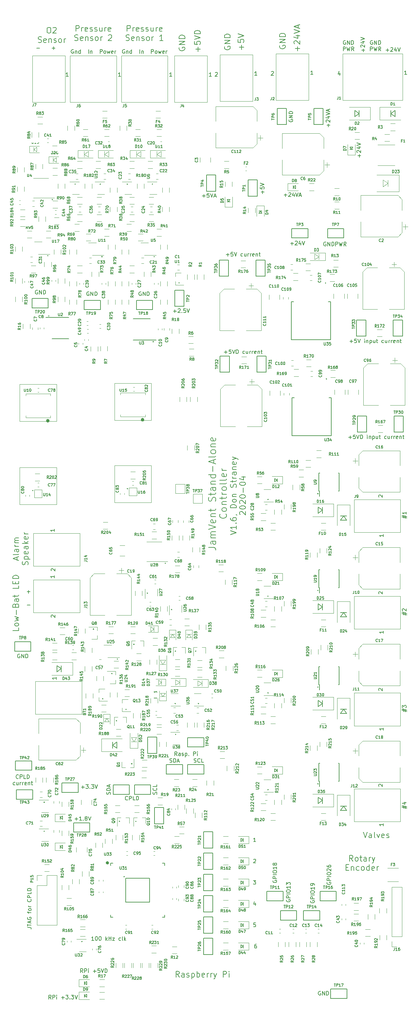
<source format=gbr>
G04 #@! TF.GenerationSoftware,KiCad,Pcbnew,(5.1.4)-1*
G04 #@! TF.CreationDate,2020-04-19T13:58:17-04:00*
G04 #@! TF.ProjectId,RPi_cape,5250695f-6361-4706-952e-6b696361645f,1.6*
G04 #@! TF.SameCoordinates,Original*
G04 #@! TF.FileFunction,Legend,Top*
G04 #@! TF.FilePolarity,Positive*
%FSLAX45Y45*%
G04 Gerber Fmt 4.5, Leading zero omitted, Abs format (unit mm)*
G04 Created by KiCad (PCBNEW (5.1.4)-1) date 2020-04-19 13:58:17*
%MOMM*%
%LPD*%
G04 APERTURE LIST*
%ADD10C,0.150000*%
%ADD11C,0.120000*%
%ADD12C,0.200000*%
%ADD13C,0.127000*%
%ADD14C,0.500000*%
%ADD15C,0.400000*%
%ADD16C,0.160000*%
%ADD17R,2.602000X2.402000*%
%ADD18C,0.100000*%
%ADD19C,1.352000*%
%ADD20R,0.552000X0.702000*%
%ADD21R,0.702000X0.552000*%
%ADD22C,0.977000*%
%ADD23R,0.352000X0.377000*%
%ADD24R,0.377000X0.352000*%
%ADD25C,2.402000*%
%ADD26R,0.992000X3.162000*%
%ADD27R,5.452000X8.642000*%
%ADD28R,2.352000X1.002000*%
%ADD29R,2.902000X1.002000*%
%ADD30R,5.602000X5.602000*%
%ADD31R,0.302000X1.602000*%
%ADD32R,1.602000X0.302000*%
%ADD33R,1.572000X0.382000*%
%ADD34R,0.382000X1.572000*%
%ADD35R,1.162000X0.752000*%
%ADD36R,0.752000X1.162000*%
%ADD37R,1.002000X0.902000*%
%ADD38R,0.902000X1.002000*%
%ADD39R,1.302000X1.002000*%
%ADD40R,2.602000X1.902000*%
%ADD41R,1.002000X1.302000*%
%ADD42R,1.902000X2.602000*%
%ADD43C,0.702000*%
%ADD44R,1.552000X0.552000*%
%ADD45R,1.902000X1.602000*%
%ADD46R,0.552000X1.552000*%
%ADD47R,1.602000X0.552000*%
%ADD48C,1.077000*%
%ADD49R,3.902000X2.102000*%
%ADD50R,2.102000X3.902000*%
%ADD51C,2.602000*%
%ADD52R,2.102000X2.102000*%
%ADD53C,0.902000*%
%ADD54C,6.502000*%
%ADD55C,1.227000*%
%ADD56O,1.802000X1.802000*%
%ADD57R,1.802000X1.802000*%
%ADD58C,2.027000*%
G04 APERTURE END LIST*
D10*
X3140476Y-22528214D02*
X3135714Y-22532976D01*
X3121428Y-22537738D01*
X3111905Y-22537738D01*
X3097619Y-22532976D01*
X3088095Y-22523452D01*
X3083333Y-22513928D01*
X3078571Y-22494881D01*
X3078571Y-22480595D01*
X3083333Y-22461548D01*
X3088095Y-22452024D01*
X3097619Y-22442500D01*
X3111905Y-22437738D01*
X3121428Y-22437738D01*
X3135714Y-22442500D01*
X3140476Y-22447262D01*
X3183333Y-22537738D02*
X3183333Y-22437738D01*
X3221428Y-22437738D01*
X3230952Y-22442500D01*
X3235714Y-22447262D01*
X3240476Y-22456786D01*
X3240476Y-22471071D01*
X3235714Y-22480595D01*
X3230952Y-22485357D01*
X3221428Y-22490119D01*
X3183333Y-22490119D01*
X3330952Y-22537738D02*
X3283333Y-22537738D01*
X3283333Y-22437738D01*
X3364286Y-22537738D02*
X3364286Y-22437738D01*
X3388095Y-22437738D01*
X3402381Y-22442500D01*
X3411905Y-22452024D01*
X3416667Y-22461548D01*
X3421428Y-22480595D01*
X3421428Y-22494881D01*
X3416667Y-22513928D01*
X3411905Y-22523452D01*
X3402381Y-22532976D01*
X3388095Y-22537738D01*
X3364286Y-22537738D01*
X3050000Y-22697976D02*
X3040476Y-22702738D01*
X3021428Y-22702738D01*
X3011905Y-22697976D01*
X3007143Y-22693214D01*
X3002381Y-22683690D01*
X3002381Y-22655119D01*
X3007143Y-22645595D01*
X3011905Y-22640833D01*
X3021428Y-22636071D01*
X3040476Y-22636071D01*
X3050000Y-22640833D01*
X3135714Y-22636071D02*
X3135714Y-22702738D01*
X3092857Y-22636071D02*
X3092857Y-22688452D01*
X3097619Y-22697976D01*
X3107143Y-22702738D01*
X3121428Y-22702738D01*
X3130952Y-22697976D01*
X3135714Y-22693214D01*
X3183333Y-22702738D02*
X3183333Y-22636071D01*
X3183333Y-22655119D02*
X3188095Y-22645595D01*
X3192857Y-22640833D01*
X3202381Y-22636071D01*
X3211905Y-22636071D01*
X3245238Y-22702738D02*
X3245238Y-22636071D01*
X3245238Y-22655119D02*
X3250000Y-22645595D01*
X3254762Y-22640833D01*
X3264286Y-22636071D01*
X3273809Y-22636071D01*
X3345238Y-22697976D02*
X3335714Y-22702738D01*
X3316667Y-22702738D01*
X3307143Y-22697976D01*
X3302381Y-22688452D01*
X3302381Y-22650357D01*
X3307143Y-22640833D01*
X3316667Y-22636071D01*
X3335714Y-22636071D01*
X3345238Y-22640833D01*
X3350000Y-22650357D01*
X3350000Y-22659881D01*
X3302381Y-22669405D01*
X3392857Y-22636071D02*
X3392857Y-22702738D01*
X3392857Y-22645595D02*
X3397619Y-22640833D01*
X3407143Y-22636071D01*
X3421428Y-22636071D01*
X3430952Y-22640833D01*
X3435714Y-22650357D01*
X3435714Y-22702738D01*
X3469048Y-22636071D02*
X3507143Y-22636071D01*
X3483333Y-22602738D02*
X3483333Y-22688452D01*
X3488095Y-22697976D01*
X3497619Y-22702738D01*
X3507143Y-22702738D01*
X13103571Y-23303571D02*
X13103571Y-23232143D01*
X13060714Y-23275000D02*
X13189286Y-23303571D01*
X13146428Y-23241667D02*
X13146428Y-23313095D01*
X13189286Y-23270238D02*
X13060714Y-23241667D01*
X13103571Y-23155952D02*
X13170238Y-23155952D01*
X13065476Y-23179762D02*
X13136905Y-23203571D01*
X13136905Y-23141667D01*
X13103571Y-20803571D02*
X13103571Y-20732143D01*
X13060714Y-20775000D02*
X13189286Y-20803571D01*
X13146428Y-20741667D02*
X13146428Y-20813095D01*
X13189286Y-20770238D02*
X13060714Y-20741667D01*
X13070238Y-20708333D02*
X13070238Y-20646429D01*
X13108333Y-20679762D01*
X13108333Y-20665476D01*
X13113095Y-20655952D01*
X13117857Y-20651190D01*
X13127381Y-20646429D01*
X13151190Y-20646429D01*
X13160714Y-20651190D01*
X13165476Y-20655952D01*
X13170238Y-20665476D01*
X13170238Y-20694048D01*
X13165476Y-20703571D01*
X13160714Y-20708333D01*
X13103571Y-18303571D02*
X13103571Y-18232143D01*
X13060714Y-18275000D02*
X13189286Y-18303571D01*
X13146428Y-18241667D02*
X13146428Y-18313095D01*
X13189286Y-18270238D02*
X13060714Y-18241667D01*
X13079762Y-18203571D02*
X13075000Y-18198810D01*
X13070238Y-18189286D01*
X13070238Y-18165476D01*
X13075000Y-18155952D01*
X13079762Y-18151190D01*
X13089286Y-18146429D01*
X13098809Y-18146429D01*
X13113095Y-18151190D01*
X13170238Y-18208333D01*
X13170238Y-18146429D01*
X7680952Y-22115476D02*
X7695238Y-22120238D01*
X7719048Y-22120238D01*
X7728571Y-22115476D01*
X7733333Y-22110714D01*
X7738095Y-22101190D01*
X7738095Y-22091667D01*
X7733333Y-22082143D01*
X7728571Y-22077381D01*
X7719048Y-22072619D01*
X7700000Y-22067857D01*
X7690476Y-22063095D01*
X7685714Y-22058333D01*
X7680952Y-22048810D01*
X7680952Y-22039286D01*
X7685714Y-22029762D01*
X7690476Y-22025000D01*
X7700000Y-22020238D01*
X7723809Y-22020238D01*
X7738095Y-22025000D01*
X7838095Y-22110714D02*
X7833333Y-22115476D01*
X7819048Y-22120238D01*
X7809524Y-22120238D01*
X7795238Y-22115476D01*
X7785714Y-22105952D01*
X7780952Y-22096429D01*
X7776190Y-22077381D01*
X7776190Y-22063095D01*
X7780952Y-22044048D01*
X7785714Y-22034524D01*
X7795238Y-22025000D01*
X7809524Y-22020238D01*
X7819048Y-22020238D01*
X7833333Y-22025000D01*
X7838095Y-22029762D01*
X7928571Y-22120238D02*
X7880952Y-22120238D01*
X7880952Y-22020238D01*
X7053571Y-22115476D02*
X7067857Y-22120238D01*
X7091667Y-22120238D01*
X7101190Y-22115476D01*
X7105952Y-22110714D01*
X7110714Y-22101190D01*
X7110714Y-22091667D01*
X7105952Y-22082143D01*
X7101190Y-22077381D01*
X7091667Y-22072619D01*
X7072619Y-22067857D01*
X7063095Y-22063095D01*
X7058333Y-22058333D01*
X7053571Y-22048810D01*
X7053571Y-22039286D01*
X7058333Y-22029762D01*
X7063095Y-22025000D01*
X7072619Y-22020238D01*
X7096428Y-22020238D01*
X7110714Y-22025000D01*
X7153571Y-22120238D02*
X7153571Y-22020238D01*
X7177381Y-22020238D01*
X7191667Y-22025000D01*
X7201190Y-22034524D01*
X7205952Y-22044048D01*
X7210714Y-22063095D01*
X7210714Y-22077381D01*
X7205952Y-22096429D01*
X7201190Y-22105952D01*
X7191667Y-22115476D01*
X7177381Y-22120238D01*
X7153571Y-22120238D01*
X7248809Y-22091667D02*
X7296428Y-22091667D01*
X7239286Y-22120238D02*
X7272619Y-22020238D01*
X7305952Y-22120238D01*
X7239286Y-21945238D02*
X7205952Y-21897619D01*
X7182143Y-21945238D02*
X7182143Y-21845238D01*
X7220238Y-21845238D01*
X7229762Y-21850000D01*
X7234524Y-21854762D01*
X7239286Y-21864286D01*
X7239286Y-21878571D01*
X7234524Y-21888095D01*
X7229762Y-21892857D01*
X7220238Y-21897619D01*
X7182143Y-21897619D01*
X7325000Y-21945238D02*
X7325000Y-21892857D01*
X7320238Y-21883333D01*
X7310714Y-21878571D01*
X7291667Y-21878571D01*
X7282143Y-21883333D01*
X7325000Y-21940476D02*
X7315476Y-21945238D01*
X7291667Y-21945238D01*
X7282143Y-21940476D01*
X7277381Y-21930952D01*
X7277381Y-21921429D01*
X7282143Y-21911905D01*
X7291667Y-21907143D01*
X7315476Y-21907143D01*
X7325000Y-21902381D01*
X7367857Y-21940476D02*
X7377381Y-21945238D01*
X7396428Y-21945238D01*
X7405952Y-21940476D01*
X7410714Y-21930952D01*
X7410714Y-21926190D01*
X7405952Y-21916667D01*
X7396428Y-21911905D01*
X7382143Y-21911905D01*
X7372619Y-21907143D01*
X7367857Y-21897619D01*
X7367857Y-21892857D01*
X7372619Y-21883333D01*
X7382143Y-21878571D01*
X7396428Y-21878571D01*
X7405952Y-21883333D01*
X7453571Y-21878571D02*
X7453571Y-21978571D01*
X7453571Y-21883333D02*
X7463095Y-21878571D01*
X7482143Y-21878571D01*
X7491667Y-21883333D01*
X7496428Y-21888095D01*
X7501190Y-21897619D01*
X7501190Y-21926190D01*
X7496428Y-21935714D01*
X7491667Y-21940476D01*
X7482143Y-21945238D01*
X7463095Y-21945238D01*
X7453571Y-21940476D01*
X7544048Y-21935714D02*
X7548809Y-21940476D01*
X7544048Y-21945238D01*
X7539286Y-21940476D01*
X7544048Y-21935714D01*
X7544048Y-21945238D01*
X7667857Y-21945238D02*
X7667857Y-21845238D01*
X7705952Y-21845238D01*
X7715476Y-21850000D01*
X7720238Y-21854762D01*
X7725000Y-21864286D01*
X7725000Y-21878571D01*
X7720238Y-21888095D01*
X7715476Y-21892857D01*
X7705952Y-21897619D01*
X7667857Y-21897619D01*
X7767857Y-21945238D02*
X7767857Y-21878571D01*
X7767857Y-21845238D02*
X7763095Y-21850000D01*
X7767857Y-21854762D01*
X7772619Y-21850000D01*
X7767857Y-21845238D01*
X7767857Y-21854762D01*
X5089286Y-26720238D02*
X5032143Y-26720238D01*
X5060714Y-26720238D02*
X5060714Y-26620238D01*
X5051190Y-26634524D01*
X5041667Y-26644048D01*
X5032143Y-26648809D01*
X5151190Y-26620238D02*
X5160714Y-26620238D01*
X5170238Y-26625000D01*
X5175000Y-26629762D01*
X5179762Y-26639286D01*
X5184524Y-26658333D01*
X5184524Y-26682143D01*
X5179762Y-26701190D01*
X5175000Y-26710714D01*
X5170238Y-26715476D01*
X5160714Y-26720238D01*
X5151190Y-26720238D01*
X5141667Y-26715476D01*
X5136905Y-26710714D01*
X5132143Y-26701190D01*
X5127381Y-26682143D01*
X5127381Y-26658333D01*
X5132143Y-26639286D01*
X5136905Y-26629762D01*
X5141667Y-26625000D01*
X5151190Y-26620238D01*
X5246429Y-26620238D02*
X5255952Y-26620238D01*
X5265476Y-26625000D01*
X5270238Y-26629762D01*
X5275000Y-26639286D01*
X5279762Y-26658333D01*
X5279762Y-26682143D01*
X5275000Y-26701190D01*
X5270238Y-26710714D01*
X5265476Y-26715476D01*
X5255952Y-26720238D01*
X5246429Y-26720238D01*
X5236905Y-26715476D01*
X5232143Y-26710714D01*
X5227381Y-26701190D01*
X5222619Y-26682143D01*
X5222619Y-26658333D01*
X5227381Y-26639286D01*
X5232143Y-26629762D01*
X5236905Y-26625000D01*
X5246429Y-26620238D01*
X5398810Y-26720238D02*
X5398810Y-26620238D01*
X5408333Y-26682143D02*
X5436905Y-26720238D01*
X5436905Y-26653571D02*
X5398810Y-26691667D01*
X5479762Y-26720238D02*
X5479762Y-26620238D01*
X5479762Y-26667857D02*
X5536905Y-26667857D01*
X5536905Y-26720238D02*
X5536905Y-26620238D01*
X5575000Y-26653571D02*
X5627381Y-26653571D01*
X5575000Y-26720238D01*
X5627381Y-26720238D01*
X5784524Y-26715476D02*
X5775000Y-26720238D01*
X5755952Y-26720238D01*
X5746428Y-26715476D01*
X5741667Y-26710714D01*
X5736905Y-26701190D01*
X5736905Y-26672619D01*
X5741667Y-26663095D01*
X5746428Y-26658333D01*
X5755952Y-26653571D01*
X5775000Y-26653571D01*
X5784524Y-26658333D01*
X5841667Y-26720238D02*
X5832143Y-26715476D01*
X5827381Y-26705952D01*
X5827381Y-26620238D01*
X5879762Y-26720238D02*
X5879762Y-26620238D01*
X5889286Y-26682143D02*
X5917857Y-26720238D01*
X5917857Y-26653571D02*
X5879762Y-26691667D01*
X3173809Y-19325000D02*
X3164286Y-19320238D01*
X3150000Y-19320238D01*
X3135714Y-19325000D01*
X3126190Y-19334524D01*
X3121428Y-19344048D01*
X3116667Y-19363095D01*
X3116667Y-19377381D01*
X3121428Y-19396429D01*
X3126190Y-19405952D01*
X3135714Y-19415476D01*
X3150000Y-19420238D01*
X3159524Y-19420238D01*
X3173809Y-19415476D01*
X3178571Y-19410714D01*
X3178571Y-19377381D01*
X3159524Y-19377381D01*
X3221428Y-19420238D02*
X3221428Y-19320238D01*
X3278571Y-19420238D01*
X3278571Y-19320238D01*
X3326190Y-19420238D02*
X3326190Y-19320238D01*
X3350000Y-19320238D01*
X3364286Y-19325000D01*
X3373809Y-19334524D01*
X3378571Y-19344048D01*
X3383333Y-19363095D01*
X3383333Y-19377381D01*
X3378571Y-19396429D01*
X3373809Y-19405952D01*
X3364286Y-19415476D01*
X3350000Y-19420238D01*
X3326190Y-19420238D01*
X5965476Y-23085714D02*
X5960714Y-23090476D01*
X5946428Y-23095238D01*
X5936905Y-23095238D01*
X5922619Y-23090476D01*
X5913095Y-23080952D01*
X5908333Y-23071428D01*
X5903571Y-23052381D01*
X5903571Y-23038095D01*
X5908333Y-23019048D01*
X5913095Y-23009524D01*
X5922619Y-23000000D01*
X5936905Y-22995238D01*
X5946428Y-22995238D01*
X5960714Y-23000000D01*
X5965476Y-23004762D01*
X6008333Y-23095238D02*
X6008333Y-22995238D01*
X6046428Y-22995238D01*
X6055952Y-23000000D01*
X6060714Y-23004762D01*
X6065476Y-23014286D01*
X6065476Y-23028571D01*
X6060714Y-23038095D01*
X6055952Y-23042857D01*
X6046428Y-23047619D01*
X6008333Y-23047619D01*
X6155952Y-23095238D02*
X6108333Y-23095238D01*
X6108333Y-22995238D01*
X6189286Y-23095238D02*
X6189286Y-22995238D01*
X6213095Y-22995238D01*
X6227381Y-23000000D01*
X6236905Y-23009524D01*
X6241667Y-23019048D01*
X6246428Y-23038095D01*
X6246428Y-23052381D01*
X6241667Y-23071428D01*
X6236905Y-23080952D01*
X6227381Y-23090476D01*
X6213095Y-23095238D01*
X6189286Y-23095238D01*
X6715476Y-22944048D02*
X6720238Y-22929762D01*
X6720238Y-22905952D01*
X6715476Y-22896428D01*
X6710714Y-22891667D01*
X6701190Y-22886905D01*
X6691667Y-22886905D01*
X6682143Y-22891667D01*
X6677381Y-22896428D01*
X6672619Y-22905952D01*
X6667857Y-22925000D01*
X6663095Y-22934524D01*
X6658333Y-22939286D01*
X6648809Y-22944048D01*
X6639286Y-22944048D01*
X6629762Y-22939286D01*
X6625000Y-22934524D01*
X6620238Y-22925000D01*
X6620238Y-22901190D01*
X6625000Y-22886905D01*
X6710714Y-22786905D02*
X6715476Y-22791667D01*
X6720238Y-22805952D01*
X6720238Y-22815476D01*
X6715476Y-22829762D01*
X6705952Y-22839286D01*
X6696428Y-22844048D01*
X6677381Y-22848809D01*
X6663095Y-22848809D01*
X6644048Y-22844048D01*
X6634524Y-22839286D01*
X6625000Y-22829762D01*
X6620238Y-22815476D01*
X6620238Y-22805952D01*
X6625000Y-22791667D01*
X6629762Y-22786905D01*
X6720238Y-22696428D02*
X6720238Y-22744048D01*
X6620238Y-22744048D01*
X5515476Y-22946428D02*
X5520238Y-22932143D01*
X5520238Y-22908333D01*
X5515476Y-22898809D01*
X5510714Y-22894048D01*
X5501190Y-22889286D01*
X5491667Y-22889286D01*
X5482143Y-22894048D01*
X5477381Y-22898809D01*
X5472619Y-22908333D01*
X5467857Y-22927381D01*
X5463095Y-22936905D01*
X5458333Y-22941667D01*
X5448810Y-22946428D01*
X5439286Y-22946428D01*
X5429762Y-22941667D01*
X5425000Y-22936905D01*
X5420238Y-22927381D01*
X5420238Y-22903571D01*
X5425000Y-22889286D01*
X5520238Y-22846428D02*
X5420238Y-22846428D01*
X5420238Y-22822619D01*
X5425000Y-22808333D01*
X5434524Y-22798809D01*
X5444048Y-22794048D01*
X5463095Y-22789286D01*
X5477381Y-22789286D01*
X5496429Y-22794048D01*
X5505952Y-22798809D01*
X5515476Y-22808333D01*
X5520238Y-22822619D01*
X5520238Y-22846428D01*
X5491667Y-22751190D02*
X5491667Y-22703571D01*
X5520238Y-22760714D02*
X5420238Y-22727381D01*
X5520238Y-22694048D01*
X8622857Y-16232143D02*
X8772857Y-16182143D01*
X8622857Y-16132143D01*
X8772857Y-16003571D02*
X8772857Y-16089286D01*
X8772857Y-16046428D02*
X8622857Y-16046428D01*
X8644286Y-16060714D01*
X8658571Y-16075000D01*
X8665714Y-16089286D01*
X8758571Y-15939286D02*
X8765714Y-15932143D01*
X8772857Y-15939286D01*
X8765714Y-15946428D01*
X8758571Y-15939286D01*
X8772857Y-15939286D01*
X8622857Y-15803571D02*
X8622857Y-15832143D01*
X8630000Y-15846428D01*
X8637143Y-15853571D01*
X8658571Y-15867857D01*
X8687143Y-15875000D01*
X8744286Y-15875000D01*
X8758571Y-15867857D01*
X8765714Y-15860714D01*
X8772857Y-15846428D01*
X8772857Y-15817857D01*
X8765714Y-15803571D01*
X8758571Y-15796428D01*
X8744286Y-15789286D01*
X8708571Y-15789286D01*
X8694286Y-15796428D01*
X8687143Y-15803571D01*
X8680000Y-15817857D01*
X8680000Y-15846428D01*
X8687143Y-15860714D01*
X8694286Y-15867857D01*
X8708571Y-15875000D01*
X8765714Y-15717857D02*
X8772857Y-15717857D01*
X8787143Y-15725000D01*
X8794286Y-15732143D01*
X8772857Y-15539286D02*
X8622857Y-15539286D01*
X8622857Y-15503571D01*
X8630000Y-15482143D01*
X8644286Y-15467857D01*
X8658571Y-15460714D01*
X8687143Y-15453571D01*
X8708571Y-15453571D01*
X8737143Y-15460714D01*
X8751429Y-15467857D01*
X8765714Y-15482143D01*
X8772857Y-15503571D01*
X8772857Y-15539286D01*
X8772857Y-15367857D02*
X8765714Y-15382143D01*
X8758571Y-15389286D01*
X8744286Y-15396428D01*
X8701429Y-15396428D01*
X8687143Y-15389286D01*
X8680000Y-15382143D01*
X8672857Y-15367857D01*
X8672857Y-15346428D01*
X8680000Y-15332143D01*
X8687143Y-15325000D01*
X8701429Y-15317857D01*
X8744286Y-15317857D01*
X8758571Y-15325000D01*
X8765714Y-15332143D01*
X8772857Y-15346428D01*
X8772857Y-15367857D01*
X8672857Y-15253571D02*
X8772857Y-15253571D01*
X8687143Y-15253571D02*
X8680000Y-15246428D01*
X8672857Y-15232143D01*
X8672857Y-15210714D01*
X8680000Y-15196428D01*
X8694286Y-15189286D01*
X8772857Y-15189286D01*
X8765714Y-15010714D02*
X8772857Y-14989286D01*
X8772857Y-14953571D01*
X8765714Y-14939286D01*
X8758571Y-14932143D01*
X8744286Y-14925000D01*
X8730000Y-14925000D01*
X8715714Y-14932143D01*
X8708571Y-14939286D01*
X8701429Y-14953571D01*
X8694286Y-14982143D01*
X8687143Y-14996428D01*
X8680000Y-15003571D01*
X8665714Y-15010714D01*
X8651429Y-15010714D01*
X8637143Y-15003571D01*
X8630000Y-14996428D01*
X8622857Y-14982143D01*
X8622857Y-14946428D01*
X8630000Y-14925000D01*
X8672857Y-14882143D02*
X8672857Y-14825000D01*
X8622857Y-14860714D02*
X8751429Y-14860714D01*
X8765714Y-14853571D01*
X8772857Y-14839286D01*
X8772857Y-14825000D01*
X8772857Y-14775000D02*
X8672857Y-14775000D01*
X8701429Y-14775000D02*
X8687143Y-14767857D01*
X8680000Y-14760714D01*
X8672857Y-14746428D01*
X8672857Y-14732143D01*
X8772857Y-14617857D02*
X8694286Y-14617857D01*
X8680000Y-14625000D01*
X8672857Y-14639286D01*
X8672857Y-14667857D01*
X8680000Y-14682143D01*
X8765714Y-14617857D02*
X8772857Y-14632143D01*
X8772857Y-14667857D01*
X8765714Y-14682143D01*
X8751429Y-14689286D01*
X8737143Y-14689286D01*
X8722857Y-14682143D01*
X8715714Y-14667857D01*
X8715714Y-14632143D01*
X8708571Y-14617857D01*
X8672857Y-14546428D02*
X8772857Y-14546428D01*
X8687143Y-14546428D02*
X8680000Y-14539286D01*
X8672857Y-14525000D01*
X8672857Y-14503571D01*
X8680000Y-14489286D01*
X8694286Y-14482143D01*
X8772857Y-14482143D01*
X8765714Y-14353571D02*
X8772857Y-14367857D01*
X8772857Y-14396428D01*
X8765714Y-14410714D01*
X8751429Y-14417857D01*
X8694286Y-14417857D01*
X8680000Y-14410714D01*
X8672857Y-14396428D01*
X8672857Y-14367857D01*
X8680000Y-14353571D01*
X8694286Y-14346428D01*
X8708571Y-14346428D01*
X8722857Y-14417857D01*
X8672857Y-14296428D02*
X8772857Y-14260714D01*
X8672857Y-14225000D02*
X8772857Y-14260714D01*
X8808571Y-14275000D01*
X8815714Y-14282143D01*
X8822857Y-14296428D01*
X8877143Y-15717857D02*
X8870000Y-15710714D01*
X8862857Y-15696428D01*
X8862857Y-15660714D01*
X8870000Y-15646428D01*
X8877143Y-15639286D01*
X8891429Y-15632143D01*
X8905714Y-15632143D01*
X8927143Y-15639286D01*
X9012857Y-15725000D01*
X9012857Y-15632143D01*
X8862857Y-15539286D02*
X8862857Y-15525000D01*
X8870000Y-15510714D01*
X8877143Y-15503571D01*
X8891429Y-15496428D01*
X8920000Y-15489286D01*
X8955714Y-15489286D01*
X8984286Y-15496428D01*
X8998571Y-15503571D01*
X9005714Y-15510714D01*
X9012857Y-15525000D01*
X9012857Y-15539286D01*
X9005714Y-15553571D01*
X8998571Y-15560714D01*
X8984286Y-15567857D01*
X8955714Y-15575000D01*
X8920000Y-15575000D01*
X8891429Y-15567857D01*
X8877143Y-15560714D01*
X8870000Y-15553571D01*
X8862857Y-15539286D01*
X8877143Y-15432143D02*
X8870000Y-15425000D01*
X8862857Y-15410714D01*
X8862857Y-15375000D01*
X8870000Y-15360714D01*
X8877143Y-15353571D01*
X8891429Y-15346428D01*
X8905714Y-15346428D01*
X8927143Y-15353571D01*
X9012857Y-15439286D01*
X9012857Y-15346428D01*
X8862857Y-15253571D02*
X8862857Y-15239286D01*
X8870000Y-15225000D01*
X8877143Y-15217857D01*
X8891429Y-15210714D01*
X8920000Y-15203571D01*
X8955714Y-15203571D01*
X8984286Y-15210714D01*
X8998571Y-15217857D01*
X9005714Y-15225000D01*
X9012857Y-15239286D01*
X9012857Y-15253571D01*
X9005714Y-15267857D01*
X8998571Y-15275000D01*
X8984286Y-15282143D01*
X8955714Y-15289286D01*
X8920000Y-15289286D01*
X8891429Y-15282143D01*
X8877143Y-15275000D01*
X8870000Y-15267857D01*
X8862857Y-15253571D01*
X8955714Y-15139286D02*
X8955714Y-15025000D01*
X8862857Y-14925000D02*
X8862857Y-14910714D01*
X8870000Y-14896428D01*
X8877143Y-14889286D01*
X8891429Y-14882143D01*
X8920000Y-14875000D01*
X8955714Y-14875000D01*
X8984286Y-14882143D01*
X8998571Y-14889286D01*
X9005714Y-14896428D01*
X9012857Y-14910714D01*
X9012857Y-14925000D01*
X9005714Y-14939286D01*
X8998571Y-14946428D01*
X8984286Y-14953571D01*
X8955714Y-14960714D01*
X8920000Y-14960714D01*
X8891429Y-14953571D01*
X8877143Y-14946428D01*
X8870000Y-14939286D01*
X8862857Y-14925000D01*
X8912857Y-14746428D02*
X9012857Y-14746428D01*
X8855714Y-14782143D02*
X8962857Y-14817857D01*
X8962857Y-14725000D01*
X8058928Y-16563571D02*
X8187500Y-16563571D01*
X8213214Y-16572143D01*
X8230357Y-16589286D01*
X8238928Y-16615000D01*
X8238928Y-16632143D01*
X8238928Y-16400714D02*
X8144643Y-16400714D01*
X8127500Y-16409286D01*
X8118928Y-16426428D01*
X8118928Y-16460714D01*
X8127500Y-16477857D01*
X8230357Y-16400714D02*
X8238928Y-16417857D01*
X8238928Y-16460714D01*
X8230357Y-16477857D01*
X8213214Y-16486428D01*
X8196071Y-16486428D01*
X8178928Y-16477857D01*
X8170357Y-16460714D01*
X8170357Y-16417857D01*
X8161786Y-16400714D01*
X8238928Y-16315000D02*
X8118928Y-16315000D01*
X8136071Y-16315000D02*
X8127500Y-16306428D01*
X8118928Y-16289286D01*
X8118928Y-16263571D01*
X8127500Y-16246428D01*
X8144643Y-16237857D01*
X8238928Y-16237857D01*
X8144643Y-16237857D02*
X8127500Y-16229286D01*
X8118928Y-16212143D01*
X8118928Y-16186428D01*
X8127500Y-16169286D01*
X8144643Y-16160714D01*
X8238928Y-16160714D01*
X8058928Y-16100714D02*
X8238928Y-16040714D01*
X8058928Y-15980714D01*
X8230357Y-15852143D02*
X8238928Y-15869286D01*
X8238928Y-15903571D01*
X8230357Y-15920714D01*
X8213214Y-15929286D01*
X8144643Y-15929286D01*
X8127500Y-15920714D01*
X8118928Y-15903571D01*
X8118928Y-15869286D01*
X8127500Y-15852143D01*
X8144643Y-15843571D01*
X8161786Y-15843571D01*
X8178928Y-15929286D01*
X8118928Y-15766428D02*
X8238928Y-15766428D01*
X8136071Y-15766428D02*
X8127500Y-15757857D01*
X8118928Y-15740714D01*
X8118928Y-15715000D01*
X8127500Y-15697857D01*
X8144643Y-15689286D01*
X8238928Y-15689286D01*
X8118928Y-15629286D02*
X8118928Y-15560714D01*
X8058928Y-15603571D02*
X8213214Y-15603571D01*
X8230357Y-15595000D01*
X8238928Y-15577857D01*
X8238928Y-15560714D01*
X8230357Y-15372143D02*
X8238928Y-15346428D01*
X8238928Y-15303571D01*
X8230357Y-15286428D01*
X8221786Y-15277857D01*
X8204643Y-15269286D01*
X8187500Y-15269286D01*
X8170357Y-15277857D01*
X8161786Y-15286428D01*
X8153214Y-15303571D01*
X8144643Y-15337857D01*
X8136071Y-15355000D01*
X8127500Y-15363571D01*
X8110357Y-15372143D01*
X8093214Y-15372143D01*
X8076071Y-15363571D01*
X8067500Y-15355000D01*
X8058928Y-15337857D01*
X8058928Y-15295000D01*
X8067500Y-15269286D01*
X8118928Y-15217857D02*
X8118928Y-15149286D01*
X8058928Y-15192143D02*
X8213214Y-15192143D01*
X8230357Y-15183571D01*
X8238928Y-15166428D01*
X8238928Y-15149286D01*
X8238928Y-15012143D02*
X8144643Y-15012143D01*
X8127500Y-15020714D01*
X8118928Y-15037857D01*
X8118928Y-15072143D01*
X8127500Y-15089286D01*
X8230357Y-15012143D02*
X8238928Y-15029286D01*
X8238928Y-15072143D01*
X8230357Y-15089286D01*
X8213214Y-15097857D01*
X8196071Y-15097857D01*
X8178928Y-15089286D01*
X8170357Y-15072143D01*
X8170357Y-15029286D01*
X8161786Y-15012143D01*
X8118928Y-14926428D02*
X8238928Y-14926428D01*
X8136071Y-14926428D02*
X8127500Y-14917857D01*
X8118928Y-14900714D01*
X8118928Y-14875000D01*
X8127500Y-14857857D01*
X8144643Y-14849286D01*
X8238928Y-14849286D01*
X8238928Y-14686428D02*
X8058928Y-14686428D01*
X8230357Y-14686428D02*
X8238928Y-14703571D01*
X8238928Y-14737857D01*
X8230357Y-14755000D01*
X8221786Y-14763571D01*
X8204643Y-14772143D01*
X8153214Y-14772143D01*
X8136071Y-14763571D01*
X8127500Y-14755000D01*
X8118928Y-14737857D01*
X8118928Y-14703571D01*
X8127500Y-14686428D01*
X8170357Y-14600714D02*
X8170357Y-14463571D01*
X8187500Y-14386428D02*
X8187500Y-14300714D01*
X8238928Y-14403571D02*
X8058928Y-14343571D01*
X8238928Y-14283571D01*
X8238928Y-14197857D02*
X8230357Y-14215000D01*
X8213214Y-14223571D01*
X8058928Y-14223571D01*
X8238928Y-14103571D02*
X8230357Y-14120714D01*
X8221786Y-14129286D01*
X8204643Y-14137857D01*
X8153214Y-14137857D01*
X8136071Y-14129286D01*
X8127500Y-14120714D01*
X8118928Y-14103571D01*
X8118928Y-14077857D01*
X8127500Y-14060714D01*
X8136071Y-14052143D01*
X8153214Y-14043571D01*
X8204643Y-14043571D01*
X8221786Y-14052143D01*
X8230357Y-14060714D01*
X8238928Y-14077857D01*
X8238928Y-14103571D01*
X8118928Y-13966428D02*
X8238928Y-13966428D01*
X8136071Y-13966428D02*
X8127500Y-13957857D01*
X8118928Y-13940714D01*
X8118928Y-13915000D01*
X8127500Y-13897857D01*
X8144643Y-13889286D01*
X8238928Y-13889286D01*
X8230357Y-13735000D02*
X8238928Y-13752143D01*
X8238928Y-13786428D01*
X8230357Y-13803571D01*
X8213214Y-13812143D01*
X8144643Y-13812143D01*
X8127500Y-13803571D01*
X8118928Y-13786428D01*
X8118928Y-13752143D01*
X8127500Y-13735000D01*
X8144643Y-13726428D01*
X8161786Y-13726428D01*
X8178928Y-13812143D01*
X8506786Y-15697857D02*
X8515357Y-15706428D01*
X8523929Y-15732143D01*
X8523929Y-15749286D01*
X8515357Y-15775000D01*
X8498214Y-15792143D01*
X8481071Y-15800714D01*
X8446786Y-15809286D01*
X8421071Y-15809286D01*
X8386786Y-15800714D01*
X8369643Y-15792143D01*
X8352500Y-15775000D01*
X8343928Y-15749286D01*
X8343928Y-15732143D01*
X8352500Y-15706428D01*
X8361071Y-15697857D01*
X8523929Y-15595000D02*
X8515357Y-15612143D01*
X8506786Y-15620714D01*
X8489643Y-15629286D01*
X8438214Y-15629286D01*
X8421071Y-15620714D01*
X8412500Y-15612143D01*
X8403929Y-15595000D01*
X8403929Y-15569286D01*
X8412500Y-15552143D01*
X8421071Y-15543571D01*
X8438214Y-15535000D01*
X8489643Y-15535000D01*
X8506786Y-15543571D01*
X8515357Y-15552143D01*
X8523929Y-15569286D01*
X8523929Y-15595000D01*
X8403929Y-15457857D02*
X8523929Y-15457857D01*
X8421071Y-15457857D02*
X8412500Y-15449286D01*
X8403929Y-15432143D01*
X8403929Y-15406428D01*
X8412500Y-15389286D01*
X8429643Y-15380714D01*
X8523929Y-15380714D01*
X8403929Y-15320714D02*
X8403929Y-15252143D01*
X8343928Y-15295000D02*
X8498214Y-15295000D01*
X8515357Y-15286428D01*
X8523929Y-15269286D01*
X8523929Y-15252143D01*
X8523929Y-15192143D02*
X8403929Y-15192143D01*
X8438214Y-15192143D02*
X8421071Y-15183571D01*
X8412500Y-15175000D01*
X8403929Y-15157857D01*
X8403929Y-15140714D01*
X8523929Y-15055000D02*
X8515357Y-15072143D01*
X8506786Y-15080714D01*
X8489643Y-15089286D01*
X8438214Y-15089286D01*
X8421071Y-15080714D01*
X8412500Y-15072143D01*
X8403929Y-15055000D01*
X8403929Y-15029286D01*
X8412500Y-15012143D01*
X8421071Y-15003571D01*
X8438214Y-14995000D01*
X8489643Y-14995000D01*
X8506786Y-15003571D01*
X8515357Y-15012143D01*
X8523929Y-15029286D01*
X8523929Y-15055000D01*
X8523929Y-14892143D02*
X8515357Y-14909286D01*
X8498214Y-14917857D01*
X8343928Y-14917857D01*
X8523929Y-14797857D02*
X8515357Y-14815000D01*
X8498214Y-14823571D01*
X8343928Y-14823571D01*
X8515357Y-14660714D02*
X8523929Y-14677857D01*
X8523929Y-14712143D01*
X8515357Y-14729286D01*
X8498214Y-14737857D01*
X8429643Y-14737857D01*
X8412500Y-14729286D01*
X8403929Y-14712143D01*
X8403929Y-14677857D01*
X8412500Y-14660714D01*
X8429643Y-14652143D01*
X8446786Y-14652143D01*
X8463929Y-14737857D01*
X8523929Y-14575000D02*
X8403929Y-14575000D01*
X8438214Y-14575000D02*
X8421071Y-14566428D01*
X8412500Y-14557857D01*
X8403929Y-14540714D01*
X8403929Y-14523571D01*
X3370238Y-26388095D02*
X3441667Y-26388095D01*
X3455952Y-26392857D01*
X3465476Y-26402381D01*
X3470238Y-26416667D01*
X3470238Y-26426190D01*
X3370238Y-26354762D02*
X3370238Y-26297619D01*
X3470238Y-26326190D02*
X3370238Y-26326190D01*
X3441667Y-26269048D02*
X3441667Y-26221428D01*
X3470238Y-26278571D02*
X3370238Y-26245238D01*
X3470238Y-26211905D01*
X3375000Y-26126190D02*
X3370238Y-26135714D01*
X3370238Y-26150000D01*
X3375000Y-26164286D01*
X3384524Y-26173809D01*
X3394048Y-26178571D01*
X3413095Y-26183333D01*
X3427381Y-26183333D01*
X3446428Y-26178571D01*
X3455952Y-26173809D01*
X3465476Y-26164286D01*
X3470238Y-26150000D01*
X3470238Y-26140476D01*
X3465476Y-26126190D01*
X3460714Y-26121428D01*
X3427381Y-26121428D01*
X3427381Y-26140476D01*
X3403571Y-26016667D02*
X3403571Y-25978571D01*
X3470238Y-26002381D02*
X3384524Y-26002381D01*
X3375000Y-25997619D01*
X3370238Y-25988095D01*
X3370238Y-25978571D01*
X3470238Y-25930952D02*
X3465476Y-25940476D01*
X3460714Y-25945238D01*
X3451190Y-25950000D01*
X3422619Y-25950000D01*
X3413095Y-25945238D01*
X3408333Y-25940476D01*
X3403571Y-25930952D01*
X3403571Y-25916667D01*
X3408333Y-25907143D01*
X3413095Y-25902381D01*
X3422619Y-25897619D01*
X3451190Y-25897619D01*
X3460714Y-25902381D01*
X3465476Y-25907143D01*
X3470238Y-25916667D01*
X3470238Y-25930952D01*
X3470238Y-25854762D02*
X3403571Y-25854762D01*
X3422619Y-25854762D02*
X3413095Y-25850000D01*
X3408333Y-25845238D01*
X3403571Y-25835714D01*
X3403571Y-25826190D01*
X3460714Y-25659524D02*
X3465476Y-25664286D01*
X3470238Y-25678571D01*
X3470238Y-25688095D01*
X3465476Y-25702381D01*
X3455952Y-25711905D01*
X3446428Y-25716667D01*
X3427381Y-25721428D01*
X3413095Y-25721428D01*
X3394048Y-25716667D01*
X3384524Y-25711905D01*
X3375000Y-25702381D01*
X3370238Y-25688095D01*
X3370238Y-25678571D01*
X3375000Y-25664286D01*
X3379762Y-25659524D01*
X3470238Y-25616667D02*
X3370238Y-25616667D01*
X3370238Y-25578571D01*
X3375000Y-25569048D01*
X3379762Y-25564286D01*
X3389286Y-25559524D01*
X3403571Y-25559524D01*
X3413095Y-25564286D01*
X3417857Y-25569048D01*
X3422619Y-25578571D01*
X3422619Y-25616667D01*
X3470238Y-25469048D02*
X3470238Y-25516667D01*
X3370238Y-25516667D01*
X3470238Y-25435714D02*
X3370238Y-25435714D01*
X3370238Y-25411905D01*
X3375000Y-25397619D01*
X3384524Y-25388095D01*
X3394048Y-25383333D01*
X3413095Y-25378571D01*
X3427381Y-25378571D01*
X3446428Y-25383333D01*
X3455952Y-25388095D01*
X3465476Y-25397619D01*
X3470238Y-25411905D01*
X3470238Y-25435714D01*
X3361905Y-18057143D02*
X3438095Y-18057143D01*
X3361905Y-17707143D02*
X3438095Y-17707143D01*
X3400000Y-17745238D02*
X3400000Y-17669048D01*
X3142857Y-18639286D02*
X3142857Y-18710714D01*
X2992857Y-18710714D01*
X3142857Y-18567857D02*
X3135714Y-18582143D01*
X3128571Y-18589286D01*
X3114286Y-18596429D01*
X3071428Y-18596429D01*
X3057143Y-18589286D01*
X3050000Y-18582143D01*
X3042857Y-18567857D01*
X3042857Y-18546429D01*
X3050000Y-18532143D01*
X3057143Y-18525000D01*
X3071428Y-18517857D01*
X3114286Y-18517857D01*
X3128571Y-18525000D01*
X3135714Y-18532143D01*
X3142857Y-18546429D01*
X3142857Y-18567857D01*
X3042857Y-18467857D02*
X3142857Y-18439286D01*
X3071428Y-18410714D01*
X3142857Y-18382143D01*
X3042857Y-18353571D01*
X3085714Y-18296429D02*
X3085714Y-18182143D01*
X3064286Y-18060714D02*
X3071428Y-18039286D01*
X3078571Y-18032143D01*
X3092857Y-18025000D01*
X3114286Y-18025000D01*
X3128571Y-18032143D01*
X3135714Y-18039286D01*
X3142857Y-18053571D01*
X3142857Y-18110714D01*
X2992857Y-18110714D01*
X2992857Y-18060714D01*
X3000000Y-18046429D01*
X3007143Y-18039286D01*
X3021428Y-18032143D01*
X3035714Y-18032143D01*
X3050000Y-18039286D01*
X3057143Y-18046429D01*
X3064286Y-18060714D01*
X3064286Y-18110714D01*
X3142857Y-17896429D02*
X3064286Y-17896429D01*
X3050000Y-17903571D01*
X3042857Y-17917857D01*
X3042857Y-17946429D01*
X3050000Y-17960714D01*
X3135714Y-17896429D02*
X3142857Y-17910714D01*
X3142857Y-17946429D01*
X3135714Y-17960714D01*
X3121428Y-17967857D01*
X3107143Y-17967857D01*
X3092857Y-17960714D01*
X3085714Y-17946429D01*
X3085714Y-17910714D01*
X3078571Y-17896429D01*
X3042857Y-17846429D02*
X3042857Y-17789286D01*
X2992857Y-17825000D02*
X3121428Y-17825000D01*
X3135714Y-17817857D01*
X3142857Y-17803571D01*
X3142857Y-17789286D01*
X3142857Y-17553571D02*
X3142857Y-17625000D01*
X2992857Y-17625000D01*
X3064286Y-17503571D02*
X3064286Y-17453571D01*
X3142857Y-17432143D02*
X3142857Y-17503571D01*
X2992857Y-17503571D01*
X2992857Y-17432143D01*
X3142857Y-17367857D02*
X2992857Y-17367857D01*
X2992857Y-17332143D01*
X3000000Y-17310714D01*
X3014286Y-17296429D01*
X3028571Y-17289286D01*
X3057143Y-17282143D01*
X3078571Y-17282143D01*
X3107143Y-17289286D01*
X3121428Y-17296429D01*
X3135714Y-17310714D01*
X3142857Y-17332143D01*
X3142857Y-17367857D01*
X3105000Y-16889286D02*
X3105000Y-16817857D01*
X3147857Y-16903571D02*
X2997857Y-16853571D01*
X3147857Y-16803571D01*
X3147857Y-16732143D02*
X3140714Y-16746428D01*
X3126428Y-16753571D01*
X2997857Y-16753571D01*
X3147857Y-16610714D02*
X3069286Y-16610714D01*
X3055000Y-16617857D01*
X3047857Y-16632143D01*
X3047857Y-16660714D01*
X3055000Y-16675000D01*
X3140714Y-16610714D02*
X3147857Y-16625000D01*
X3147857Y-16660714D01*
X3140714Y-16675000D01*
X3126428Y-16682143D01*
X3112143Y-16682143D01*
X3097857Y-16675000D01*
X3090714Y-16660714D01*
X3090714Y-16625000D01*
X3083571Y-16610714D01*
X3147857Y-16539286D02*
X3047857Y-16539286D01*
X3076428Y-16539286D02*
X3062143Y-16532143D01*
X3055000Y-16525000D01*
X3047857Y-16510714D01*
X3047857Y-16496428D01*
X3147857Y-16446428D02*
X3047857Y-16446428D01*
X3062143Y-16446428D02*
X3055000Y-16439286D01*
X3047857Y-16425000D01*
X3047857Y-16403571D01*
X3055000Y-16389286D01*
X3069286Y-16382143D01*
X3147857Y-16382143D01*
X3069286Y-16382143D02*
X3055000Y-16375000D01*
X3047857Y-16360714D01*
X3047857Y-16339286D01*
X3055000Y-16325000D01*
X3069286Y-16317857D01*
X3147857Y-16317857D01*
X3380714Y-17014286D02*
X3387857Y-16992857D01*
X3387857Y-16957143D01*
X3380714Y-16942857D01*
X3373571Y-16935714D01*
X3359286Y-16928571D01*
X3345000Y-16928571D01*
X3330714Y-16935714D01*
X3323571Y-16942857D01*
X3316428Y-16957143D01*
X3309286Y-16985714D01*
X3302143Y-17000000D01*
X3295000Y-17007143D01*
X3280714Y-17014286D01*
X3266428Y-17014286D01*
X3252143Y-17007143D01*
X3245000Y-17000000D01*
X3237857Y-16985714D01*
X3237857Y-16950000D01*
X3245000Y-16928571D01*
X3287857Y-16864286D02*
X3437857Y-16864286D01*
X3295000Y-16864286D02*
X3287857Y-16850000D01*
X3287857Y-16821429D01*
X3295000Y-16807143D01*
X3302143Y-16800000D01*
X3316428Y-16792857D01*
X3359286Y-16792857D01*
X3373571Y-16800000D01*
X3380714Y-16807143D01*
X3387857Y-16821429D01*
X3387857Y-16850000D01*
X3380714Y-16864286D01*
X3380714Y-16671428D02*
X3387857Y-16685714D01*
X3387857Y-16714286D01*
X3380714Y-16728571D01*
X3366428Y-16735714D01*
X3309286Y-16735714D01*
X3295000Y-16728571D01*
X3287857Y-16714286D01*
X3287857Y-16685714D01*
X3295000Y-16671428D01*
X3309286Y-16664286D01*
X3323571Y-16664286D01*
X3337857Y-16735714D01*
X3387857Y-16535714D02*
X3309286Y-16535714D01*
X3295000Y-16542857D01*
X3287857Y-16557143D01*
X3287857Y-16585714D01*
X3295000Y-16600000D01*
X3380714Y-16535714D02*
X3387857Y-16550000D01*
X3387857Y-16585714D01*
X3380714Y-16600000D01*
X3366428Y-16607143D01*
X3352143Y-16607143D01*
X3337857Y-16600000D01*
X3330714Y-16585714D01*
X3330714Y-16550000D01*
X3323571Y-16535714D01*
X3387857Y-16464286D02*
X3237857Y-16464286D01*
X3330714Y-16450000D02*
X3387857Y-16407143D01*
X3287857Y-16407143D02*
X3345000Y-16464286D01*
X3380714Y-16285714D02*
X3387857Y-16300000D01*
X3387857Y-16328571D01*
X3380714Y-16342857D01*
X3366428Y-16350000D01*
X3309286Y-16350000D01*
X3295000Y-16342857D01*
X3287857Y-16328571D01*
X3287857Y-16300000D01*
X3295000Y-16285714D01*
X3309286Y-16278571D01*
X3323571Y-16278571D01*
X3337857Y-16350000D01*
X3387857Y-16214286D02*
X3287857Y-16214286D01*
X3316428Y-16214286D02*
X3302143Y-16207143D01*
X3295000Y-16200000D01*
X3287857Y-16185714D01*
X3287857Y-16171428D01*
X12648809Y-3707143D02*
X12725000Y-3707143D01*
X12686905Y-3745238D02*
X12686905Y-3669048D01*
X12767857Y-3654762D02*
X12772619Y-3650000D01*
X12782143Y-3645238D01*
X12805952Y-3645238D01*
X12815476Y-3650000D01*
X12820238Y-3654762D01*
X12825000Y-3664286D01*
X12825000Y-3673809D01*
X12820238Y-3688095D01*
X12763095Y-3745238D01*
X12825000Y-3745238D01*
X12910714Y-3678571D02*
X12910714Y-3745238D01*
X12886905Y-3640476D02*
X12863095Y-3711905D01*
X12925000Y-3711905D01*
X12948809Y-3645238D02*
X12982143Y-3745238D01*
X13015476Y-3645238D01*
X12298809Y-3467500D02*
X12289286Y-3462738D01*
X12275000Y-3462738D01*
X12260714Y-3467500D01*
X12251190Y-3477024D01*
X12246428Y-3486548D01*
X12241667Y-3505595D01*
X12241667Y-3519881D01*
X12246428Y-3538928D01*
X12251190Y-3548452D01*
X12260714Y-3557976D01*
X12275000Y-3562738D01*
X12284524Y-3562738D01*
X12298809Y-3557976D01*
X12303571Y-3553214D01*
X12303571Y-3519881D01*
X12284524Y-3519881D01*
X12346428Y-3562738D02*
X12346428Y-3462738D01*
X12403571Y-3562738D01*
X12403571Y-3462738D01*
X12451190Y-3562738D02*
X12451190Y-3462738D01*
X12475000Y-3462738D01*
X12489286Y-3467500D01*
X12498809Y-3477024D01*
X12503571Y-3486548D01*
X12508333Y-3505595D01*
X12508333Y-3519881D01*
X12503571Y-3538928D01*
X12498809Y-3548452D01*
X12489286Y-3557976D01*
X12475000Y-3562738D01*
X12451190Y-3562738D01*
X12241667Y-3727738D02*
X12241667Y-3627738D01*
X12279762Y-3627738D01*
X12289286Y-3632500D01*
X12294048Y-3637262D01*
X12298809Y-3646786D01*
X12298809Y-3661071D01*
X12294048Y-3670595D01*
X12289286Y-3675357D01*
X12279762Y-3680119D01*
X12241667Y-3680119D01*
X12332143Y-3627738D02*
X12355952Y-3727738D01*
X12375000Y-3656309D01*
X12394048Y-3727738D01*
X12417857Y-3627738D01*
X12513095Y-3727738D02*
X12479762Y-3680119D01*
X12455952Y-3727738D02*
X12455952Y-3627738D01*
X12494048Y-3627738D01*
X12503571Y-3632500D01*
X12508333Y-3637262D01*
X12513095Y-3646786D01*
X12513095Y-3661071D01*
X12508333Y-3670595D01*
X12503571Y-3675357D01*
X12494048Y-3680119D01*
X12455952Y-3680119D01*
X11598809Y-3467500D02*
X11589286Y-3462738D01*
X11575000Y-3462738D01*
X11560714Y-3467500D01*
X11551190Y-3477024D01*
X11546428Y-3486548D01*
X11541667Y-3505595D01*
X11541667Y-3519881D01*
X11546428Y-3538928D01*
X11551190Y-3548452D01*
X11560714Y-3557976D01*
X11575000Y-3562738D01*
X11584524Y-3562738D01*
X11598809Y-3557976D01*
X11603571Y-3553214D01*
X11603571Y-3519881D01*
X11584524Y-3519881D01*
X11646428Y-3562738D02*
X11646428Y-3462738D01*
X11703571Y-3562738D01*
X11703571Y-3462738D01*
X11751190Y-3562738D02*
X11751190Y-3462738D01*
X11775000Y-3462738D01*
X11789286Y-3467500D01*
X11798809Y-3477024D01*
X11803571Y-3486548D01*
X11808333Y-3505595D01*
X11808333Y-3519881D01*
X11803571Y-3538928D01*
X11798809Y-3548452D01*
X11789286Y-3557976D01*
X11775000Y-3562738D01*
X11751190Y-3562738D01*
X11541667Y-3727738D02*
X11541667Y-3627738D01*
X11579762Y-3627738D01*
X11589286Y-3632500D01*
X11594048Y-3637262D01*
X11598809Y-3646786D01*
X11598809Y-3661071D01*
X11594048Y-3670595D01*
X11589286Y-3675357D01*
X11579762Y-3680119D01*
X11541667Y-3680119D01*
X11632143Y-3627738D02*
X11655952Y-3727738D01*
X11675000Y-3656309D01*
X11694048Y-3727738D01*
X11717857Y-3627738D01*
X11813095Y-3727738D02*
X11779762Y-3680119D01*
X11755952Y-3727738D02*
X11755952Y-3627738D01*
X11794048Y-3627738D01*
X11803571Y-3632500D01*
X11808333Y-3637262D01*
X11813095Y-3646786D01*
X11813095Y-3661071D01*
X11808333Y-3670595D01*
X11803571Y-3675357D01*
X11794048Y-3680119D01*
X11755952Y-3680119D01*
X12057143Y-3751190D02*
X12057143Y-3675000D01*
X12095238Y-3713095D02*
X12019048Y-3713095D01*
X12004762Y-3632143D02*
X12000000Y-3627381D01*
X11995238Y-3617857D01*
X11995238Y-3594048D01*
X12000000Y-3584524D01*
X12004762Y-3579762D01*
X12014286Y-3575000D01*
X12023809Y-3575000D01*
X12038095Y-3579762D01*
X12095238Y-3636905D01*
X12095238Y-3575000D01*
X12028571Y-3489286D02*
X12095238Y-3489286D01*
X11990476Y-3513095D02*
X12061905Y-3536905D01*
X12061905Y-3475000D01*
X11995238Y-3451190D02*
X12095238Y-3417857D01*
X11995238Y-3384524D01*
X9900000Y-3589286D02*
X9892857Y-3603571D01*
X9892857Y-3625000D01*
X9900000Y-3646428D01*
X9914286Y-3660714D01*
X9928571Y-3667857D01*
X9957143Y-3675000D01*
X9978571Y-3675000D01*
X10007143Y-3667857D01*
X10021429Y-3660714D01*
X10035714Y-3646428D01*
X10042857Y-3625000D01*
X10042857Y-3610714D01*
X10035714Y-3589286D01*
X10028571Y-3582143D01*
X9978571Y-3582143D01*
X9978571Y-3610714D01*
X10042857Y-3517857D02*
X9892857Y-3517857D01*
X10042857Y-3432143D01*
X9892857Y-3432143D01*
X10042857Y-3360714D02*
X9892857Y-3360714D01*
X9892857Y-3325000D01*
X9900000Y-3303571D01*
X9914286Y-3289286D01*
X9928571Y-3282143D01*
X9957143Y-3275000D01*
X9978571Y-3275000D01*
X10007143Y-3282143D01*
X10021429Y-3289286D01*
X10035714Y-3303571D01*
X10042857Y-3325000D01*
X10042857Y-3360714D01*
X10360714Y-3728571D02*
X10360714Y-3614286D01*
X10417857Y-3671428D02*
X10303571Y-3671428D01*
X10282143Y-3550000D02*
X10275000Y-3542857D01*
X10267857Y-3528571D01*
X10267857Y-3492857D01*
X10275000Y-3478571D01*
X10282143Y-3471428D01*
X10296429Y-3464286D01*
X10310714Y-3464286D01*
X10332143Y-3471428D01*
X10417857Y-3557143D01*
X10417857Y-3464286D01*
X10317857Y-3335714D02*
X10417857Y-3335714D01*
X10260714Y-3371428D02*
X10367857Y-3407143D01*
X10367857Y-3314286D01*
X10267857Y-3278571D02*
X10417857Y-3228571D01*
X10267857Y-3178571D01*
X10375000Y-3135714D02*
X10375000Y-3064286D01*
X10417857Y-3150000D02*
X10267857Y-3100000D01*
X10417857Y-3050000D01*
X8910714Y-3692857D02*
X8910714Y-3578571D01*
X8967857Y-3635714D02*
X8853571Y-3635714D01*
X8817857Y-3435714D02*
X8817857Y-3507143D01*
X8889286Y-3514286D01*
X8882143Y-3507143D01*
X8875000Y-3492857D01*
X8875000Y-3457143D01*
X8882143Y-3442857D01*
X8889286Y-3435714D01*
X8903571Y-3428571D01*
X8939286Y-3428571D01*
X8953571Y-3435714D01*
X8960714Y-3442857D01*
X8967857Y-3457143D01*
X8967857Y-3492857D01*
X8960714Y-3507143D01*
X8953571Y-3514286D01*
X8817857Y-3385714D02*
X8967857Y-3335714D01*
X8817857Y-3285714D01*
X8475000Y-3614286D02*
X8467857Y-3628571D01*
X8467857Y-3650000D01*
X8475000Y-3671428D01*
X8489286Y-3685714D01*
X8503571Y-3692857D01*
X8532143Y-3700000D01*
X8553571Y-3700000D01*
X8582143Y-3692857D01*
X8596429Y-3685714D01*
X8610714Y-3671428D01*
X8617857Y-3650000D01*
X8617857Y-3635714D01*
X8610714Y-3614286D01*
X8603571Y-3607143D01*
X8553571Y-3607143D01*
X8553571Y-3635714D01*
X8617857Y-3542857D02*
X8467857Y-3542857D01*
X8617857Y-3457143D01*
X8467857Y-3457143D01*
X8617857Y-3385714D02*
X8467857Y-3385714D01*
X8467857Y-3350000D01*
X8475000Y-3328571D01*
X8489286Y-3314286D01*
X8503571Y-3307143D01*
X8532143Y-3300000D01*
X8553571Y-3300000D01*
X8582143Y-3307143D01*
X8596429Y-3314286D01*
X8610714Y-3328571D01*
X8617857Y-3350000D01*
X8617857Y-3385714D01*
X7300000Y-3639286D02*
X7292857Y-3653571D01*
X7292857Y-3675000D01*
X7300000Y-3696428D01*
X7314286Y-3710714D01*
X7328571Y-3717857D01*
X7357143Y-3725000D01*
X7378571Y-3725000D01*
X7407143Y-3717857D01*
X7421428Y-3710714D01*
X7435714Y-3696428D01*
X7442857Y-3675000D01*
X7442857Y-3660714D01*
X7435714Y-3639286D01*
X7428571Y-3632143D01*
X7378571Y-3632143D01*
X7378571Y-3660714D01*
X7442857Y-3567857D02*
X7292857Y-3567857D01*
X7442857Y-3482143D01*
X7292857Y-3482143D01*
X7442857Y-3410714D02*
X7292857Y-3410714D01*
X7292857Y-3375000D01*
X7300000Y-3353571D01*
X7314286Y-3339286D01*
X7328571Y-3332143D01*
X7357143Y-3325000D01*
X7378571Y-3325000D01*
X7407143Y-3332143D01*
X7421428Y-3339286D01*
X7435714Y-3353571D01*
X7442857Y-3375000D01*
X7442857Y-3410714D01*
X7785714Y-3742857D02*
X7785714Y-3628571D01*
X7842857Y-3685714D02*
X7728571Y-3685714D01*
X7692857Y-3485714D02*
X7692857Y-3557143D01*
X7764286Y-3564286D01*
X7757143Y-3557143D01*
X7750000Y-3542857D01*
X7750000Y-3507143D01*
X7757143Y-3492857D01*
X7764286Y-3485714D01*
X7778571Y-3478571D01*
X7814286Y-3478571D01*
X7828571Y-3485714D01*
X7835714Y-3492857D01*
X7842857Y-3507143D01*
X7842857Y-3542857D01*
X7835714Y-3557143D01*
X7828571Y-3564286D01*
X7692857Y-3435714D02*
X7842857Y-3385714D01*
X7692857Y-3335714D01*
X7842857Y-3285714D02*
X7692857Y-3285714D01*
X7692857Y-3250000D01*
X7700000Y-3228571D01*
X7714286Y-3214286D01*
X7728571Y-3207143D01*
X7757143Y-3200000D01*
X7778571Y-3200000D01*
X7807143Y-3207143D01*
X7821428Y-3214286D01*
X7835714Y-3228571D01*
X7842857Y-3250000D01*
X7842857Y-3285714D01*
X5950000Y-3222857D02*
X5950000Y-3072857D01*
X6007143Y-3072857D01*
X6021428Y-3080000D01*
X6028571Y-3087143D01*
X6035714Y-3101428D01*
X6035714Y-3122857D01*
X6028571Y-3137143D01*
X6021428Y-3144286D01*
X6007143Y-3151428D01*
X5950000Y-3151428D01*
X6100000Y-3222857D02*
X6100000Y-3122857D01*
X6100000Y-3151428D02*
X6107143Y-3137143D01*
X6114286Y-3130000D01*
X6128571Y-3122857D01*
X6142857Y-3122857D01*
X6250000Y-3215714D02*
X6235714Y-3222857D01*
X6207143Y-3222857D01*
X6192857Y-3215714D01*
X6185714Y-3201428D01*
X6185714Y-3144286D01*
X6192857Y-3130000D01*
X6207143Y-3122857D01*
X6235714Y-3122857D01*
X6250000Y-3130000D01*
X6257143Y-3144286D01*
X6257143Y-3158571D01*
X6185714Y-3172857D01*
X6314286Y-3215714D02*
X6328571Y-3222857D01*
X6357143Y-3222857D01*
X6371428Y-3215714D01*
X6378571Y-3201428D01*
X6378571Y-3194286D01*
X6371428Y-3180000D01*
X6357143Y-3172857D01*
X6335714Y-3172857D01*
X6321428Y-3165714D01*
X6314286Y-3151428D01*
X6314286Y-3144286D01*
X6321428Y-3130000D01*
X6335714Y-3122857D01*
X6357143Y-3122857D01*
X6371428Y-3130000D01*
X6435714Y-3215714D02*
X6450000Y-3222857D01*
X6478571Y-3222857D01*
X6492857Y-3215714D01*
X6500000Y-3201428D01*
X6500000Y-3194286D01*
X6492857Y-3180000D01*
X6478571Y-3172857D01*
X6457143Y-3172857D01*
X6442857Y-3165714D01*
X6435714Y-3151428D01*
X6435714Y-3144286D01*
X6442857Y-3130000D01*
X6457143Y-3122857D01*
X6478571Y-3122857D01*
X6492857Y-3130000D01*
X6628571Y-3122857D02*
X6628571Y-3222857D01*
X6564286Y-3122857D02*
X6564286Y-3201428D01*
X6571428Y-3215714D01*
X6585714Y-3222857D01*
X6607143Y-3222857D01*
X6621428Y-3215714D01*
X6628571Y-3208571D01*
X6700000Y-3222857D02*
X6700000Y-3122857D01*
X6700000Y-3151428D02*
X6707143Y-3137143D01*
X6714286Y-3130000D01*
X6728571Y-3122857D01*
X6742857Y-3122857D01*
X6850000Y-3215714D02*
X6835714Y-3222857D01*
X6807143Y-3222857D01*
X6792857Y-3215714D01*
X6785714Y-3201428D01*
X6785714Y-3144286D01*
X6792857Y-3130000D01*
X6807143Y-3122857D01*
X6835714Y-3122857D01*
X6850000Y-3130000D01*
X6857143Y-3144286D01*
X6857143Y-3158571D01*
X6785714Y-3172857D01*
X5921428Y-3455714D02*
X5942857Y-3462857D01*
X5978571Y-3462857D01*
X5992857Y-3455714D01*
X6000000Y-3448571D01*
X6007143Y-3434286D01*
X6007143Y-3420000D01*
X6000000Y-3405714D01*
X5992857Y-3398571D01*
X5978571Y-3391428D01*
X5950000Y-3384286D01*
X5935714Y-3377143D01*
X5928571Y-3370000D01*
X5921428Y-3355714D01*
X5921428Y-3341428D01*
X5928571Y-3327143D01*
X5935714Y-3320000D01*
X5950000Y-3312857D01*
X5985714Y-3312857D01*
X6007143Y-3320000D01*
X6128571Y-3455714D02*
X6114286Y-3462857D01*
X6085714Y-3462857D01*
X6071428Y-3455714D01*
X6064286Y-3441428D01*
X6064286Y-3384286D01*
X6071428Y-3370000D01*
X6085714Y-3362857D01*
X6114286Y-3362857D01*
X6128571Y-3370000D01*
X6135714Y-3384286D01*
X6135714Y-3398571D01*
X6064286Y-3412857D01*
X6200000Y-3362857D02*
X6200000Y-3462857D01*
X6200000Y-3377143D02*
X6207143Y-3370000D01*
X6221428Y-3362857D01*
X6242857Y-3362857D01*
X6257143Y-3370000D01*
X6264286Y-3384286D01*
X6264286Y-3462857D01*
X6328571Y-3455714D02*
X6342857Y-3462857D01*
X6371428Y-3462857D01*
X6385714Y-3455714D01*
X6392857Y-3441428D01*
X6392857Y-3434286D01*
X6385714Y-3420000D01*
X6371428Y-3412857D01*
X6350000Y-3412857D01*
X6335714Y-3405714D01*
X6328571Y-3391428D01*
X6328571Y-3384286D01*
X6335714Y-3370000D01*
X6350000Y-3362857D01*
X6371428Y-3362857D01*
X6385714Y-3370000D01*
X6478571Y-3462857D02*
X6464286Y-3455714D01*
X6457143Y-3448571D01*
X6450000Y-3434286D01*
X6450000Y-3391428D01*
X6457143Y-3377143D01*
X6464286Y-3370000D01*
X6478571Y-3362857D01*
X6500000Y-3362857D01*
X6514286Y-3370000D01*
X6521428Y-3377143D01*
X6528571Y-3391428D01*
X6528571Y-3434286D01*
X6521428Y-3448571D01*
X6514286Y-3455714D01*
X6500000Y-3462857D01*
X6478571Y-3462857D01*
X6592857Y-3462857D02*
X6592857Y-3362857D01*
X6592857Y-3391428D02*
X6600000Y-3377143D01*
X6607143Y-3370000D01*
X6621428Y-3362857D01*
X6635714Y-3362857D01*
X6878571Y-3462857D02*
X6792857Y-3462857D01*
X6835714Y-3462857D02*
X6835714Y-3312857D01*
X6821428Y-3334286D01*
X6807143Y-3348571D01*
X6792857Y-3355714D01*
X6577381Y-3795238D02*
X6577381Y-3695238D01*
X6615476Y-3695238D01*
X6625000Y-3700000D01*
X6629762Y-3704762D01*
X6634524Y-3714286D01*
X6634524Y-3728571D01*
X6629762Y-3738095D01*
X6625000Y-3742857D01*
X6615476Y-3747619D01*
X6577381Y-3747619D01*
X6691667Y-3795238D02*
X6682143Y-3790476D01*
X6677381Y-3785714D01*
X6672619Y-3776190D01*
X6672619Y-3747619D01*
X6677381Y-3738095D01*
X6682143Y-3733333D01*
X6691667Y-3728571D01*
X6705952Y-3728571D01*
X6715476Y-3733333D01*
X6720238Y-3738095D01*
X6725000Y-3747619D01*
X6725000Y-3776190D01*
X6720238Y-3785714D01*
X6715476Y-3790476D01*
X6705952Y-3795238D01*
X6691667Y-3795238D01*
X6758333Y-3728571D02*
X6777381Y-3795238D01*
X6796428Y-3747619D01*
X6815476Y-3795238D01*
X6834524Y-3728571D01*
X6910714Y-3790476D02*
X6901190Y-3795238D01*
X6882143Y-3795238D01*
X6872619Y-3790476D01*
X6867857Y-3780952D01*
X6867857Y-3742857D01*
X6872619Y-3733333D01*
X6882143Y-3728571D01*
X6901190Y-3728571D01*
X6910714Y-3733333D01*
X6915476Y-3742857D01*
X6915476Y-3752381D01*
X6867857Y-3761905D01*
X6958333Y-3795238D02*
X6958333Y-3728571D01*
X6958333Y-3747619D02*
X6963095Y-3738095D01*
X6967857Y-3733333D01*
X6977381Y-3728571D01*
X6986905Y-3728571D01*
X5885714Y-3700000D02*
X5876190Y-3695238D01*
X5861905Y-3695238D01*
X5847619Y-3700000D01*
X5838095Y-3709524D01*
X5833333Y-3719048D01*
X5828571Y-3738095D01*
X5828571Y-3752381D01*
X5833333Y-3771428D01*
X5838095Y-3780952D01*
X5847619Y-3790476D01*
X5861905Y-3795238D01*
X5871428Y-3795238D01*
X5885714Y-3790476D01*
X5890476Y-3785714D01*
X5890476Y-3752381D01*
X5871428Y-3752381D01*
X5933333Y-3728571D02*
X5933333Y-3795238D01*
X5933333Y-3738095D02*
X5938095Y-3733333D01*
X5947619Y-3728571D01*
X5961905Y-3728571D01*
X5971428Y-3733333D01*
X5976190Y-3742857D01*
X5976190Y-3795238D01*
X6066667Y-3795238D02*
X6066667Y-3695238D01*
X6066667Y-3790476D02*
X6057143Y-3795238D01*
X6038095Y-3795238D01*
X6028571Y-3790476D01*
X6023809Y-3785714D01*
X6019048Y-3776190D01*
X6019048Y-3747619D01*
X6023809Y-3738095D01*
X6028571Y-3733333D01*
X6038095Y-3728571D01*
X6057143Y-3728571D01*
X6066667Y-3733333D01*
X6279762Y-3795238D02*
X6279762Y-3695238D01*
X6327381Y-3728571D02*
X6327381Y-3795238D01*
X6327381Y-3738095D02*
X6332143Y-3733333D01*
X6341667Y-3728571D01*
X6355952Y-3728571D01*
X6365476Y-3733333D01*
X6370238Y-3742857D01*
X6370238Y-3795238D01*
X4625000Y-3222857D02*
X4625000Y-3072857D01*
X4682143Y-3072857D01*
X4696429Y-3080000D01*
X4703571Y-3087143D01*
X4710714Y-3101428D01*
X4710714Y-3122857D01*
X4703571Y-3137143D01*
X4696429Y-3144286D01*
X4682143Y-3151428D01*
X4625000Y-3151428D01*
X4775000Y-3222857D02*
X4775000Y-3122857D01*
X4775000Y-3151428D02*
X4782143Y-3137143D01*
X4789286Y-3130000D01*
X4803571Y-3122857D01*
X4817857Y-3122857D01*
X4925000Y-3215714D02*
X4910714Y-3222857D01*
X4882143Y-3222857D01*
X4867857Y-3215714D01*
X4860714Y-3201428D01*
X4860714Y-3144286D01*
X4867857Y-3130000D01*
X4882143Y-3122857D01*
X4910714Y-3122857D01*
X4925000Y-3130000D01*
X4932143Y-3144286D01*
X4932143Y-3158571D01*
X4860714Y-3172857D01*
X4989286Y-3215714D02*
X5003571Y-3222857D01*
X5032143Y-3222857D01*
X5046429Y-3215714D01*
X5053571Y-3201428D01*
X5053571Y-3194286D01*
X5046429Y-3180000D01*
X5032143Y-3172857D01*
X5010714Y-3172857D01*
X4996429Y-3165714D01*
X4989286Y-3151428D01*
X4989286Y-3144286D01*
X4996429Y-3130000D01*
X5010714Y-3122857D01*
X5032143Y-3122857D01*
X5046429Y-3130000D01*
X5110714Y-3215714D02*
X5125000Y-3222857D01*
X5153571Y-3222857D01*
X5167857Y-3215714D01*
X5175000Y-3201428D01*
X5175000Y-3194286D01*
X5167857Y-3180000D01*
X5153571Y-3172857D01*
X5132143Y-3172857D01*
X5117857Y-3165714D01*
X5110714Y-3151428D01*
X5110714Y-3144286D01*
X5117857Y-3130000D01*
X5132143Y-3122857D01*
X5153571Y-3122857D01*
X5167857Y-3130000D01*
X5303571Y-3122857D02*
X5303571Y-3222857D01*
X5239286Y-3122857D02*
X5239286Y-3201428D01*
X5246429Y-3215714D01*
X5260714Y-3222857D01*
X5282143Y-3222857D01*
X5296429Y-3215714D01*
X5303571Y-3208571D01*
X5375000Y-3222857D02*
X5375000Y-3122857D01*
X5375000Y-3151428D02*
X5382143Y-3137143D01*
X5389286Y-3130000D01*
X5403571Y-3122857D01*
X5417857Y-3122857D01*
X5525000Y-3215714D02*
X5510714Y-3222857D01*
X5482143Y-3222857D01*
X5467857Y-3215714D01*
X5460714Y-3201428D01*
X5460714Y-3144286D01*
X5467857Y-3130000D01*
X5482143Y-3122857D01*
X5510714Y-3122857D01*
X5525000Y-3130000D01*
X5532143Y-3144286D01*
X5532143Y-3158571D01*
X5460714Y-3172857D01*
X4596429Y-3455714D02*
X4617857Y-3462857D01*
X4653571Y-3462857D01*
X4667857Y-3455714D01*
X4675000Y-3448571D01*
X4682143Y-3434286D01*
X4682143Y-3420000D01*
X4675000Y-3405714D01*
X4667857Y-3398571D01*
X4653571Y-3391428D01*
X4625000Y-3384286D01*
X4610714Y-3377143D01*
X4603571Y-3370000D01*
X4596429Y-3355714D01*
X4596429Y-3341428D01*
X4603571Y-3327143D01*
X4610714Y-3320000D01*
X4625000Y-3312857D01*
X4660714Y-3312857D01*
X4682143Y-3320000D01*
X4803571Y-3455714D02*
X4789286Y-3462857D01*
X4760714Y-3462857D01*
X4746429Y-3455714D01*
X4739286Y-3441428D01*
X4739286Y-3384286D01*
X4746429Y-3370000D01*
X4760714Y-3362857D01*
X4789286Y-3362857D01*
X4803571Y-3370000D01*
X4810714Y-3384286D01*
X4810714Y-3398571D01*
X4739286Y-3412857D01*
X4875000Y-3362857D02*
X4875000Y-3462857D01*
X4875000Y-3377143D02*
X4882143Y-3370000D01*
X4896429Y-3362857D01*
X4917857Y-3362857D01*
X4932143Y-3370000D01*
X4939286Y-3384286D01*
X4939286Y-3462857D01*
X5003571Y-3455714D02*
X5017857Y-3462857D01*
X5046429Y-3462857D01*
X5060714Y-3455714D01*
X5067857Y-3441428D01*
X5067857Y-3434286D01*
X5060714Y-3420000D01*
X5046429Y-3412857D01*
X5025000Y-3412857D01*
X5010714Y-3405714D01*
X5003571Y-3391428D01*
X5003571Y-3384286D01*
X5010714Y-3370000D01*
X5025000Y-3362857D01*
X5046429Y-3362857D01*
X5060714Y-3370000D01*
X5153571Y-3462857D02*
X5139286Y-3455714D01*
X5132143Y-3448571D01*
X5125000Y-3434286D01*
X5125000Y-3391428D01*
X5132143Y-3377143D01*
X5139286Y-3370000D01*
X5153571Y-3362857D01*
X5175000Y-3362857D01*
X5189286Y-3370000D01*
X5196429Y-3377143D01*
X5203571Y-3391428D01*
X5203571Y-3434286D01*
X5196429Y-3448571D01*
X5189286Y-3455714D01*
X5175000Y-3462857D01*
X5153571Y-3462857D01*
X5267857Y-3462857D02*
X5267857Y-3362857D01*
X5267857Y-3391428D02*
X5275000Y-3377143D01*
X5282143Y-3370000D01*
X5296429Y-3362857D01*
X5310714Y-3362857D01*
X5467857Y-3327143D02*
X5475000Y-3320000D01*
X5489286Y-3312857D01*
X5525000Y-3312857D01*
X5539286Y-3320000D01*
X5546429Y-3327143D01*
X5553571Y-3341428D01*
X5553571Y-3355714D01*
X5546429Y-3377143D01*
X5460714Y-3462857D01*
X5553571Y-3462857D01*
X5252381Y-3795238D02*
X5252381Y-3695238D01*
X5290476Y-3695238D01*
X5300000Y-3700000D01*
X5304762Y-3704762D01*
X5309524Y-3714286D01*
X5309524Y-3728571D01*
X5304762Y-3738095D01*
X5300000Y-3742857D01*
X5290476Y-3747619D01*
X5252381Y-3747619D01*
X5366667Y-3795238D02*
X5357143Y-3790476D01*
X5352381Y-3785714D01*
X5347619Y-3776190D01*
X5347619Y-3747619D01*
X5352381Y-3738095D01*
X5357143Y-3733333D01*
X5366667Y-3728571D01*
X5380952Y-3728571D01*
X5390476Y-3733333D01*
X5395238Y-3738095D01*
X5400000Y-3747619D01*
X5400000Y-3776190D01*
X5395238Y-3785714D01*
X5390476Y-3790476D01*
X5380952Y-3795238D01*
X5366667Y-3795238D01*
X5433333Y-3728571D02*
X5452381Y-3795238D01*
X5471429Y-3747619D01*
X5490476Y-3795238D01*
X5509524Y-3728571D01*
X5585714Y-3790476D02*
X5576190Y-3795238D01*
X5557143Y-3795238D01*
X5547619Y-3790476D01*
X5542857Y-3780952D01*
X5542857Y-3742857D01*
X5547619Y-3733333D01*
X5557143Y-3728571D01*
X5576190Y-3728571D01*
X5585714Y-3733333D01*
X5590476Y-3742857D01*
X5590476Y-3752381D01*
X5542857Y-3761905D01*
X5633333Y-3795238D02*
X5633333Y-3728571D01*
X5633333Y-3747619D02*
X5638095Y-3738095D01*
X5642857Y-3733333D01*
X5652381Y-3728571D01*
X5661905Y-3728571D01*
X4954762Y-3795238D02*
X4954762Y-3695238D01*
X5002381Y-3728571D02*
X5002381Y-3795238D01*
X5002381Y-3738095D02*
X5007143Y-3733333D01*
X5016667Y-3728571D01*
X5030952Y-3728571D01*
X5040476Y-3733333D01*
X5045238Y-3742857D01*
X5045238Y-3795238D01*
X4560714Y-3700000D02*
X4551190Y-3695238D01*
X4536905Y-3695238D01*
X4522619Y-3700000D01*
X4513095Y-3709524D01*
X4508333Y-3719048D01*
X4503571Y-3738095D01*
X4503571Y-3752381D01*
X4508333Y-3771428D01*
X4513095Y-3780952D01*
X4522619Y-3790476D01*
X4536905Y-3795238D01*
X4546429Y-3795238D01*
X4560714Y-3790476D01*
X4565476Y-3785714D01*
X4565476Y-3752381D01*
X4546429Y-3752381D01*
X4608333Y-3728571D02*
X4608333Y-3795238D01*
X4608333Y-3738095D02*
X4613095Y-3733333D01*
X4622619Y-3728571D01*
X4636905Y-3728571D01*
X4646429Y-3733333D01*
X4651190Y-3742857D01*
X4651190Y-3795238D01*
X4741667Y-3795238D02*
X4741667Y-3695238D01*
X4741667Y-3790476D02*
X4732143Y-3795238D01*
X4713095Y-3795238D01*
X4703571Y-3790476D01*
X4698810Y-3785714D01*
X4694048Y-3776190D01*
X4694048Y-3747619D01*
X4698810Y-3738095D01*
X4703571Y-3733333D01*
X4713095Y-3728571D01*
X4732143Y-3728571D01*
X4741667Y-3733333D01*
X4011905Y-3657143D02*
X4088095Y-3657143D01*
X4050000Y-3695238D02*
X4050000Y-3619048D01*
X3611905Y-3657143D02*
X3688095Y-3657143D01*
X3914286Y-3122857D02*
X3942857Y-3122857D01*
X3957143Y-3130000D01*
X3971428Y-3144286D01*
X3978571Y-3172857D01*
X3978571Y-3222857D01*
X3971428Y-3251428D01*
X3957143Y-3265714D01*
X3942857Y-3272857D01*
X3914286Y-3272857D01*
X3900000Y-3265714D01*
X3885714Y-3251428D01*
X3878571Y-3222857D01*
X3878571Y-3172857D01*
X3885714Y-3144286D01*
X3900000Y-3130000D01*
X3914286Y-3122857D01*
X4035714Y-3137143D02*
X4042857Y-3130000D01*
X4057143Y-3122857D01*
X4092857Y-3122857D01*
X4107143Y-3130000D01*
X4114286Y-3137143D01*
X4121428Y-3151428D01*
X4121428Y-3165714D01*
X4114286Y-3187143D01*
X4028571Y-3272857D01*
X4121428Y-3272857D01*
X3650000Y-3505714D02*
X3671428Y-3512857D01*
X3707143Y-3512857D01*
X3721428Y-3505714D01*
X3728571Y-3498571D01*
X3735714Y-3484286D01*
X3735714Y-3470000D01*
X3728571Y-3455714D01*
X3721428Y-3448571D01*
X3707143Y-3441428D01*
X3678571Y-3434286D01*
X3664286Y-3427143D01*
X3657143Y-3420000D01*
X3650000Y-3405714D01*
X3650000Y-3391428D01*
X3657143Y-3377143D01*
X3664286Y-3370000D01*
X3678571Y-3362857D01*
X3714286Y-3362857D01*
X3735714Y-3370000D01*
X3857143Y-3505714D02*
X3842857Y-3512857D01*
X3814286Y-3512857D01*
X3800000Y-3505714D01*
X3792857Y-3491428D01*
X3792857Y-3434286D01*
X3800000Y-3420000D01*
X3814286Y-3412857D01*
X3842857Y-3412857D01*
X3857143Y-3420000D01*
X3864286Y-3434286D01*
X3864286Y-3448571D01*
X3792857Y-3462857D01*
X3928571Y-3412857D02*
X3928571Y-3512857D01*
X3928571Y-3427143D02*
X3935714Y-3420000D01*
X3950000Y-3412857D01*
X3971428Y-3412857D01*
X3985714Y-3420000D01*
X3992857Y-3434286D01*
X3992857Y-3512857D01*
X4057143Y-3505714D02*
X4071428Y-3512857D01*
X4100000Y-3512857D01*
X4114286Y-3505714D01*
X4121428Y-3491428D01*
X4121428Y-3484286D01*
X4114286Y-3470000D01*
X4100000Y-3462857D01*
X4078571Y-3462857D01*
X4064286Y-3455714D01*
X4057143Y-3441428D01*
X4057143Y-3434286D01*
X4064286Y-3420000D01*
X4078571Y-3412857D01*
X4100000Y-3412857D01*
X4114286Y-3420000D01*
X4207143Y-3512857D02*
X4192857Y-3505714D01*
X4185714Y-3498571D01*
X4178571Y-3484286D01*
X4178571Y-3441428D01*
X4185714Y-3427143D01*
X4192857Y-3420000D01*
X4207143Y-3412857D01*
X4228571Y-3412857D01*
X4242857Y-3420000D01*
X4250000Y-3427143D01*
X4257143Y-3441428D01*
X4257143Y-3484286D01*
X4250000Y-3498571D01*
X4242857Y-3505714D01*
X4228571Y-3512857D01*
X4207143Y-3512857D01*
X4321429Y-3512857D02*
X4321429Y-3412857D01*
X4321429Y-3441428D02*
X4328571Y-3427143D01*
X4335714Y-3420000D01*
X4350000Y-3412857D01*
X4364286Y-3412857D01*
X13103571Y-15803571D02*
X13103571Y-15732143D01*
X13060714Y-15775000D02*
X13189286Y-15803571D01*
X13146428Y-15741667D02*
X13146428Y-15813095D01*
X13189286Y-15770238D02*
X13060714Y-15741667D01*
X13170238Y-15646428D02*
X13170238Y-15703571D01*
X13170238Y-15675000D02*
X13070238Y-15675000D01*
X13084524Y-15684524D01*
X13094048Y-15694048D01*
X13098809Y-15703571D01*
X12060714Y-23917857D02*
X12110714Y-24067857D01*
X12160714Y-23917857D01*
X12275000Y-24067857D02*
X12275000Y-23989286D01*
X12267857Y-23975000D01*
X12253571Y-23967857D01*
X12225000Y-23967857D01*
X12210714Y-23975000D01*
X12275000Y-24060714D02*
X12260714Y-24067857D01*
X12225000Y-24067857D01*
X12210714Y-24060714D01*
X12203571Y-24046428D01*
X12203571Y-24032143D01*
X12210714Y-24017857D01*
X12225000Y-24010714D01*
X12260714Y-24010714D01*
X12275000Y-24003571D01*
X12367857Y-24067857D02*
X12353571Y-24060714D01*
X12346428Y-24046428D01*
X12346428Y-23917857D01*
X12410714Y-23967857D02*
X12446428Y-24067857D01*
X12482143Y-23967857D01*
X12596428Y-24060714D02*
X12582143Y-24067857D01*
X12553571Y-24067857D01*
X12539286Y-24060714D01*
X12532143Y-24046428D01*
X12532143Y-23989286D01*
X12539286Y-23975000D01*
X12553571Y-23967857D01*
X12582143Y-23967857D01*
X12596428Y-23975000D01*
X12603571Y-23989286D01*
X12603571Y-24003571D01*
X12532143Y-24017857D01*
X12660714Y-24060714D02*
X12675000Y-24067857D01*
X12703571Y-24067857D01*
X12717857Y-24060714D01*
X12725000Y-24046428D01*
X12725000Y-24039286D01*
X12717857Y-24025000D01*
X12703571Y-24017857D01*
X12682143Y-24017857D01*
X12667857Y-24010714D01*
X12660714Y-23996428D01*
X12660714Y-23989286D01*
X12667857Y-23975000D01*
X12682143Y-23967857D01*
X12703571Y-23967857D01*
X12717857Y-23975000D01*
X11125000Y-25220238D02*
X11120238Y-25229762D01*
X11120238Y-25244048D01*
X11125000Y-25258333D01*
X11134524Y-25267857D01*
X11144048Y-25272619D01*
X11163095Y-25277381D01*
X11177381Y-25277381D01*
X11196428Y-25272619D01*
X11205952Y-25267857D01*
X11215476Y-25258333D01*
X11220238Y-25244048D01*
X11220238Y-25234524D01*
X11215476Y-25220238D01*
X11210714Y-25215476D01*
X11177381Y-25215476D01*
X11177381Y-25234524D01*
X11220238Y-25172619D02*
X11120238Y-25172619D01*
X11120238Y-25134524D01*
X11125000Y-25125000D01*
X11129762Y-25120238D01*
X11139286Y-25115476D01*
X11153571Y-25115476D01*
X11163095Y-25120238D01*
X11167857Y-25125000D01*
X11172619Y-25134524D01*
X11172619Y-25172619D01*
X11220238Y-25072619D02*
X11120238Y-25072619D01*
X11120238Y-25005952D02*
X11120238Y-24986905D01*
X11125000Y-24977381D01*
X11134524Y-24967857D01*
X11153571Y-24963095D01*
X11186905Y-24963095D01*
X11205952Y-24967857D01*
X11215476Y-24977381D01*
X11220238Y-24986905D01*
X11220238Y-25005952D01*
X11215476Y-25015476D01*
X11205952Y-25025000D01*
X11186905Y-25029762D01*
X11153571Y-25029762D01*
X11134524Y-25025000D01*
X11125000Y-25015476D01*
X11120238Y-25005952D01*
X11129762Y-24925000D02*
X11125000Y-24920238D01*
X11120238Y-24910714D01*
X11120238Y-24886905D01*
X11125000Y-24877381D01*
X11129762Y-24872619D01*
X11139286Y-24867857D01*
X11148810Y-24867857D01*
X11163095Y-24872619D01*
X11220238Y-24929762D01*
X11220238Y-24867857D01*
X11120238Y-24782143D02*
X11120238Y-24801190D01*
X11125000Y-24810714D01*
X11129762Y-24815476D01*
X11144048Y-24825000D01*
X11163095Y-24829762D01*
X11201190Y-24829762D01*
X11210714Y-24825000D01*
X11215476Y-24820238D01*
X11220238Y-24810714D01*
X11220238Y-24791667D01*
X11215476Y-24782143D01*
X11210714Y-24777381D01*
X11201190Y-24772619D01*
X11177381Y-24772619D01*
X11167857Y-24777381D01*
X11163095Y-24782143D01*
X11158333Y-24791667D01*
X11158333Y-24810714D01*
X11163095Y-24820238D01*
X11167857Y-24825000D01*
X11177381Y-24829762D01*
X10700000Y-25695238D02*
X10695238Y-25704762D01*
X10695238Y-25719048D01*
X10700000Y-25733333D01*
X10709524Y-25742857D01*
X10719048Y-25747619D01*
X10738095Y-25752381D01*
X10752381Y-25752381D01*
X10771429Y-25747619D01*
X10780952Y-25742857D01*
X10790476Y-25733333D01*
X10795238Y-25719048D01*
X10795238Y-25709524D01*
X10790476Y-25695238D01*
X10785714Y-25690476D01*
X10752381Y-25690476D01*
X10752381Y-25709524D01*
X10795238Y-25647619D02*
X10695238Y-25647619D01*
X10695238Y-25609524D01*
X10700000Y-25600000D01*
X10704762Y-25595238D01*
X10714286Y-25590476D01*
X10728571Y-25590476D01*
X10738095Y-25595238D01*
X10742857Y-25600000D01*
X10747619Y-25609524D01*
X10747619Y-25647619D01*
X10795238Y-25547619D02*
X10695238Y-25547619D01*
X10695238Y-25480952D02*
X10695238Y-25461905D01*
X10700000Y-25452381D01*
X10709524Y-25442857D01*
X10728571Y-25438095D01*
X10761905Y-25438095D01*
X10780952Y-25442857D01*
X10790476Y-25452381D01*
X10795238Y-25461905D01*
X10795238Y-25480952D01*
X10790476Y-25490476D01*
X10780952Y-25500000D01*
X10761905Y-25504762D01*
X10728571Y-25504762D01*
X10709524Y-25500000D01*
X10700000Y-25490476D01*
X10695238Y-25480952D01*
X10795238Y-25342857D02*
X10795238Y-25400000D01*
X10795238Y-25371428D02*
X10695238Y-25371428D01*
X10709524Y-25380952D01*
X10719048Y-25390476D01*
X10723810Y-25400000D01*
X10795238Y-25295238D02*
X10795238Y-25276190D01*
X10790476Y-25266667D01*
X10785714Y-25261905D01*
X10771429Y-25252381D01*
X10752381Y-25247619D01*
X10714286Y-25247619D01*
X10704762Y-25252381D01*
X10700000Y-25257143D01*
X10695238Y-25266667D01*
X10695238Y-25285714D01*
X10700000Y-25295238D01*
X10704762Y-25300000D01*
X10714286Y-25304762D01*
X10738095Y-25304762D01*
X10747619Y-25300000D01*
X10752381Y-25295238D01*
X10757143Y-25285714D01*
X10757143Y-25266667D01*
X10752381Y-25257143D01*
X10747619Y-25252381D01*
X10738095Y-25247619D01*
X10075000Y-25670238D02*
X10070238Y-25679762D01*
X10070238Y-25694048D01*
X10075000Y-25708333D01*
X10084524Y-25717857D01*
X10094048Y-25722619D01*
X10113095Y-25727381D01*
X10127381Y-25727381D01*
X10146429Y-25722619D01*
X10155952Y-25717857D01*
X10165476Y-25708333D01*
X10170238Y-25694048D01*
X10170238Y-25684524D01*
X10165476Y-25670238D01*
X10160714Y-25665476D01*
X10127381Y-25665476D01*
X10127381Y-25684524D01*
X10170238Y-25622619D02*
X10070238Y-25622619D01*
X10070238Y-25584524D01*
X10075000Y-25575000D01*
X10079762Y-25570238D01*
X10089286Y-25565476D01*
X10103571Y-25565476D01*
X10113095Y-25570238D01*
X10117857Y-25575000D01*
X10122619Y-25584524D01*
X10122619Y-25622619D01*
X10170238Y-25522619D02*
X10070238Y-25522619D01*
X10070238Y-25455952D02*
X10070238Y-25436905D01*
X10075000Y-25427381D01*
X10084524Y-25417857D01*
X10103571Y-25413095D01*
X10136905Y-25413095D01*
X10155952Y-25417857D01*
X10165476Y-25427381D01*
X10170238Y-25436905D01*
X10170238Y-25455952D01*
X10165476Y-25465476D01*
X10155952Y-25475000D01*
X10136905Y-25479762D01*
X10103571Y-25479762D01*
X10084524Y-25475000D01*
X10075000Y-25465476D01*
X10070238Y-25455952D01*
X10170238Y-25317857D02*
X10170238Y-25375000D01*
X10170238Y-25346428D02*
X10070238Y-25346428D01*
X10084524Y-25355952D01*
X10094048Y-25365476D01*
X10098810Y-25375000D01*
X10070238Y-25284524D02*
X10070238Y-25222619D01*
X10108333Y-25255952D01*
X10108333Y-25241667D01*
X10113095Y-25232143D01*
X10117857Y-25227381D01*
X10127381Y-25222619D01*
X10151190Y-25222619D01*
X10160714Y-25227381D01*
X10165476Y-25232143D01*
X10170238Y-25241667D01*
X10170238Y-25270238D01*
X10165476Y-25279762D01*
X10160714Y-25284524D01*
X9725000Y-25170238D02*
X9720238Y-25179762D01*
X9720238Y-25194048D01*
X9725000Y-25208333D01*
X9734524Y-25217857D01*
X9744048Y-25222619D01*
X9763095Y-25227381D01*
X9777381Y-25227381D01*
X9796429Y-25222619D01*
X9805952Y-25217857D01*
X9815476Y-25208333D01*
X9820238Y-25194048D01*
X9820238Y-25184524D01*
X9815476Y-25170238D01*
X9810714Y-25165476D01*
X9777381Y-25165476D01*
X9777381Y-25184524D01*
X9820238Y-25122619D02*
X9720238Y-25122619D01*
X9720238Y-25084524D01*
X9725000Y-25075000D01*
X9729762Y-25070238D01*
X9739286Y-25065476D01*
X9753571Y-25065476D01*
X9763095Y-25070238D01*
X9767857Y-25075000D01*
X9772619Y-25084524D01*
X9772619Y-25122619D01*
X9820238Y-25022619D02*
X9720238Y-25022619D01*
X9720238Y-24955952D02*
X9720238Y-24936905D01*
X9725000Y-24927381D01*
X9734524Y-24917857D01*
X9753571Y-24913095D01*
X9786905Y-24913095D01*
X9805952Y-24917857D01*
X9815476Y-24927381D01*
X9820238Y-24936905D01*
X9820238Y-24955952D01*
X9815476Y-24965476D01*
X9805952Y-24975000D01*
X9786905Y-24979762D01*
X9753571Y-24979762D01*
X9734524Y-24975000D01*
X9725000Y-24965476D01*
X9720238Y-24955952D01*
X9820238Y-24817857D02*
X9820238Y-24875000D01*
X9820238Y-24846428D02*
X9720238Y-24846428D01*
X9734524Y-24855952D01*
X9744048Y-24865476D01*
X9748810Y-24875000D01*
X9763095Y-24760714D02*
X9758333Y-24770238D01*
X9753571Y-24775000D01*
X9744048Y-24779762D01*
X9739286Y-24779762D01*
X9729762Y-24775000D01*
X9725000Y-24770238D01*
X9720238Y-24760714D01*
X9720238Y-24741667D01*
X9725000Y-24732143D01*
X9729762Y-24727381D01*
X9739286Y-24722619D01*
X9744048Y-24722619D01*
X9753571Y-24727381D01*
X9758333Y-24732143D01*
X9763095Y-24741667D01*
X9763095Y-24760714D01*
X9767857Y-24770238D01*
X9772619Y-24775000D01*
X9782143Y-24779762D01*
X9801190Y-24779762D01*
X9810714Y-24775000D01*
X9815476Y-24770238D01*
X9820238Y-24760714D01*
X9820238Y-24741667D01*
X9815476Y-24732143D01*
X9810714Y-24727381D01*
X9801190Y-24722619D01*
X9782143Y-24722619D01*
X9772619Y-24727381D01*
X9767857Y-24732143D01*
X9763095Y-24741667D01*
X9294048Y-26820238D02*
X9275000Y-26820238D01*
X9265476Y-26825000D01*
X9260714Y-26829762D01*
X9251190Y-26844048D01*
X9246429Y-26863095D01*
X9246429Y-26901190D01*
X9251190Y-26910714D01*
X9255952Y-26915476D01*
X9265476Y-26920238D01*
X9284524Y-26920238D01*
X9294048Y-26915476D01*
X9298810Y-26910714D01*
X9303571Y-26901190D01*
X9303571Y-26877381D01*
X9298810Y-26867857D01*
X9294048Y-26863095D01*
X9284524Y-26858333D01*
X9265476Y-26858333D01*
X9255952Y-26863095D01*
X9251190Y-26867857D01*
X9246429Y-26877381D01*
X9273810Y-26270238D02*
X9226190Y-26270238D01*
X9221429Y-26317857D01*
X9226190Y-26313095D01*
X9235714Y-26308333D01*
X9259524Y-26308333D01*
X9269048Y-26313095D01*
X9273810Y-26317857D01*
X9278571Y-26327381D01*
X9278571Y-26351190D01*
X9273810Y-26360714D01*
X9269048Y-26365476D01*
X9259524Y-26370238D01*
X9235714Y-26370238D01*
X9226190Y-26365476D01*
X9221429Y-26360714D01*
X9269048Y-25753571D02*
X9269048Y-25820238D01*
X9245238Y-25715476D02*
X9221429Y-25786905D01*
X9283333Y-25786905D01*
X9216667Y-25170238D02*
X9278571Y-25170238D01*
X9245238Y-25208333D01*
X9259524Y-25208333D01*
X9269048Y-25213095D01*
X9273810Y-25217857D01*
X9278571Y-25227381D01*
X9278571Y-25251190D01*
X9273810Y-25260714D01*
X9269048Y-25265476D01*
X9259524Y-25270238D01*
X9230952Y-25270238D01*
X9221429Y-25265476D01*
X9216667Y-25260714D01*
X9221429Y-24629762D02*
X9226190Y-24625000D01*
X9235714Y-24620238D01*
X9259524Y-24620238D01*
X9269048Y-24625000D01*
X9273810Y-24629762D01*
X9278571Y-24639286D01*
X9278571Y-24648809D01*
X9273810Y-24663095D01*
X9216667Y-24720238D01*
X9278571Y-24720238D01*
X9278571Y-24170238D02*
X9221429Y-24170238D01*
X9250000Y-24170238D02*
X9250000Y-24070238D01*
X9240476Y-24084524D01*
X9230952Y-24094048D01*
X9221429Y-24098809D01*
X11789286Y-24672857D02*
X11739286Y-24601428D01*
X11703571Y-24672857D02*
X11703571Y-24522857D01*
X11760714Y-24522857D01*
X11775000Y-24530000D01*
X11782143Y-24537143D01*
X11789286Y-24551428D01*
X11789286Y-24572857D01*
X11782143Y-24587143D01*
X11775000Y-24594286D01*
X11760714Y-24601428D01*
X11703571Y-24601428D01*
X11875000Y-24672857D02*
X11860714Y-24665714D01*
X11853571Y-24658571D01*
X11846428Y-24644286D01*
X11846428Y-24601428D01*
X11853571Y-24587143D01*
X11860714Y-24580000D01*
X11875000Y-24572857D01*
X11896428Y-24572857D01*
X11910714Y-24580000D01*
X11917857Y-24587143D01*
X11925000Y-24601428D01*
X11925000Y-24644286D01*
X11917857Y-24658571D01*
X11910714Y-24665714D01*
X11896428Y-24672857D01*
X11875000Y-24672857D01*
X11967857Y-24572857D02*
X12025000Y-24572857D01*
X11989286Y-24522857D02*
X11989286Y-24651428D01*
X11996428Y-24665714D01*
X12010714Y-24672857D01*
X12025000Y-24672857D01*
X12139286Y-24672857D02*
X12139286Y-24594286D01*
X12132143Y-24580000D01*
X12117857Y-24572857D01*
X12089286Y-24572857D01*
X12075000Y-24580000D01*
X12139286Y-24665714D02*
X12125000Y-24672857D01*
X12089286Y-24672857D01*
X12075000Y-24665714D01*
X12067857Y-24651428D01*
X12067857Y-24637143D01*
X12075000Y-24622857D01*
X12089286Y-24615714D01*
X12125000Y-24615714D01*
X12139286Y-24608571D01*
X12210714Y-24672857D02*
X12210714Y-24572857D01*
X12210714Y-24601428D02*
X12217857Y-24587143D01*
X12225000Y-24580000D01*
X12239286Y-24572857D01*
X12253571Y-24572857D01*
X12289286Y-24572857D02*
X12325000Y-24672857D01*
X12360714Y-24572857D02*
X12325000Y-24672857D01*
X12310714Y-24708571D01*
X12303571Y-24715714D01*
X12289286Y-24722857D01*
X11614286Y-24834286D02*
X11664286Y-24834286D01*
X11685714Y-24912857D02*
X11614286Y-24912857D01*
X11614286Y-24762857D01*
X11685714Y-24762857D01*
X11750000Y-24812857D02*
X11750000Y-24912857D01*
X11750000Y-24827143D02*
X11757143Y-24820000D01*
X11771428Y-24812857D01*
X11792857Y-24812857D01*
X11807143Y-24820000D01*
X11814286Y-24834286D01*
X11814286Y-24912857D01*
X11950000Y-24905714D02*
X11935714Y-24912857D01*
X11907143Y-24912857D01*
X11892857Y-24905714D01*
X11885714Y-24898571D01*
X11878571Y-24884286D01*
X11878571Y-24841428D01*
X11885714Y-24827143D01*
X11892857Y-24820000D01*
X11907143Y-24812857D01*
X11935714Y-24812857D01*
X11950000Y-24820000D01*
X12035714Y-24912857D02*
X12021428Y-24905714D01*
X12014286Y-24898571D01*
X12007143Y-24884286D01*
X12007143Y-24841428D01*
X12014286Y-24827143D01*
X12021428Y-24820000D01*
X12035714Y-24812857D01*
X12057143Y-24812857D01*
X12071428Y-24820000D01*
X12078571Y-24827143D01*
X12085714Y-24841428D01*
X12085714Y-24884286D01*
X12078571Y-24898571D01*
X12071428Y-24905714D01*
X12057143Y-24912857D01*
X12035714Y-24912857D01*
X12214286Y-24912857D02*
X12214286Y-24762857D01*
X12214286Y-24905714D02*
X12200000Y-24912857D01*
X12171428Y-24912857D01*
X12157143Y-24905714D01*
X12150000Y-24898571D01*
X12142857Y-24884286D01*
X12142857Y-24841428D01*
X12150000Y-24827143D01*
X12157143Y-24820000D01*
X12171428Y-24812857D01*
X12200000Y-24812857D01*
X12214286Y-24820000D01*
X12342857Y-24905714D02*
X12328571Y-24912857D01*
X12300000Y-24912857D01*
X12285714Y-24905714D01*
X12278571Y-24891428D01*
X12278571Y-24834286D01*
X12285714Y-24820000D01*
X12300000Y-24812857D01*
X12328571Y-24812857D01*
X12342857Y-24820000D01*
X12350000Y-24834286D01*
X12350000Y-24848571D01*
X12278571Y-24862857D01*
X12414286Y-24912857D02*
X12414286Y-24812857D01*
X12414286Y-24841428D02*
X12421428Y-24827143D01*
X12428571Y-24820000D01*
X12442857Y-24812857D01*
X12457143Y-24812857D01*
X10953810Y-28040000D02*
X10944286Y-28035238D01*
X10930000Y-28035238D01*
X10915714Y-28040000D01*
X10906190Y-28049524D01*
X10901429Y-28059048D01*
X10896667Y-28078095D01*
X10896667Y-28092381D01*
X10901429Y-28111428D01*
X10906190Y-28120952D01*
X10915714Y-28130476D01*
X10930000Y-28135238D01*
X10939524Y-28135238D01*
X10953810Y-28130476D01*
X10958571Y-28125714D01*
X10958571Y-28092381D01*
X10939524Y-28092381D01*
X11001429Y-28135238D02*
X11001429Y-28035238D01*
X11058571Y-28135238D01*
X11058571Y-28035238D01*
X11106190Y-28135238D02*
X11106190Y-28035238D01*
X11130000Y-28035238D01*
X11144286Y-28040000D01*
X11153810Y-28049524D01*
X11158571Y-28059048D01*
X11163333Y-28078095D01*
X11163333Y-28092381D01*
X11158571Y-28111428D01*
X11153810Y-28120952D01*
X11144286Y-28130476D01*
X11130000Y-28135238D01*
X11106190Y-28135238D01*
X7300000Y-27667857D02*
X7250000Y-27596428D01*
X7214286Y-27667857D02*
X7214286Y-27517857D01*
X7271428Y-27517857D01*
X7285714Y-27525000D01*
X7292857Y-27532143D01*
X7300000Y-27546428D01*
X7300000Y-27567857D01*
X7292857Y-27582143D01*
X7285714Y-27589286D01*
X7271428Y-27596428D01*
X7214286Y-27596428D01*
X7428571Y-27667857D02*
X7428571Y-27589286D01*
X7421428Y-27575000D01*
X7407143Y-27567857D01*
X7378571Y-27567857D01*
X7364286Y-27575000D01*
X7428571Y-27660714D02*
X7414286Y-27667857D01*
X7378571Y-27667857D01*
X7364286Y-27660714D01*
X7357143Y-27646428D01*
X7357143Y-27632143D01*
X7364286Y-27617857D01*
X7378571Y-27610714D01*
X7414286Y-27610714D01*
X7428571Y-27603571D01*
X7492857Y-27660714D02*
X7507143Y-27667857D01*
X7535714Y-27667857D01*
X7550000Y-27660714D01*
X7557143Y-27646428D01*
X7557143Y-27639286D01*
X7550000Y-27625000D01*
X7535714Y-27617857D01*
X7514286Y-27617857D01*
X7500000Y-27610714D01*
X7492857Y-27596428D01*
X7492857Y-27589286D01*
X7500000Y-27575000D01*
X7514286Y-27567857D01*
X7535714Y-27567857D01*
X7550000Y-27575000D01*
X7621428Y-27567857D02*
X7621428Y-27717857D01*
X7621428Y-27575000D02*
X7635714Y-27567857D01*
X7664286Y-27567857D01*
X7678571Y-27575000D01*
X7685714Y-27582143D01*
X7692857Y-27596428D01*
X7692857Y-27639286D01*
X7685714Y-27653571D01*
X7678571Y-27660714D01*
X7664286Y-27667857D01*
X7635714Y-27667857D01*
X7621428Y-27660714D01*
X7757143Y-27667857D02*
X7757143Y-27517857D01*
X7757143Y-27575000D02*
X7771428Y-27567857D01*
X7800000Y-27567857D01*
X7814286Y-27575000D01*
X7821428Y-27582143D01*
X7828571Y-27596428D01*
X7828571Y-27639286D01*
X7821428Y-27653571D01*
X7814286Y-27660714D01*
X7800000Y-27667857D01*
X7771428Y-27667857D01*
X7757143Y-27660714D01*
X7950000Y-27660714D02*
X7935714Y-27667857D01*
X7907143Y-27667857D01*
X7892857Y-27660714D01*
X7885714Y-27646428D01*
X7885714Y-27589286D01*
X7892857Y-27575000D01*
X7907143Y-27567857D01*
X7935714Y-27567857D01*
X7950000Y-27575000D01*
X7957143Y-27589286D01*
X7957143Y-27603571D01*
X7885714Y-27617857D01*
X8021428Y-27667857D02*
X8021428Y-27567857D01*
X8021428Y-27596428D02*
X8028571Y-27582143D01*
X8035714Y-27575000D01*
X8050000Y-27567857D01*
X8064286Y-27567857D01*
X8114286Y-27667857D02*
X8114286Y-27567857D01*
X8114286Y-27596428D02*
X8121428Y-27582143D01*
X8128571Y-27575000D01*
X8142857Y-27567857D01*
X8157143Y-27567857D01*
X8192857Y-27567857D02*
X8228571Y-27667857D01*
X8264286Y-27567857D02*
X8228571Y-27667857D01*
X8214286Y-27703571D01*
X8207143Y-27710714D01*
X8192857Y-27717857D01*
X8435714Y-27667857D02*
X8435714Y-27517857D01*
X8492857Y-27517857D01*
X8507143Y-27525000D01*
X8514286Y-27532143D01*
X8521429Y-27546428D01*
X8521429Y-27567857D01*
X8514286Y-27582143D01*
X8507143Y-27589286D01*
X8492857Y-27596428D01*
X8435714Y-27596428D01*
X8585714Y-27667857D02*
X8585714Y-27567857D01*
X8585714Y-27517857D02*
X8578571Y-27525000D01*
X8585714Y-27532143D01*
X8592857Y-27525000D01*
X8585714Y-27517857D01*
X8585714Y-27532143D01*
X3985238Y-28235238D02*
X3951905Y-28187619D01*
X3928095Y-28235238D02*
X3928095Y-28135238D01*
X3966190Y-28135238D01*
X3975714Y-28140000D01*
X3980476Y-28144762D01*
X3985238Y-28154286D01*
X3985238Y-28168571D01*
X3980476Y-28178095D01*
X3975714Y-28182857D01*
X3966190Y-28187619D01*
X3928095Y-28187619D01*
X4028095Y-28235238D02*
X4028095Y-28135238D01*
X4066190Y-28135238D01*
X4075714Y-28140000D01*
X4080476Y-28144762D01*
X4085238Y-28154286D01*
X4085238Y-28168571D01*
X4080476Y-28178095D01*
X4075714Y-28182857D01*
X4066190Y-28187619D01*
X4028095Y-28187619D01*
X4128095Y-28235238D02*
X4128095Y-28168571D01*
X4128095Y-28135238D02*
X4123333Y-28140000D01*
X4128095Y-28144762D01*
X4132857Y-28140000D01*
X4128095Y-28135238D01*
X4128095Y-28144762D01*
X4251905Y-28197143D02*
X4328095Y-28197143D01*
X4290000Y-28235238D02*
X4290000Y-28159048D01*
X4366190Y-28135238D02*
X4428095Y-28135238D01*
X4394762Y-28173333D01*
X4409048Y-28173333D01*
X4418571Y-28178095D01*
X4423333Y-28182857D01*
X4428095Y-28192381D01*
X4428095Y-28216190D01*
X4423333Y-28225714D01*
X4418571Y-28230476D01*
X4409048Y-28235238D01*
X4380476Y-28235238D01*
X4370952Y-28230476D01*
X4366190Y-28225714D01*
X4470952Y-28225714D02*
X4475714Y-28230476D01*
X4470952Y-28235238D01*
X4466190Y-28230476D01*
X4470952Y-28225714D01*
X4470952Y-28235238D01*
X4509048Y-28135238D02*
X4570952Y-28135238D01*
X4537619Y-28173333D01*
X4551905Y-28173333D01*
X4561429Y-28178095D01*
X4566190Y-28182857D01*
X4570952Y-28192381D01*
X4570952Y-28216190D01*
X4566190Y-28225714D01*
X4561429Y-28230476D01*
X4551905Y-28235238D01*
X4523333Y-28235238D01*
X4513810Y-28230476D01*
X4509048Y-28225714D01*
X4599524Y-28135238D02*
X4632857Y-28235238D01*
X4666190Y-28135238D01*
X4806667Y-27555238D02*
X4773333Y-27507619D01*
X4749524Y-27555238D02*
X4749524Y-27455238D01*
X4787619Y-27455238D01*
X4797143Y-27460000D01*
X4801905Y-27464762D01*
X4806667Y-27474286D01*
X4806667Y-27488571D01*
X4801905Y-27498095D01*
X4797143Y-27502857D01*
X4787619Y-27507619D01*
X4749524Y-27507619D01*
X4849524Y-27555238D02*
X4849524Y-27455238D01*
X4887619Y-27455238D01*
X4897143Y-27460000D01*
X4901905Y-27464762D01*
X4906667Y-27474286D01*
X4906667Y-27488571D01*
X4901905Y-27498095D01*
X4897143Y-27502857D01*
X4887619Y-27507619D01*
X4849524Y-27507619D01*
X4949524Y-27555238D02*
X4949524Y-27488571D01*
X4949524Y-27455238D02*
X4944762Y-27460000D01*
X4949524Y-27464762D01*
X4954286Y-27460000D01*
X4949524Y-27455238D01*
X4949524Y-27464762D01*
X5073333Y-27517143D02*
X5149524Y-27517143D01*
X5111429Y-27555238D02*
X5111429Y-27479048D01*
X5244762Y-27455238D02*
X5197143Y-27455238D01*
X5192381Y-27502857D01*
X5197143Y-27498095D01*
X5206667Y-27493333D01*
X5230476Y-27493333D01*
X5240000Y-27498095D01*
X5244762Y-27502857D01*
X5249524Y-27512381D01*
X5249524Y-27536190D01*
X5244762Y-27545714D01*
X5240000Y-27550476D01*
X5230476Y-27555238D01*
X5206667Y-27555238D01*
X5197143Y-27550476D01*
X5192381Y-27545714D01*
X5278095Y-27455238D02*
X5311429Y-27555238D01*
X5344762Y-27455238D01*
X5378095Y-27555238D02*
X5378095Y-27455238D01*
X5401905Y-27455238D01*
X5416190Y-27460000D01*
X5425714Y-27469524D01*
X5430476Y-27479048D01*
X5435238Y-27498095D01*
X5435238Y-27512381D01*
X5430476Y-27531428D01*
X5425714Y-27540952D01*
X5416190Y-27550476D01*
X5401905Y-27555238D01*
X5378095Y-27555238D01*
X10010952Y-7457143D02*
X10087143Y-7457143D01*
X10049048Y-7495238D02*
X10049048Y-7419048D01*
X10130000Y-7404762D02*
X10134762Y-7400000D01*
X10144286Y-7395238D01*
X10168095Y-7395238D01*
X10177619Y-7400000D01*
X10182381Y-7404762D01*
X10187143Y-7414286D01*
X10187143Y-7423809D01*
X10182381Y-7438095D01*
X10125238Y-7495238D01*
X10187143Y-7495238D01*
X10272857Y-7428571D02*
X10272857Y-7495238D01*
X10249048Y-7390476D02*
X10225238Y-7461905D01*
X10287143Y-7461905D01*
X10310952Y-7395238D02*
X10344286Y-7495238D01*
X10377619Y-7395238D01*
X10406190Y-7466667D02*
X10453810Y-7466667D01*
X10396667Y-7495238D02*
X10430000Y-7395238D01*
X10463333Y-7495238D01*
X11957143Y-6476190D02*
X11957143Y-6400000D01*
X11995238Y-6438095D02*
X11919048Y-6438095D01*
X11904762Y-6357143D02*
X11900000Y-6352381D01*
X11895238Y-6342857D01*
X11895238Y-6319048D01*
X11900000Y-6309524D01*
X11904762Y-6304762D01*
X11914286Y-6300000D01*
X11923809Y-6300000D01*
X11938095Y-6304762D01*
X11995238Y-6361905D01*
X11995238Y-6300000D01*
X11928571Y-6214286D02*
X11995238Y-6214286D01*
X11890476Y-6238095D02*
X11961905Y-6261905D01*
X11961905Y-6200000D01*
X11895238Y-6176190D02*
X11995238Y-6142857D01*
X11895238Y-6109524D01*
X7898571Y-7477143D02*
X7974762Y-7477143D01*
X7936667Y-7515238D02*
X7936667Y-7439048D01*
X8070000Y-7415238D02*
X8022381Y-7415238D01*
X8017619Y-7462857D01*
X8022381Y-7458095D01*
X8031905Y-7453333D01*
X8055714Y-7453333D01*
X8065238Y-7458095D01*
X8070000Y-7462857D01*
X8074762Y-7472381D01*
X8074762Y-7496190D01*
X8070000Y-7505714D01*
X8065238Y-7510476D01*
X8055714Y-7515238D01*
X8031905Y-7515238D01*
X8022381Y-7510476D01*
X8017619Y-7505714D01*
X8103333Y-7415238D02*
X8136667Y-7515238D01*
X8170000Y-7415238D01*
X8198571Y-7486667D02*
X8246190Y-7486667D01*
X8189048Y-7515238D02*
X8222381Y-7415238D01*
X8255714Y-7515238D01*
X9457143Y-7418571D02*
X9457143Y-7342381D01*
X9495238Y-7380476D02*
X9419048Y-7380476D01*
X9395238Y-7247143D02*
X9395238Y-7294762D01*
X9442857Y-7299524D01*
X9438095Y-7294762D01*
X9433333Y-7285238D01*
X9433333Y-7261428D01*
X9438095Y-7251905D01*
X9442857Y-7247143D01*
X9452381Y-7242381D01*
X9476190Y-7242381D01*
X9485714Y-7247143D01*
X9490476Y-7251905D01*
X9495238Y-7261428D01*
X9495238Y-7285238D01*
X9490476Y-7294762D01*
X9485714Y-7299524D01*
X9395238Y-7213809D02*
X9495238Y-7180476D01*
X9395238Y-7147143D01*
X11157143Y-5689048D02*
X11157143Y-5612857D01*
X11195238Y-5650952D02*
X11119048Y-5650952D01*
X11104762Y-5570000D02*
X11100000Y-5565238D01*
X11095238Y-5555714D01*
X11095238Y-5531905D01*
X11100000Y-5522381D01*
X11104762Y-5517619D01*
X11114286Y-5512857D01*
X11123810Y-5512857D01*
X11138095Y-5517619D01*
X11195238Y-5574762D01*
X11195238Y-5512857D01*
X11128571Y-5427143D02*
X11195238Y-5427143D01*
X11090476Y-5450952D02*
X11161905Y-5474762D01*
X11161905Y-5412857D01*
X11095238Y-5389048D02*
X11195238Y-5355714D01*
X11095238Y-5322381D01*
X11166667Y-5293810D02*
X11166667Y-5246190D01*
X11195238Y-5303333D02*
X11095238Y-5270000D01*
X11195238Y-5236667D01*
X10140000Y-5506190D02*
X10135238Y-5515714D01*
X10135238Y-5530000D01*
X10140000Y-5544286D01*
X10149524Y-5553810D01*
X10159048Y-5558571D01*
X10178095Y-5563333D01*
X10192381Y-5563333D01*
X10211429Y-5558571D01*
X10220952Y-5553810D01*
X10230476Y-5544286D01*
X10235238Y-5530000D01*
X10235238Y-5520476D01*
X10230476Y-5506190D01*
X10225714Y-5501429D01*
X10192381Y-5501429D01*
X10192381Y-5520476D01*
X10235238Y-5458571D02*
X10135238Y-5458571D01*
X10235238Y-5401429D01*
X10135238Y-5401429D01*
X10235238Y-5353810D02*
X10135238Y-5353810D01*
X10135238Y-5330000D01*
X10140000Y-5315714D01*
X10149524Y-5306190D01*
X10159048Y-5301429D01*
X10178095Y-5296667D01*
X10192381Y-5296667D01*
X10211429Y-5301429D01*
X10220952Y-5306190D01*
X10230476Y-5315714D01*
X10235238Y-5330000D01*
X10235238Y-5353810D01*
X10178810Y-8707143D02*
X10255000Y-8707143D01*
X10216905Y-8745238D02*
X10216905Y-8669048D01*
X10297857Y-8654762D02*
X10302619Y-8650000D01*
X10312143Y-8645238D01*
X10335952Y-8645238D01*
X10345476Y-8650000D01*
X10350238Y-8654762D01*
X10355000Y-8664286D01*
X10355000Y-8673810D01*
X10350238Y-8688095D01*
X10293095Y-8745238D01*
X10355000Y-8745238D01*
X10440714Y-8678571D02*
X10440714Y-8745238D01*
X10416905Y-8640476D02*
X10393095Y-8711905D01*
X10455000Y-8711905D01*
X10478810Y-8645238D02*
X10512143Y-8745238D01*
X10545476Y-8645238D01*
X11091667Y-8675000D02*
X11082143Y-8670238D01*
X11067857Y-8670238D01*
X11053571Y-8675000D01*
X11044048Y-8684524D01*
X11039286Y-8694048D01*
X11034524Y-8713095D01*
X11034524Y-8727381D01*
X11039286Y-8746429D01*
X11044048Y-8755952D01*
X11053571Y-8765476D01*
X11067857Y-8770238D01*
X11077381Y-8770238D01*
X11091667Y-8765476D01*
X11096429Y-8760714D01*
X11096429Y-8727381D01*
X11077381Y-8727381D01*
X11139286Y-8770238D02*
X11139286Y-8670238D01*
X11196428Y-8770238D01*
X11196428Y-8670238D01*
X11244048Y-8770238D02*
X11244048Y-8670238D01*
X11267857Y-8670238D01*
X11282143Y-8675000D01*
X11291667Y-8684524D01*
X11296428Y-8694048D01*
X11301190Y-8713095D01*
X11301190Y-8727381D01*
X11296428Y-8746429D01*
X11291667Y-8755952D01*
X11282143Y-8765476D01*
X11267857Y-8770238D01*
X11244048Y-8770238D01*
X11344048Y-8770238D02*
X11344048Y-8670238D01*
X11382143Y-8670238D01*
X11391667Y-8675000D01*
X11396428Y-8679762D01*
X11401190Y-8689286D01*
X11401190Y-8703571D01*
X11396428Y-8713095D01*
X11391667Y-8717857D01*
X11382143Y-8722619D01*
X11344048Y-8722619D01*
X11434524Y-8670238D02*
X11458333Y-8770238D01*
X11477381Y-8698810D01*
X11496428Y-8770238D01*
X11520238Y-8670238D01*
X11615476Y-8770238D02*
X11582143Y-8722619D01*
X11558333Y-8770238D02*
X11558333Y-8670238D01*
X11596428Y-8670238D01*
X11605952Y-8675000D01*
X11610714Y-8679762D01*
X11615476Y-8689286D01*
X11615476Y-8703571D01*
X11610714Y-8713095D01*
X11605952Y-8717857D01*
X11596428Y-8722619D01*
X11558333Y-8722619D01*
X4600000Y-23582143D02*
X4676190Y-23582143D01*
X4638095Y-23620238D02*
X4638095Y-23544048D01*
X4776190Y-23620238D02*
X4719048Y-23620238D01*
X4747619Y-23620238D02*
X4747619Y-23520238D01*
X4738095Y-23534524D01*
X4728571Y-23544048D01*
X4719048Y-23548809D01*
X4819048Y-23610714D02*
X4823810Y-23615476D01*
X4819048Y-23620238D01*
X4814286Y-23615476D01*
X4819048Y-23610714D01*
X4819048Y-23620238D01*
X4880952Y-23563095D02*
X4871429Y-23558333D01*
X4866667Y-23553571D01*
X4861905Y-23544048D01*
X4861905Y-23539286D01*
X4866667Y-23529762D01*
X4871429Y-23525000D01*
X4880952Y-23520238D01*
X4900000Y-23520238D01*
X4909524Y-23525000D01*
X4914286Y-23529762D01*
X4919048Y-23539286D01*
X4919048Y-23544048D01*
X4914286Y-23553571D01*
X4909524Y-23558333D01*
X4900000Y-23563095D01*
X4880952Y-23563095D01*
X4871429Y-23567857D01*
X4866667Y-23572619D01*
X4861905Y-23582143D01*
X4861905Y-23601190D01*
X4866667Y-23610714D01*
X4871429Y-23615476D01*
X4880952Y-23620238D01*
X4900000Y-23620238D01*
X4909524Y-23615476D01*
X4914286Y-23610714D01*
X4919048Y-23601190D01*
X4919048Y-23582143D01*
X4914286Y-23572619D01*
X4909524Y-23567857D01*
X4900000Y-23563095D01*
X4947619Y-23520238D02*
X4980952Y-23620238D01*
X5014286Y-23520238D01*
X4770000Y-22757143D02*
X4846190Y-22757143D01*
X4808095Y-22795238D02*
X4808095Y-22719048D01*
X4884286Y-22695238D02*
X4946190Y-22695238D01*
X4912857Y-22733333D01*
X4927143Y-22733333D01*
X4936667Y-22738095D01*
X4941429Y-22742857D01*
X4946190Y-22752381D01*
X4946190Y-22776190D01*
X4941429Y-22785714D01*
X4936667Y-22790476D01*
X4927143Y-22795238D01*
X4898571Y-22795238D01*
X4889048Y-22790476D01*
X4884286Y-22785714D01*
X4989048Y-22785714D02*
X4993810Y-22790476D01*
X4989048Y-22795238D01*
X4984286Y-22790476D01*
X4989048Y-22785714D01*
X4989048Y-22795238D01*
X5027143Y-22695238D02*
X5089048Y-22695238D01*
X5055714Y-22733333D01*
X5070000Y-22733333D01*
X5079524Y-22738095D01*
X5084286Y-22742857D01*
X5089048Y-22752381D01*
X5089048Y-22776190D01*
X5084286Y-22785714D01*
X5079524Y-22790476D01*
X5070000Y-22795238D01*
X5041429Y-22795238D01*
X5031905Y-22790476D01*
X5027143Y-22785714D01*
X5117619Y-22695238D02*
X5150952Y-22795238D01*
X5184286Y-22695238D01*
X4963810Y-9960000D02*
X4954286Y-9955238D01*
X4940000Y-9955238D01*
X4925714Y-9960000D01*
X4916190Y-9969524D01*
X4911429Y-9979048D01*
X4906667Y-9998095D01*
X4906667Y-10012381D01*
X4911429Y-10031429D01*
X4916190Y-10040952D01*
X4925714Y-10050476D01*
X4940000Y-10055238D01*
X4949524Y-10055238D01*
X4963810Y-10050476D01*
X4968571Y-10045714D01*
X4968571Y-10012381D01*
X4949524Y-10012381D01*
X5011429Y-10055238D02*
X5011429Y-9955238D01*
X5068571Y-10055238D01*
X5068571Y-9955238D01*
X5116190Y-10055238D02*
X5116190Y-9955238D01*
X5140000Y-9955238D01*
X5154286Y-9960000D01*
X5163810Y-9969524D01*
X5168571Y-9979048D01*
X5173333Y-9998095D01*
X5173333Y-10012381D01*
X5168571Y-10031429D01*
X5163810Y-10040952D01*
X5154286Y-10050476D01*
X5140000Y-10055238D01*
X5116190Y-10055238D01*
X3633809Y-9920000D02*
X3624286Y-9915238D01*
X3610000Y-9915238D01*
X3595714Y-9920000D01*
X3586190Y-9929524D01*
X3581428Y-9939048D01*
X3576667Y-9958095D01*
X3576667Y-9972381D01*
X3581428Y-9991429D01*
X3586190Y-10000952D01*
X3595714Y-10010476D01*
X3610000Y-10015238D01*
X3619524Y-10015238D01*
X3633809Y-10010476D01*
X3638571Y-10005714D01*
X3638571Y-9972381D01*
X3619524Y-9972381D01*
X3681428Y-10015238D02*
X3681428Y-9915238D01*
X3738571Y-10015238D01*
X3738571Y-9915238D01*
X3786190Y-10015238D02*
X3786190Y-9915238D01*
X3810000Y-9915238D01*
X3824286Y-9920000D01*
X3833809Y-9929524D01*
X3838571Y-9939048D01*
X3843333Y-9958095D01*
X3843333Y-9972381D01*
X3838571Y-9991429D01*
X3833809Y-10000952D01*
X3824286Y-10010476D01*
X3810000Y-10015238D01*
X3786190Y-10015238D01*
X6313809Y-9960000D02*
X6304286Y-9955238D01*
X6290000Y-9955238D01*
X6275714Y-9960000D01*
X6266190Y-9969524D01*
X6261428Y-9979048D01*
X6256667Y-9998095D01*
X6256667Y-10012381D01*
X6261428Y-10031429D01*
X6266190Y-10040952D01*
X6275714Y-10050476D01*
X6290000Y-10055238D01*
X6299524Y-10055238D01*
X6313809Y-10050476D01*
X6318571Y-10045714D01*
X6318571Y-10012381D01*
X6299524Y-10012381D01*
X6361428Y-10055238D02*
X6361428Y-9955238D01*
X6418571Y-10055238D01*
X6418571Y-9955238D01*
X6466190Y-10055238D02*
X6466190Y-9955238D01*
X6490000Y-9955238D01*
X6504286Y-9960000D01*
X6513809Y-9969524D01*
X6518571Y-9979048D01*
X6523333Y-9998095D01*
X6523333Y-10012381D01*
X6518571Y-10031429D01*
X6513809Y-10040952D01*
X6504286Y-10050476D01*
X6490000Y-10055238D01*
X6466190Y-10055238D01*
X7150000Y-10457143D02*
X7226190Y-10457143D01*
X7188095Y-10495238D02*
X7188095Y-10419048D01*
X7269048Y-10404762D02*
X7273809Y-10400000D01*
X7283333Y-10395238D01*
X7307143Y-10395238D01*
X7316667Y-10400000D01*
X7321428Y-10404762D01*
X7326190Y-10414286D01*
X7326190Y-10423810D01*
X7321428Y-10438095D01*
X7264286Y-10495238D01*
X7326190Y-10495238D01*
X7369048Y-10485714D02*
X7373809Y-10490476D01*
X7369048Y-10495238D01*
X7364286Y-10490476D01*
X7369048Y-10485714D01*
X7369048Y-10495238D01*
X7464286Y-10395238D02*
X7416667Y-10395238D01*
X7411905Y-10442857D01*
X7416667Y-10438095D01*
X7426190Y-10433333D01*
X7450000Y-10433333D01*
X7459524Y-10438095D01*
X7464286Y-10442857D01*
X7469048Y-10452381D01*
X7469048Y-10476190D01*
X7464286Y-10485714D01*
X7459524Y-10490476D01*
X7450000Y-10495238D01*
X7426190Y-10495238D01*
X7416667Y-10490476D01*
X7411905Y-10485714D01*
X7497619Y-10395238D02*
X7530952Y-10495238D01*
X7564286Y-10395238D01*
X8516667Y-8997143D02*
X8592857Y-8997143D01*
X8554762Y-9035238D02*
X8554762Y-8959048D01*
X8688095Y-8935238D02*
X8640476Y-8935238D01*
X8635714Y-8982857D01*
X8640476Y-8978095D01*
X8650000Y-8973333D01*
X8673810Y-8973333D01*
X8683333Y-8978095D01*
X8688095Y-8982857D01*
X8692857Y-8992381D01*
X8692857Y-9016190D01*
X8688095Y-9025714D01*
X8683333Y-9030476D01*
X8673810Y-9035238D01*
X8650000Y-9035238D01*
X8640476Y-9030476D01*
X8635714Y-9025714D01*
X8721429Y-8935238D02*
X8754762Y-9035238D01*
X8788095Y-8935238D01*
X8940476Y-9030476D02*
X8930952Y-9035238D01*
X8911905Y-9035238D01*
X8902381Y-9030476D01*
X8897619Y-9025714D01*
X8892857Y-9016190D01*
X8892857Y-8987619D01*
X8897619Y-8978095D01*
X8902381Y-8973333D01*
X8911905Y-8968571D01*
X8930952Y-8968571D01*
X8940476Y-8973333D01*
X9026190Y-8968571D02*
X9026190Y-9035238D01*
X8983333Y-8968571D02*
X8983333Y-9020952D01*
X8988095Y-9030476D01*
X8997619Y-9035238D01*
X9011905Y-9035238D01*
X9021429Y-9030476D01*
X9026190Y-9025714D01*
X9073810Y-9035238D02*
X9073810Y-8968571D01*
X9073810Y-8987619D02*
X9078571Y-8978095D01*
X9083333Y-8973333D01*
X9092857Y-8968571D01*
X9102381Y-8968571D01*
X9135714Y-9035238D02*
X9135714Y-8968571D01*
X9135714Y-8987619D02*
X9140476Y-8978095D01*
X9145238Y-8973333D01*
X9154762Y-8968571D01*
X9164286Y-8968571D01*
X9235714Y-9030476D02*
X9226190Y-9035238D01*
X9207143Y-9035238D01*
X9197619Y-9030476D01*
X9192857Y-9020952D01*
X9192857Y-8982857D01*
X9197619Y-8973333D01*
X9207143Y-8968571D01*
X9226190Y-8968571D01*
X9235714Y-8973333D01*
X9240476Y-8982857D01*
X9240476Y-8992381D01*
X9192857Y-9001905D01*
X9283333Y-8968571D02*
X9283333Y-9035238D01*
X9283333Y-8978095D02*
X9288095Y-8973333D01*
X9297619Y-8968571D01*
X9311905Y-8968571D01*
X9321429Y-8973333D01*
X9326190Y-8982857D01*
X9326190Y-9035238D01*
X9359524Y-8968571D02*
X9397619Y-8968571D01*
X9373810Y-8935238D02*
X9373810Y-9020952D01*
X9378571Y-9030476D01*
X9388095Y-9035238D01*
X9397619Y-9035238D01*
X11710476Y-11237143D02*
X11786667Y-11237143D01*
X11748571Y-11275238D02*
X11748571Y-11199048D01*
X11881905Y-11175238D02*
X11834286Y-11175238D01*
X11829524Y-11222857D01*
X11834286Y-11218095D01*
X11843809Y-11213333D01*
X11867619Y-11213333D01*
X11877143Y-11218095D01*
X11881905Y-11222857D01*
X11886667Y-11232381D01*
X11886667Y-11256190D01*
X11881905Y-11265714D01*
X11877143Y-11270476D01*
X11867619Y-11275238D01*
X11843809Y-11275238D01*
X11834286Y-11270476D01*
X11829524Y-11265714D01*
X11915238Y-11175238D02*
X11948571Y-11275238D01*
X11981905Y-11175238D01*
X12091428Y-11275238D02*
X12091428Y-11208571D01*
X12091428Y-11175238D02*
X12086667Y-11180000D01*
X12091428Y-11184762D01*
X12096190Y-11180000D01*
X12091428Y-11175238D01*
X12091428Y-11184762D01*
X12139048Y-11208571D02*
X12139048Y-11275238D01*
X12139048Y-11218095D02*
X12143809Y-11213333D01*
X12153333Y-11208571D01*
X12167619Y-11208571D01*
X12177143Y-11213333D01*
X12181905Y-11222857D01*
X12181905Y-11275238D01*
X12229524Y-11208571D02*
X12229524Y-11308571D01*
X12229524Y-11213333D02*
X12239048Y-11208571D01*
X12258095Y-11208571D01*
X12267619Y-11213333D01*
X12272381Y-11218095D01*
X12277143Y-11227619D01*
X12277143Y-11256190D01*
X12272381Y-11265714D01*
X12267619Y-11270476D01*
X12258095Y-11275238D01*
X12239048Y-11275238D01*
X12229524Y-11270476D01*
X12362857Y-11208571D02*
X12362857Y-11275238D01*
X12320000Y-11208571D02*
X12320000Y-11260952D01*
X12324762Y-11270476D01*
X12334286Y-11275238D01*
X12348571Y-11275238D01*
X12358095Y-11270476D01*
X12362857Y-11265714D01*
X12396190Y-11208571D02*
X12434286Y-11208571D01*
X12410476Y-11175238D02*
X12410476Y-11260952D01*
X12415238Y-11270476D01*
X12424762Y-11275238D01*
X12434286Y-11275238D01*
X12586667Y-11270476D02*
X12577143Y-11275238D01*
X12558095Y-11275238D01*
X12548571Y-11270476D01*
X12543809Y-11265714D01*
X12539048Y-11256190D01*
X12539048Y-11227619D01*
X12543809Y-11218095D01*
X12548571Y-11213333D01*
X12558095Y-11208571D01*
X12577143Y-11208571D01*
X12586667Y-11213333D01*
X12672381Y-11208571D02*
X12672381Y-11275238D01*
X12629524Y-11208571D02*
X12629524Y-11260952D01*
X12634286Y-11270476D01*
X12643809Y-11275238D01*
X12658095Y-11275238D01*
X12667619Y-11270476D01*
X12672381Y-11265714D01*
X12720000Y-11275238D02*
X12720000Y-11208571D01*
X12720000Y-11227619D02*
X12724762Y-11218095D01*
X12729524Y-11213333D01*
X12739048Y-11208571D01*
X12748571Y-11208571D01*
X12781905Y-11275238D02*
X12781905Y-11208571D01*
X12781905Y-11227619D02*
X12786667Y-11218095D01*
X12791428Y-11213333D01*
X12800952Y-11208571D01*
X12810476Y-11208571D01*
X12881905Y-11270476D02*
X12872381Y-11275238D01*
X12853333Y-11275238D01*
X12843809Y-11270476D01*
X12839048Y-11260952D01*
X12839048Y-11222857D01*
X12843809Y-11213333D01*
X12853333Y-11208571D01*
X12872381Y-11208571D01*
X12881905Y-11213333D01*
X12886667Y-11222857D01*
X12886667Y-11232381D01*
X12839048Y-11241905D01*
X12929524Y-11208571D02*
X12929524Y-11275238D01*
X12929524Y-11218095D02*
X12934286Y-11213333D01*
X12943809Y-11208571D01*
X12958095Y-11208571D01*
X12967619Y-11213333D01*
X12972381Y-11222857D01*
X12972381Y-11275238D01*
X13005714Y-11208571D02*
X13043809Y-11208571D01*
X13020000Y-11175238D02*
X13020000Y-11260952D01*
X13024762Y-11270476D01*
X13034286Y-11275238D01*
X13043809Y-11275238D01*
X11680476Y-13717143D02*
X11756667Y-13717143D01*
X11718571Y-13755238D02*
X11718571Y-13679048D01*
X11851905Y-13655238D02*
X11804286Y-13655238D01*
X11799524Y-13702857D01*
X11804286Y-13698095D01*
X11813809Y-13693333D01*
X11837619Y-13693333D01*
X11847143Y-13698095D01*
X11851905Y-13702857D01*
X11856667Y-13712381D01*
X11856667Y-13736190D01*
X11851905Y-13745714D01*
X11847143Y-13750476D01*
X11837619Y-13755238D01*
X11813809Y-13755238D01*
X11804286Y-13750476D01*
X11799524Y-13745714D01*
X11885238Y-13655238D02*
X11918571Y-13755238D01*
X11951905Y-13655238D01*
X11985238Y-13755238D02*
X11985238Y-13655238D01*
X12009048Y-13655238D01*
X12023333Y-13660000D01*
X12032857Y-13669524D01*
X12037619Y-13679048D01*
X12042381Y-13698095D01*
X12042381Y-13712381D01*
X12037619Y-13731428D01*
X12032857Y-13740952D01*
X12023333Y-13750476D01*
X12009048Y-13755238D01*
X11985238Y-13755238D01*
X12161428Y-13755238D02*
X12161428Y-13688571D01*
X12161428Y-13655238D02*
X12156667Y-13660000D01*
X12161428Y-13664762D01*
X12166190Y-13660000D01*
X12161428Y-13655238D01*
X12161428Y-13664762D01*
X12209048Y-13688571D02*
X12209048Y-13755238D01*
X12209048Y-13698095D02*
X12213809Y-13693333D01*
X12223333Y-13688571D01*
X12237619Y-13688571D01*
X12247143Y-13693333D01*
X12251905Y-13702857D01*
X12251905Y-13755238D01*
X12299524Y-13688571D02*
X12299524Y-13788571D01*
X12299524Y-13693333D02*
X12309048Y-13688571D01*
X12328095Y-13688571D01*
X12337619Y-13693333D01*
X12342381Y-13698095D01*
X12347143Y-13707619D01*
X12347143Y-13736190D01*
X12342381Y-13745714D01*
X12337619Y-13750476D01*
X12328095Y-13755238D01*
X12309048Y-13755238D01*
X12299524Y-13750476D01*
X12432857Y-13688571D02*
X12432857Y-13755238D01*
X12390000Y-13688571D02*
X12390000Y-13740952D01*
X12394762Y-13750476D01*
X12404286Y-13755238D01*
X12418571Y-13755238D01*
X12428095Y-13750476D01*
X12432857Y-13745714D01*
X12466190Y-13688571D02*
X12504286Y-13688571D01*
X12480476Y-13655238D02*
X12480476Y-13740952D01*
X12485238Y-13750476D01*
X12494762Y-13755238D01*
X12504286Y-13755238D01*
X12656667Y-13750476D02*
X12647143Y-13755238D01*
X12628095Y-13755238D01*
X12618571Y-13750476D01*
X12613809Y-13745714D01*
X12609048Y-13736190D01*
X12609048Y-13707619D01*
X12613809Y-13698095D01*
X12618571Y-13693333D01*
X12628095Y-13688571D01*
X12647143Y-13688571D01*
X12656667Y-13693333D01*
X12742381Y-13688571D02*
X12742381Y-13755238D01*
X12699524Y-13688571D02*
X12699524Y-13740952D01*
X12704286Y-13750476D01*
X12713809Y-13755238D01*
X12728095Y-13755238D01*
X12737619Y-13750476D01*
X12742381Y-13745714D01*
X12790000Y-13755238D02*
X12790000Y-13688571D01*
X12790000Y-13707619D02*
X12794762Y-13698095D01*
X12799524Y-13693333D01*
X12809048Y-13688571D01*
X12818571Y-13688571D01*
X12851905Y-13755238D02*
X12851905Y-13688571D01*
X12851905Y-13707619D02*
X12856667Y-13698095D01*
X12861428Y-13693333D01*
X12870952Y-13688571D01*
X12880476Y-13688571D01*
X12951905Y-13750476D02*
X12942381Y-13755238D01*
X12923333Y-13755238D01*
X12913809Y-13750476D01*
X12909048Y-13740952D01*
X12909048Y-13702857D01*
X12913809Y-13693333D01*
X12923333Y-13688571D01*
X12942381Y-13688571D01*
X12951905Y-13693333D01*
X12956667Y-13702857D01*
X12956667Y-13712381D01*
X12909048Y-13721905D01*
X12999524Y-13688571D02*
X12999524Y-13755238D01*
X12999524Y-13698095D02*
X13004286Y-13693333D01*
X13013809Y-13688571D01*
X13028095Y-13688571D01*
X13037619Y-13693333D01*
X13042381Y-13702857D01*
X13042381Y-13755238D01*
X13075714Y-13688571D02*
X13113809Y-13688571D01*
X13090000Y-13655238D02*
X13090000Y-13740952D01*
X13094762Y-13750476D01*
X13104286Y-13755238D01*
X13113809Y-13755238D01*
X8466667Y-11517143D02*
X8542857Y-11517143D01*
X8504762Y-11555238D02*
X8504762Y-11479048D01*
X8638095Y-11455238D02*
X8590476Y-11455238D01*
X8585714Y-11502857D01*
X8590476Y-11498095D01*
X8600000Y-11493333D01*
X8623810Y-11493333D01*
X8633333Y-11498095D01*
X8638095Y-11502857D01*
X8642857Y-11512381D01*
X8642857Y-11536190D01*
X8638095Y-11545714D01*
X8633333Y-11550476D01*
X8623810Y-11555238D01*
X8600000Y-11555238D01*
X8590476Y-11550476D01*
X8585714Y-11545714D01*
X8671429Y-11455238D02*
X8704762Y-11555238D01*
X8738095Y-11455238D01*
X8771429Y-11555238D02*
X8771429Y-11455238D01*
X8795238Y-11455238D01*
X8809524Y-11460000D01*
X8819048Y-11469524D01*
X8823810Y-11479048D01*
X8828571Y-11498095D01*
X8828571Y-11512381D01*
X8823810Y-11531428D01*
X8819048Y-11540952D01*
X8809524Y-11550476D01*
X8795238Y-11555238D01*
X8771429Y-11555238D01*
X8990476Y-11550476D02*
X8980952Y-11555238D01*
X8961905Y-11555238D01*
X8952381Y-11550476D01*
X8947619Y-11545714D01*
X8942857Y-11536190D01*
X8942857Y-11507619D01*
X8947619Y-11498095D01*
X8952381Y-11493333D01*
X8961905Y-11488571D01*
X8980952Y-11488571D01*
X8990476Y-11493333D01*
X9076190Y-11488571D02*
X9076190Y-11555238D01*
X9033333Y-11488571D02*
X9033333Y-11540952D01*
X9038095Y-11550476D01*
X9047619Y-11555238D01*
X9061905Y-11555238D01*
X9071429Y-11550476D01*
X9076190Y-11545714D01*
X9123810Y-11555238D02*
X9123810Y-11488571D01*
X9123810Y-11507619D02*
X9128571Y-11498095D01*
X9133333Y-11493333D01*
X9142857Y-11488571D01*
X9152381Y-11488571D01*
X9185714Y-11555238D02*
X9185714Y-11488571D01*
X9185714Y-11507619D02*
X9190476Y-11498095D01*
X9195238Y-11493333D01*
X9204762Y-11488571D01*
X9214286Y-11488571D01*
X9285714Y-11550476D02*
X9276190Y-11555238D01*
X9257143Y-11555238D01*
X9247619Y-11550476D01*
X9242857Y-11540952D01*
X9242857Y-11502857D01*
X9247619Y-11493333D01*
X9257143Y-11488571D01*
X9276190Y-11488571D01*
X9285714Y-11493333D01*
X9290476Y-11502857D01*
X9290476Y-11512381D01*
X9242857Y-11521905D01*
X9333333Y-11488571D02*
X9333333Y-11555238D01*
X9333333Y-11498095D02*
X9338095Y-11493333D01*
X9347619Y-11488571D01*
X9361905Y-11488571D01*
X9371429Y-11493333D01*
X9376190Y-11502857D01*
X9376190Y-11555238D01*
X9409524Y-11488571D02*
X9447619Y-11488571D01*
X9423810Y-11455238D02*
X9423810Y-11540952D01*
X9428571Y-11550476D01*
X9438095Y-11555238D01*
X9447619Y-11555238D01*
D11*
X12695000Y-7150000D02*
X12565000Y-7060000D01*
X12565000Y-7240000D02*
X12565000Y-7060000D01*
X12695000Y-7150000D02*
X12565000Y-7240000D01*
X12695000Y-7230000D02*
X12695000Y-7070000D01*
X12980000Y-7365000D02*
X12410000Y-7365000D01*
X12980000Y-6935000D02*
X12410000Y-6935000D01*
X12980000Y-7365000D02*
X12980000Y-6935000D01*
X6700206Y-26859000D02*
X6579794Y-26859000D01*
X6700206Y-27041000D02*
X6579794Y-27041000D01*
X6741000Y-27425206D02*
X6741000Y-27304794D01*
X6559000Y-27425206D02*
X6559000Y-27304794D01*
X6516000Y-27425206D02*
X6516000Y-27304794D01*
X6334000Y-27425206D02*
X6334000Y-27304794D01*
X6291000Y-27425206D02*
X6291000Y-27304794D01*
X6109000Y-27425206D02*
X6109000Y-27304794D01*
X6066000Y-27425206D02*
X6066000Y-27304794D01*
X5884000Y-27425206D02*
X5884000Y-27304794D01*
X5841000Y-27425206D02*
X5841000Y-27304794D01*
X5659000Y-27425206D02*
X5659000Y-27304794D01*
X7174794Y-24216000D02*
X7295206Y-24216000D01*
X7174794Y-24034000D02*
X7295206Y-24034000D01*
X5691000Y-20435206D02*
X5691000Y-20314794D01*
X5509000Y-20435206D02*
X5509000Y-20314794D01*
X5365000Y-21065000D02*
X5425000Y-20985000D01*
X5485000Y-21065000D02*
X5365000Y-21065000D01*
X5425000Y-20985000D02*
X5485000Y-21065000D01*
X5485000Y-20985000D02*
X5365000Y-20985000D01*
X5510000Y-20875000D02*
X5510000Y-21130000D01*
X5340000Y-20875000D02*
X5340000Y-21130000D01*
X5510000Y-20875000D02*
X5340000Y-20875000D01*
X6760000Y-19990000D02*
X6840000Y-20050000D01*
X6760000Y-20110000D02*
X6760000Y-19990000D01*
X6840000Y-20050000D02*
X6760000Y-20110000D01*
X6840000Y-20110000D02*
X6840000Y-19990000D01*
X6950000Y-20135000D02*
X6695000Y-20135000D01*
X6950000Y-19965000D02*
X6695000Y-19965000D01*
X6950000Y-20135000D02*
X6950000Y-19965000D01*
X5625000Y-13275000D02*
X5625000Y-12325000D01*
X5625000Y-12325000D02*
X6575000Y-12325000D01*
X6575000Y-13275000D02*
X6575000Y-12325000D01*
X5625000Y-13275000D02*
X6575000Y-13275000D01*
X5625000Y-15400000D02*
X5625000Y-14450000D01*
X5625000Y-14450000D02*
X6575000Y-14450000D01*
X6575000Y-15400000D02*
X6575000Y-14450000D01*
X5625000Y-15400000D02*
X6575000Y-15400000D01*
X3175000Y-13300000D02*
X3175000Y-12350000D01*
X3175000Y-12350000D02*
X4125000Y-12350000D01*
X4125000Y-13300000D02*
X4125000Y-12350000D01*
X3175000Y-13300000D02*
X4125000Y-13300000D01*
X3175000Y-15450000D02*
X3175000Y-14500000D01*
X3175000Y-14500000D02*
X4125000Y-14500000D01*
X4125000Y-15450000D02*
X4125000Y-14500000D01*
X3175000Y-15450000D02*
X4125000Y-15450000D01*
X6116278Y-14849000D02*
X6083722Y-14849000D01*
X6116278Y-14951000D02*
X6083722Y-14951000D01*
D12*
X5970000Y-15045000D02*
G75*
G03X5970000Y-15045000I-10000J0D01*
G01*
D11*
X6000000Y-15025000D02*
X6000000Y-15225000D01*
X6200000Y-15025000D02*
X6000000Y-15025000D01*
X6200000Y-15225000D02*
X6200000Y-15025000D01*
X6000000Y-15225000D02*
X6200000Y-15225000D01*
D12*
X3520000Y-15095000D02*
G75*
G03X3520000Y-15095000I-10000J0D01*
G01*
D11*
X3550000Y-15075000D02*
X3550000Y-15275000D01*
X3750000Y-15075000D02*
X3550000Y-15075000D01*
X3750000Y-15275000D02*
X3750000Y-15075000D01*
X3550000Y-15275000D02*
X3750000Y-15275000D01*
X4475000Y-5055000D02*
X4475000Y-3855000D01*
X4475000Y-3855000D02*
X5675000Y-3855000D01*
X5675000Y-3855000D02*
X5675000Y-5055000D01*
X5675000Y-5055000D02*
X4475000Y-5055000D01*
X5800000Y-5055000D02*
X5800000Y-3855000D01*
X5800000Y-3855000D02*
X7000000Y-3855000D01*
X7000000Y-3855000D02*
X7000000Y-5055000D01*
X7000000Y-5055000D02*
X5800000Y-5055000D01*
X13075000Y-5005000D02*
X11525000Y-5005000D01*
X13075000Y-3805000D02*
X13075000Y-5005000D01*
X11525000Y-3805000D02*
X13075000Y-3805000D01*
X11525000Y-5005000D02*
X11525000Y-3805000D01*
X4730000Y-16200000D02*
X4730000Y-17050000D01*
X3530000Y-16200000D02*
X4730000Y-16200000D01*
X3530000Y-17050000D02*
X3530000Y-16200000D01*
X4730000Y-17050000D02*
X3530000Y-17050000D01*
X4730000Y-17400000D02*
X4730000Y-18250000D01*
X3530000Y-17400000D02*
X4730000Y-17400000D01*
X3530000Y-18250000D02*
X3530000Y-17400000D01*
X4730000Y-18250000D02*
X3530000Y-18250000D01*
X11820000Y-23650000D02*
X11820000Y-22800000D01*
X13020000Y-23650000D02*
X11820000Y-23650000D01*
X13020000Y-22800000D02*
X13020000Y-23650000D01*
X11820000Y-22800000D02*
X13020000Y-22800000D01*
X11820000Y-21175000D02*
X11820000Y-20325000D01*
X13020000Y-21175000D02*
X11820000Y-21175000D01*
X13020000Y-20325000D02*
X13020000Y-21175000D01*
X11820000Y-20325000D02*
X13020000Y-20325000D01*
X11820000Y-18675000D02*
X11820000Y-17825000D01*
X13020000Y-18675000D02*
X11820000Y-18675000D01*
X13020000Y-17825000D02*
X13020000Y-18675000D01*
X11820000Y-17825000D02*
X13020000Y-17825000D01*
X11820000Y-16175000D02*
X11820000Y-15325000D01*
X13020000Y-16175000D02*
X11820000Y-16175000D01*
X13020000Y-15325000D02*
X13020000Y-16175000D01*
X11820000Y-15325000D02*
X13020000Y-15325000D01*
X4350000Y-5055000D02*
X3500000Y-5055000D01*
X4350000Y-3855000D02*
X4350000Y-5055000D01*
X3500000Y-3855000D02*
X4350000Y-3855000D01*
X3500000Y-5055000D02*
X3500000Y-3855000D01*
X8025000Y-5055000D02*
X7175000Y-5055000D01*
X8025000Y-3855000D02*
X8025000Y-5055000D01*
X7175000Y-3855000D02*
X8025000Y-3855000D01*
X7175000Y-5055000D02*
X7175000Y-3855000D01*
X9200000Y-5030000D02*
X8350000Y-5030000D01*
X9200000Y-3830000D02*
X9200000Y-5030000D01*
X8350000Y-3830000D02*
X9200000Y-3830000D01*
X8350000Y-5030000D02*
X8350000Y-3830000D01*
X10650000Y-5005000D02*
X9800000Y-5005000D01*
X10650000Y-3805000D02*
X10650000Y-5005000D01*
X9800000Y-3805000D02*
X10650000Y-3805000D01*
X9800000Y-5005000D02*
X9800000Y-3805000D01*
X4780000Y-20025000D02*
X4780000Y-20875000D01*
X3580000Y-20025000D02*
X4780000Y-20025000D01*
X3580000Y-20875000D02*
X3580000Y-20025000D01*
X4780000Y-20875000D02*
X3580000Y-20875000D01*
D12*
X11095000Y-9730000D02*
G75*
G03X11095000Y-9730000I-10000J0D01*
G01*
D13*
X10197000Y-10213000D02*
X10254000Y-10213000D01*
X11213000Y-10213000D02*
X11156000Y-10213000D01*
X10197000Y-11198000D02*
X10197000Y-10213000D01*
X11213000Y-11198000D02*
X10197000Y-11198000D01*
X11213000Y-10213000D02*
X11213000Y-11198000D01*
D12*
X11115000Y-12210000D02*
G75*
G03X11115000Y-12210000I-10000J0D01*
G01*
D13*
X10217000Y-12693000D02*
X10274000Y-12693000D01*
X11233000Y-12693000D02*
X11176000Y-12693000D01*
X10217000Y-13678000D02*
X10217000Y-12693000D01*
X11233000Y-13678000D02*
X10217000Y-13678000D01*
X11233000Y-12693000D02*
X11233000Y-13678000D01*
D14*
X6370000Y-13265000D02*
G75*
G03X6370000Y-13265000I-20000J0D01*
G01*
D11*
X6420000Y-12565000D02*
X6420000Y-12615000D01*
X5780000Y-12565000D02*
X6420000Y-12565000D01*
X5780000Y-12615000D02*
X5780000Y-12565000D01*
X6420000Y-13185000D02*
X6420000Y-13135000D01*
X5780000Y-13185000D02*
X6420000Y-13185000D01*
X5780000Y-13185000D02*
X5780000Y-13135000D01*
D14*
X3920000Y-13290000D02*
G75*
G03X3920000Y-13290000I-20000J0D01*
G01*
D11*
X3970000Y-12590000D02*
X3970000Y-12640000D01*
X3330000Y-12590000D02*
X3970000Y-12590000D01*
X3330000Y-12640000D02*
X3330000Y-12590000D01*
X3970000Y-13210000D02*
X3970000Y-13160000D01*
X3330000Y-13210000D02*
X3970000Y-13210000D01*
X3330000Y-13210000D02*
X3330000Y-13160000D01*
D12*
X5885000Y-25075000D02*
G75*
G03X5885000Y-25075000I-10000J0D01*
G01*
X5915000Y-25735000D02*
X5915000Y-25115000D01*
X6535000Y-25735000D02*
X5915000Y-25735000D01*
X6535000Y-25115000D02*
X6535000Y-25735000D01*
X5915000Y-25115000D02*
X6535000Y-25115000D01*
D13*
X6925000Y-24725000D02*
X6865000Y-24725000D01*
X6925000Y-24725000D02*
X6925000Y-24785000D01*
X6925000Y-26125000D02*
X6925000Y-26065000D01*
X6925000Y-26125000D02*
X6865000Y-26125000D01*
X5525000Y-26125000D02*
X5585000Y-26125000D01*
X5525000Y-26125000D02*
X5525000Y-26065000D01*
X5525000Y-24725000D02*
X5525000Y-24785000D01*
X5525000Y-24725000D02*
X5585000Y-24725000D01*
D15*
X5461000Y-24717000D02*
G75*
G03X5461000Y-24717000I-20000J0D01*
G01*
D12*
X7215000Y-21400000D02*
G75*
G03X7215000Y-21400000I-10000J0D01*
G01*
D11*
X7315000Y-21339000D02*
X7070000Y-21339000D01*
X7135000Y-21661000D02*
X7315000Y-21661000D01*
D12*
X7205000Y-20600000D02*
G75*
G03X7205000Y-20600000I-10000J0D01*
G01*
D11*
X7085000Y-20661000D02*
X7330000Y-20661000D01*
X7265000Y-20339000D02*
X7085000Y-20339000D01*
D12*
X7805000Y-20600000D02*
G75*
G03X7805000Y-20600000I-10000J0D01*
G01*
D11*
X7685000Y-20661000D02*
X7930000Y-20661000D01*
X7865000Y-20339000D02*
X7685000Y-20339000D01*
D12*
X4790000Y-26750000D02*
G75*
G03X4790000Y-26750000I-10000J0D01*
G01*
D11*
X4890000Y-26689000D02*
X4645000Y-26689000D01*
X4710000Y-27011000D02*
X4890000Y-27011000D01*
D12*
X3815000Y-23900000D02*
G75*
G03X3815000Y-23900000I-10000J0D01*
G01*
D11*
X3915000Y-23839000D02*
X3670000Y-23839000D01*
X3735000Y-24161000D02*
X3915000Y-24161000D01*
D12*
X3815000Y-23150000D02*
G75*
G03X3815000Y-23150000I-10000J0D01*
G01*
D11*
X3915000Y-23089000D02*
X3670000Y-23089000D01*
X3735000Y-23411000D02*
X3915000Y-23411000D01*
D12*
X6485000Y-17745000D02*
G75*
G03X6485000Y-17745000I-10000J0D01*
G01*
D11*
X6414000Y-17635000D02*
X6414000Y-17880000D01*
X6736000Y-17815000D02*
X6736000Y-17635000D01*
D12*
X7110000Y-18170000D02*
G75*
G03X7110000Y-18170000I-10000J0D01*
G01*
D11*
X7039000Y-18060000D02*
X7039000Y-18305000D01*
X7361000Y-18240000D02*
X7361000Y-18060000D01*
D12*
X9605000Y-22825000D02*
G75*
G03X9605000Y-22825000I-10000J0D01*
G01*
D11*
X9485000Y-22886000D02*
X9730000Y-22886000D01*
X9665000Y-22564000D02*
X9485000Y-22564000D01*
D12*
X9605000Y-20325000D02*
G75*
G03X9605000Y-20325000I-10000J0D01*
G01*
D11*
X9485000Y-20386000D02*
X9730000Y-20386000D01*
X9665000Y-20064000D02*
X9485000Y-20064000D01*
D12*
X9605000Y-17825000D02*
G75*
G03X9605000Y-17825000I-10000J0D01*
G01*
D11*
X9485000Y-17886000D02*
X9730000Y-17886000D01*
X9665000Y-17564000D02*
X9485000Y-17564000D01*
D12*
X4615000Y-7175000D02*
G75*
G03X4615000Y-7175000I-10000J0D01*
G01*
D11*
X4715000Y-7114000D02*
X4470000Y-7114000D01*
X4535000Y-7436000D02*
X4715000Y-7436000D01*
D12*
X5265000Y-7175000D02*
G75*
G03X5265000Y-7175000I-10000J0D01*
G01*
D11*
X5365000Y-7114000D02*
X5120000Y-7114000D01*
X5185000Y-7436000D02*
X5365000Y-7436000D01*
D12*
X9605000Y-15325000D02*
G75*
G03X9605000Y-15325000I-10000J0D01*
G01*
D11*
X9485000Y-15386000D02*
X9730000Y-15386000D01*
X9665000Y-15064000D02*
X9485000Y-15064000D01*
D12*
X5965000Y-7175000D02*
G75*
G03X5965000Y-7175000I-10000J0D01*
G01*
D11*
X6065000Y-7114000D02*
X5820000Y-7114000D01*
X5885000Y-7436000D02*
X6065000Y-7436000D01*
D12*
X6615000Y-7175000D02*
G75*
G03X6615000Y-7175000I-10000J0D01*
G01*
D11*
X6715000Y-7114000D02*
X6470000Y-7114000D01*
X6535000Y-7436000D02*
X6715000Y-7436000D01*
D12*
X5565000Y-19825000D02*
G75*
G03X5565000Y-19825000I-10000J0D01*
G01*
D11*
X5651000Y-20083000D02*
X5505000Y-20083000D01*
X5651000Y-19767000D02*
X5435000Y-19767000D01*
X5651000Y-19767000D02*
X5651000Y-19860000D01*
X5651000Y-20083000D02*
X5651000Y-19990000D01*
D12*
X7305000Y-9725000D02*
G75*
G03X7305000Y-9725000I-10000J0D01*
G01*
D11*
X7199000Y-9467000D02*
X7345000Y-9467000D01*
X7199000Y-9783000D02*
X7415000Y-9783000D01*
X7199000Y-9783000D02*
X7199000Y-9690000D01*
X7199000Y-9467000D02*
X7199000Y-9560000D01*
D12*
X5930000Y-20750000D02*
G75*
G03X5930000Y-20750000I-10000J0D01*
G01*
D11*
X5824000Y-20492000D02*
X5970000Y-20492000D01*
X5824000Y-20808000D02*
X6040000Y-20808000D01*
X5824000Y-20808000D02*
X5824000Y-20715000D01*
X5824000Y-20492000D02*
X5824000Y-20585000D01*
D12*
X5330000Y-20475000D02*
G75*
G03X5330000Y-20475000I-10000J0D01*
G01*
D11*
X5224000Y-20217000D02*
X5370000Y-20217000D01*
X5224000Y-20533000D02*
X5440000Y-20533000D01*
X5224000Y-20533000D02*
X5224000Y-20440000D01*
X5224000Y-20217000D02*
X5224000Y-20310000D01*
D12*
X5685000Y-21045000D02*
G75*
G03X5685000Y-21045000I-10000J0D01*
G01*
D11*
X5933000Y-20949000D02*
X5933000Y-21095000D01*
X5617000Y-20949000D02*
X5617000Y-21165000D01*
X5617000Y-20949000D02*
X5710000Y-20949000D01*
X5933000Y-20949000D02*
X5840000Y-20949000D01*
D12*
X6185000Y-23645000D02*
G75*
G03X6185000Y-23645000I-10000J0D01*
G01*
D11*
X6433000Y-23549000D02*
X6433000Y-23695000D01*
X6117000Y-23549000D02*
X6117000Y-23765000D01*
X6117000Y-23549000D02*
X6210000Y-23549000D01*
X6433000Y-23549000D02*
X6340000Y-23549000D01*
D12*
X5760000Y-23645000D02*
G75*
G03X5760000Y-23645000I-10000J0D01*
G01*
D11*
X6008000Y-23549000D02*
X6008000Y-23695000D01*
X5692000Y-23549000D02*
X5692000Y-23765000D01*
X5692000Y-23549000D02*
X5785000Y-23549000D01*
X6008000Y-23549000D02*
X5915000Y-23549000D01*
D12*
X5090000Y-18675000D02*
G75*
G03X5090000Y-18675000I-10000J0D01*
G01*
D11*
X5176000Y-18933000D02*
X5030000Y-18933000D01*
X5176000Y-18617000D02*
X4960000Y-18617000D01*
X5176000Y-18617000D02*
X5176000Y-18710000D01*
X5176000Y-18933000D02*
X5176000Y-18840000D01*
D12*
X7735000Y-19245000D02*
G75*
G03X7735000Y-19245000I-10000J0D01*
G01*
D11*
X7983000Y-19149000D02*
X7983000Y-19295000D01*
X7667000Y-19149000D02*
X7667000Y-19365000D01*
X7667000Y-19149000D02*
X7760000Y-19149000D01*
X7983000Y-19149000D02*
X7890000Y-19149000D01*
D12*
X7210000Y-19245000D02*
G75*
G03X7210000Y-19245000I-10000J0D01*
G01*
D11*
X7458000Y-19149000D02*
X7458000Y-19295000D01*
X7142000Y-19149000D02*
X7142000Y-19365000D01*
X7142000Y-19149000D02*
X7235000Y-19149000D01*
X7458000Y-19149000D02*
X7365000Y-19149000D01*
D12*
X6135000Y-19070000D02*
G75*
G03X6135000Y-19070000I-10000J0D01*
G01*
D11*
X6383000Y-18974000D02*
X6383000Y-19120000D01*
X6067000Y-18974000D02*
X6067000Y-19190000D01*
X6067000Y-18974000D02*
X6160000Y-18974000D01*
X6383000Y-18974000D02*
X6290000Y-18974000D01*
D12*
X6080000Y-22155000D02*
G75*
G03X6080000Y-22155000I-10000J0D01*
G01*
D11*
X5812000Y-22251000D02*
X5812000Y-22105000D01*
X6128000Y-22251000D02*
X6128000Y-22035000D01*
X6128000Y-22251000D02*
X6035000Y-22251000D01*
X5812000Y-22251000D02*
X5905000Y-22251000D01*
X6055000Y-21585000D02*
X6195000Y-21585000D01*
X6125000Y-21585000D02*
X6055000Y-21475000D01*
X6055000Y-21475000D02*
X6195000Y-21475000D01*
X6195000Y-21475000D02*
X6125000Y-21585000D01*
X6025000Y-21750000D02*
X6225000Y-21750000D01*
X6225000Y-21750000D02*
X6225000Y-21360000D01*
X6025000Y-21750000D02*
X6025000Y-21360000D01*
D10*
X4140000Y-19620000D02*
X4250000Y-19700000D01*
X4140000Y-19780000D02*
X4140000Y-19620000D01*
X4250000Y-19700000D02*
X4140000Y-19780000D01*
X4250000Y-19780000D02*
X4250000Y-19620000D01*
D11*
X4540000Y-19865000D02*
X4000000Y-19865000D01*
X4540000Y-19535000D02*
X4000000Y-19535000D01*
X4540000Y-19865000D02*
X4540000Y-19535000D01*
D10*
X5685000Y-21755000D02*
X5575000Y-21675000D01*
X5685000Y-21595000D02*
X5685000Y-21755000D01*
X5575000Y-21675000D02*
X5685000Y-21595000D01*
X5575000Y-21595000D02*
X5575000Y-21755000D01*
D11*
X5285000Y-21510000D02*
X5825000Y-21510000D01*
X5285000Y-21840000D02*
X5825000Y-21840000D01*
X5285000Y-21510000D02*
X5285000Y-21840000D01*
X6560000Y-18615000D02*
X6640000Y-18675000D01*
X6560000Y-18735000D02*
X6560000Y-18615000D01*
X6640000Y-18675000D02*
X6560000Y-18735000D01*
X6640000Y-18735000D02*
X6640000Y-18615000D01*
X6750000Y-18760000D02*
X6495000Y-18760000D01*
X6750000Y-18590000D02*
X6495000Y-18590000D01*
X6750000Y-18760000D02*
X6750000Y-18590000D01*
X7065000Y-18890000D02*
X7125000Y-18810000D01*
X7185000Y-18890000D02*
X7065000Y-18890000D01*
X7125000Y-18810000D02*
X7185000Y-18890000D01*
X7185000Y-18810000D02*
X7065000Y-18810000D01*
X7210000Y-18700000D02*
X7210000Y-18955000D01*
X7040000Y-18700000D02*
X7040000Y-18955000D01*
X7210000Y-18700000D02*
X7040000Y-18700000D01*
X7490000Y-18890000D02*
X7550000Y-18810000D01*
X7610000Y-18890000D02*
X7490000Y-18890000D01*
X7550000Y-18810000D02*
X7610000Y-18890000D01*
X7610000Y-18810000D02*
X7490000Y-18810000D01*
X7635000Y-18700000D02*
X7635000Y-18955000D01*
X7465000Y-18700000D02*
X7465000Y-18955000D01*
X7635000Y-18700000D02*
X7465000Y-18700000D01*
X7885000Y-20145000D02*
X7885000Y-20005000D01*
X7885000Y-20075000D02*
X7775000Y-20145000D01*
X7775000Y-20145000D02*
X7775000Y-20005000D01*
X7775000Y-20005000D02*
X7885000Y-20075000D01*
X8050000Y-20175000D02*
X8050000Y-19975000D01*
X8050000Y-19975000D02*
X7660000Y-19975000D01*
X8050000Y-20175000D02*
X7660000Y-20175000D01*
X7310000Y-20120000D02*
X7310000Y-19980000D01*
X7310000Y-20050000D02*
X7200000Y-20120000D01*
X7200000Y-20120000D02*
X7200000Y-19980000D01*
X7200000Y-19980000D02*
X7310000Y-20050000D01*
X7475000Y-20150000D02*
X7475000Y-19950000D01*
X7475000Y-19950000D02*
X7085000Y-19950000D01*
X7475000Y-20150000D02*
X7085000Y-20150000D01*
X6805000Y-19585000D02*
X6945000Y-19585000D01*
X6875000Y-19585000D02*
X6805000Y-19475000D01*
X6805000Y-19475000D02*
X6945000Y-19475000D01*
X6945000Y-19475000D02*
X6875000Y-19585000D01*
X6775000Y-19750000D02*
X6975000Y-19750000D01*
X6975000Y-19750000D02*
X6975000Y-19360000D01*
X6775000Y-19750000D02*
X6775000Y-19360000D01*
D10*
X10890000Y-23020000D02*
X11000000Y-23100000D01*
X10890000Y-23180000D02*
X10890000Y-23020000D01*
X11000000Y-23100000D02*
X10890000Y-23180000D01*
X11000000Y-23180000D02*
X11000000Y-23020000D01*
D11*
X11290000Y-23265000D02*
X10750000Y-23265000D01*
X11290000Y-22935000D02*
X10750000Y-22935000D01*
X11290000Y-23265000D02*
X11290000Y-22935000D01*
D10*
X11470000Y-23360000D02*
X11550000Y-23250000D01*
X11630000Y-23360000D02*
X11470000Y-23360000D01*
X11550000Y-23250000D02*
X11630000Y-23360000D01*
X11630000Y-23250000D02*
X11470000Y-23250000D01*
D11*
X11715000Y-22960000D02*
X11715000Y-23500000D01*
X11385000Y-22960000D02*
X11385000Y-23500000D01*
X11715000Y-22960000D02*
X11385000Y-22960000D01*
D10*
X10890000Y-20520000D02*
X11000000Y-20600000D01*
X10890000Y-20680000D02*
X10890000Y-20520000D01*
X11000000Y-20600000D02*
X10890000Y-20680000D01*
X11000000Y-20680000D02*
X11000000Y-20520000D01*
D11*
X11290000Y-20765000D02*
X10750000Y-20765000D01*
X11290000Y-20435000D02*
X10750000Y-20435000D01*
X11290000Y-20765000D02*
X11290000Y-20435000D01*
D10*
X11470000Y-20860000D02*
X11550000Y-20750000D01*
X11630000Y-20860000D02*
X11470000Y-20860000D01*
X11550000Y-20750000D02*
X11630000Y-20860000D01*
X11630000Y-20750000D02*
X11470000Y-20750000D01*
D11*
X11715000Y-20460000D02*
X11715000Y-21000000D01*
X11385000Y-20460000D02*
X11385000Y-21000000D01*
X11715000Y-20460000D02*
X11385000Y-20460000D01*
D10*
X10890000Y-18020000D02*
X11000000Y-18100000D01*
X10890000Y-18180000D02*
X10890000Y-18020000D01*
X11000000Y-18100000D02*
X10890000Y-18180000D01*
X11000000Y-18180000D02*
X11000000Y-18020000D01*
D11*
X11290000Y-18265000D02*
X10750000Y-18265000D01*
X11290000Y-17935000D02*
X10750000Y-17935000D01*
X11290000Y-18265000D02*
X11290000Y-17935000D01*
D10*
X11470000Y-18360000D02*
X11550000Y-18250000D01*
X11630000Y-18360000D02*
X11470000Y-18360000D01*
X11550000Y-18250000D02*
X11630000Y-18360000D01*
X11630000Y-18250000D02*
X11470000Y-18250000D01*
D11*
X11715000Y-17960000D02*
X11715000Y-18500000D01*
X11385000Y-17960000D02*
X11385000Y-18500000D01*
X11715000Y-17960000D02*
X11385000Y-17960000D01*
X4115000Y-6610000D02*
X4035000Y-6550000D01*
X4115000Y-6490000D02*
X4115000Y-6610000D01*
X4035000Y-6550000D02*
X4115000Y-6490000D01*
X4035000Y-6490000D02*
X4035000Y-6610000D01*
X3925000Y-6465000D02*
X4180000Y-6465000D01*
X3925000Y-6635000D02*
X4180000Y-6635000D01*
X3925000Y-6465000D02*
X3925000Y-6635000D01*
X3615000Y-6335000D02*
X3535000Y-6275000D01*
X3615000Y-6215000D02*
X3615000Y-6335000D01*
X3535000Y-6275000D02*
X3615000Y-6215000D01*
X3535000Y-6215000D02*
X3535000Y-6335000D01*
X3425000Y-6190000D02*
X3680000Y-6190000D01*
X3425000Y-6360000D02*
X3680000Y-6360000D01*
X3425000Y-6190000D02*
X3425000Y-6360000D01*
X5365000Y-6330000D02*
X5365000Y-6470000D01*
X5365000Y-6400000D02*
X5475000Y-6330000D01*
X5475000Y-6330000D02*
X5475000Y-6470000D01*
X5475000Y-6470000D02*
X5365000Y-6400000D01*
X5200000Y-6300000D02*
X5200000Y-6500000D01*
X5200000Y-6500000D02*
X5590000Y-6500000D01*
X5200000Y-6300000D02*
X5590000Y-6300000D01*
X4840000Y-6330000D02*
X4840000Y-6470000D01*
X4840000Y-6400000D02*
X4950000Y-6330000D01*
X4950000Y-6330000D02*
X4950000Y-6470000D01*
X4950000Y-6470000D02*
X4840000Y-6400000D01*
X4675000Y-6300000D02*
X4675000Y-6500000D01*
X4675000Y-6500000D02*
X5065000Y-6500000D01*
X4675000Y-6300000D02*
X5065000Y-6300000D01*
D10*
X10890000Y-15520000D02*
X11000000Y-15600000D01*
X10890000Y-15680000D02*
X10890000Y-15520000D01*
X11000000Y-15600000D02*
X10890000Y-15680000D01*
X11000000Y-15680000D02*
X11000000Y-15520000D01*
D11*
X11290000Y-15765000D02*
X10750000Y-15765000D01*
X11290000Y-15435000D02*
X10750000Y-15435000D01*
X11290000Y-15765000D02*
X11290000Y-15435000D01*
D10*
X11470000Y-15860000D02*
X11550000Y-15750000D01*
X11630000Y-15860000D02*
X11470000Y-15860000D01*
X11550000Y-15750000D02*
X11630000Y-15860000D01*
X11630000Y-15750000D02*
X11470000Y-15750000D01*
D11*
X11715000Y-15460000D02*
X11715000Y-16000000D01*
X11385000Y-15460000D02*
X11385000Y-16000000D01*
X11715000Y-15460000D02*
X11385000Y-15460000D01*
X6935000Y-20335000D02*
X6875000Y-20415000D01*
X6815000Y-20335000D02*
X6935000Y-20335000D01*
X6875000Y-20415000D02*
X6815000Y-20335000D01*
X6815000Y-20415000D02*
X6935000Y-20415000D01*
X6790000Y-20525000D02*
X6790000Y-20270000D01*
X6960000Y-20525000D02*
X6960000Y-20270000D01*
X6790000Y-20525000D02*
X6960000Y-20525000D01*
X6715000Y-6330000D02*
X6715000Y-6470000D01*
X6715000Y-6400000D02*
X6825000Y-6330000D01*
X6825000Y-6330000D02*
X6825000Y-6470000D01*
X6825000Y-6470000D02*
X6715000Y-6400000D01*
X6550000Y-6300000D02*
X6550000Y-6500000D01*
X6550000Y-6500000D02*
X6940000Y-6500000D01*
X6550000Y-6300000D02*
X6940000Y-6300000D01*
X6190000Y-6330000D02*
X6190000Y-6470000D01*
X6190000Y-6400000D02*
X6300000Y-6330000D01*
X6300000Y-6330000D02*
X6300000Y-6470000D01*
X6300000Y-6470000D02*
X6190000Y-6400000D01*
X6025000Y-6300000D02*
X6025000Y-6500000D01*
X6025000Y-6500000D02*
X6415000Y-6500000D01*
X6025000Y-6300000D02*
X6415000Y-6300000D01*
X10910000Y-9120000D02*
X10910000Y-8980000D01*
X10910000Y-9050000D02*
X10800000Y-9120000D01*
X10800000Y-9120000D02*
X10800000Y-8980000D01*
X10800000Y-8980000D02*
X10910000Y-9050000D01*
X11075000Y-9150000D02*
X11075000Y-8950000D01*
X11075000Y-8950000D02*
X10685000Y-8950000D01*
X11075000Y-9150000D02*
X10685000Y-9150000D01*
D10*
X11840000Y-5270000D02*
X11950000Y-5350000D01*
X11840000Y-5430000D02*
X11840000Y-5270000D01*
X11950000Y-5350000D02*
X11840000Y-5430000D01*
X11950000Y-5430000D02*
X11950000Y-5270000D01*
D11*
X12240000Y-5515000D02*
X11700000Y-5515000D01*
X12240000Y-5185000D02*
X11700000Y-5185000D01*
X12240000Y-5515000D02*
X12240000Y-5185000D01*
D10*
X12885000Y-5430000D02*
X12775000Y-5350000D01*
X12885000Y-5270000D02*
X12885000Y-5430000D01*
X12775000Y-5350000D02*
X12885000Y-5270000D01*
X12775000Y-5270000D02*
X12775000Y-5430000D01*
D11*
X12485000Y-5185000D02*
X13025000Y-5185000D01*
X12485000Y-5515000D02*
X13025000Y-5515000D01*
X12485000Y-5185000D02*
X12485000Y-5515000D01*
D12*
X6950000Y-16975000D02*
G75*
G03X6950000Y-16975000I-10000J0D01*
G01*
D11*
X6650000Y-16931000D02*
X6995000Y-16931000D01*
X6650000Y-16931000D02*
X6455000Y-16931000D01*
X6650000Y-16419000D02*
X6845000Y-16419000D01*
X6650000Y-16419000D02*
X6455000Y-16419000D01*
D12*
X5710000Y-19450000D02*
G75*
G03X5710000Y-19450000I-10000J0D01*
G01*
D11*
X5450000Y-19412000D02*
X5750000Y-19412000D01*
X5350000Y-19088000D02*
X5550000Y-19088000D01*
D12*
X10895000Y-22675000D02*
G75*
G03X10895000Y-22675000I-10000J0D01*
G01*
D10*
X10925000Y-22607500D02*
X10925000Y-22742500D01*
X11437500Y-22607500D02*
X11437500Y-22142500D01*
X10912500Y-22607500D02*
X10912500Y-22142500D01*
X11437500Y-22607500D02*
X11415000Y-22607500D01*
X11437500Y-22142500D02*
X11415000Y-22142500D01*
X10912500Y-22142500D02*
X10935000Y-22142500D01*
X10912500Y-22607500D02*
X10925000Y-22607500D01*
D12*
X10895000Y-20175000D02*
G75*
G03X10895000Y-20175000I-10000J0D01*
G01*
D10*
X10925000Y-20107500D02*
X10925000Y-20242500D01*
X11437500Y-20107500D02*
X11437500Y-19642500D01*
X10912500Y-20107500D02*
X10912500Y-19642500D01*
X11437500Y-20107500D02*
X11415000Y-20107500D01*
X11437500Y-19642500D02*
X11415000Y-19642500D01*
X10912500Y-19642500D02*
X10935000Y-19642500D01*
X10912500Y-20107500D02*
X10925000Y-20107500D01*
D12*
X10895000Y-17675000D02*
G75*
G03X10895000Y-17675000I-10000J0D01*
G01*
D10*
X10925000Y-17607500D02*
X10925000Y-17742500D01*
X11437500Y-17607500D02*
X11437500Y-17142500D01*
X10912500Y-17607500D02*
X10912500Y-17142500D01*
X11437500Y-17607500D02*
X11415000Y-17607500D01*
X11437500Y-17142500D02*
X11415000Y-17142500D01*
X10912500Y-17142500D02*
X10935000Y-17142500D01*
X10912500Y-17607500D02*
X10925000Y-17607500D01*
D12*
X3910000Y-9025000D02*
G75*
G03X3910000Y-9025000I-10000J0D01*
G01*
D11*
X3650000Y-8987000D02*
X3950000Y-8987000D01*
X3550000Y-8663000D02*
X3750000Y-8663000D01*
D12*
X5310000Y-9050000D02*
G75*
G03X5310000Y-9050000I-10000J0D01*
G01*
D11*
X5050000Y-9012000D02*
X5350000Y-9012000D01*
X4950000Y-8688000D02*
X5150000Y-8688000D01*
D12*
X10895000Y-15175000D02*
G75*
G03X10895000Y-15175000I-10000J0D01*
G01*
D10*
X10925000Y-15107500D02*
X10925000Y-15242500D01*
X11437500Y-15107500D02*
X11437500Y-14642500D01*
X10912500Y-15107500D02*
X10912500Y-14642500D01*
X11437500Y-15107500D02*
X11415000Y-15107500D01*
X11437500Y-14642500D02*
X11415000Y-14642500D01*
X10912500Y-14642500D02*
X10935000Y-14642500D01*
X10912500Y-15107500D02*
X10925000Y-15107500D01*
D12*
X6660000Y-9050000D02*
G75*
G03X6660000Y-9050000I-10000J0D01*
G01*
D11*
X6400000Y-9012000D02*
X6700000Y-9012000D01*
X6300000Y-8688000D02*
X6500000Y-8688000D01*
D12*
X4025000Y-7575000D02*
G75*
G03X4025000Y-7575000I-10000J0D01*
G01*
D11*
X3725000Y-7531000D02*
X4070000Y-7531000D01*
X3725000Y-7531000D02*
X3530000Y-7531000D01*
X3725000Y-7019000D02*
X3920000Y-7019000D01*
X3725000Y-7019000D02*
X3530000Y-7019000D01*
D12*
X6635000Y-11245000D02*
G75*
G03X6635000Y-11245000I-10000J0D01*
G01*
D10*
X6702500Y-11205000D02*
X6105000Y-11205000D01*
X6545000Y-10652500D02*
X6105000Y-10652500D01*
D12*
X3935000Y-10580000D02*
G75*
G03X3935000Y-10580000I-10000J0D01*
G01*
D10*
X3847500Y-10620000D02*
X4445000Y-10620000D01*
X4005000Y-11172500D02*
X4445000Y-11172500D01*
X8895000Y-24085000D02*
X8955000Y-24125000D01*
X8895000Y-24165000D02*
X8895000Y-24085000D01*
X8955000Y-24125000D02*
X8895000Y-24165000D01*
X8955000Y-24165000D02*
X8955000Y-24085000D01*
D11*
X9093500Y-24029000D02*
X8825000Y-24029000D01*
X9093500Y-24221000D02*
X9093500Y-24029000D01*
X8825000Y-24221000D02*
X9093500Y-24221000D01*
D10*
X8895000Y-24635000D02*
X8955000Y-24675000D01*
X8895000Y-24715000D02*
X8895000Y-24635000D01*
X8955000Y-24675000D02*
X8895000Y-24715000D01*
X8955000Y-24715000D02*
X8955000Y-24635000D01*
D11*
X9093500Y-24579000D02*
X8825000Y-24579000D01*
X9093500Y-24771000D02*
X9093500Y-24579000D01*
X8825000Y-24771000D02*
X9093500Y-24771000D01*
D10*
X8895000Y-25185000D02*
X8955000Y-25225000D01*
X8895000Y-25265000D02*
X8895000Y-25185000D01*
X8955000Y-25225000D02*
X8895000Y-25265000D01*
X8955000Y-25265000D02*
X8955000Y-25185000D01*
D11*
X9093500Y-25129000D02*
X8825000Y-25129000D01*
X9093500Y-25321000D02*
X9093500Y-25129000D01*
X8825000Y-25321000D02*
X9093500Y-25321000D01*
D10*
X8895000Y-25735000D02*
X8955000Y-25775000D01*
X8895000Y-25815000D02*
X8895000Y-25735000D01*
X8955000Y-25775000D02*
X8895000Y-25815000D01*
X8955000Y-25815000D02*
X8955000Y-25735000D01*
D11*
X9093500Y-25679000D02*
X8825000Y-25679000D01*
X9093500Y-25871000D02*
X9093500Y-25679000D01*
X8825000Y-25871000D02*
X9093500Y-25871000D01*
D10*
X8895000Y-26285000D02*
X8955000Y-26325000D01*
X8895000Y-26365000D02*
X8895000Y-26285000D01*
X8955000Y-26325000D02*
X8895000Y-26365000D01*
X8955000Y-26365000D02*
X8955000Y-26285000D01*
D11*
X9093500Y-26229000D02*
X8825000Y-26229000D01*
X9093500Y-26421000D02*
X9093500Y-26229000D01*
X8825000Y-26421000D02*
X9093500Y-26421000D01*
D10*
X4280000Y-24340000D02*
X4220000Y-24300000D01*
X4280000Y-24260000D02*
X4280000Y-24340000D01*
X4220000Y-24300000D02*
X4280000Y-24260000D01*
X4220000Y-24260000D02*
X4220000Y-24340000D01*
D11*
X4081500Y-24396000D02*
X4350000Y-24396000D01*
X4081500Y-24204000D02*
X4081500Y-24396000D01*
X4350000Y-24204000D02*
X4081500Y-24204000D01*
D10*
X4280000Y-23590000D02*
X4220000Y-23550000D01*
X4280000Y-23510000D02*
X4280000Y-23590000D01*
X4220000Y-23550000D02*
X4280000Y-23510000D01*
X4220000Y-23510000D02*
X4220000Y-23590000D01*
D11*
X4081500Y-23646000D02*
X4350000Y-23646000D01*
X4081500Y-23454000D02*
X4081500Y-23646000D01*
X4350000Y-23454000D02*
X4081500Y-23454000D01*
D10*
X8895000Y-26835000D02*
X8955000Y-26875000D01*
X8895000Y-26915000D02*
X8895000Y-26835000D01*
X8955000Y-26875000D02*
X8895000Y-26915000D01*
X8955000Y-26915000D02*
X8955000Y-26835000D01*
D11*
X9093500Y-26779000D02*
X8825000Y-26779000D01*
X9093500Y-26971000D02*
X9093500Y-26779000D01*
X8825000Y-26971000D02*
X9093500Y-26971000D01*
D10*
X9770000Y-22285000D02*
X9830000Y-22325000D01*
X9770000Y-22365000D02*
X9770000Y-22285000D01*
X9830000Y-22325000D02*
X9770000Y-22365000D01*
X9830000Y-22365000D02*
X9830000Y-22285000D01*
D11*
X9968500Y-22229000D02*
X9700000Y-22229000D01*
X9968500Y-22421000D02*
X9968500Y-22229000D01*
X9700000Y-22421000D02*
X9968500Y-22421000D01*
D10*
X9770000Y-19785000D02*
X9830000Y-19825000D01*
X9770000Y-19865000D02*
X9770000Y-19785000D01*
X9830000Y-19825000D02*
X9770000Y-19865000D01*
X9830000Y-19865000D02*
X9830000Y-19785000D01*
D11*
X9968500Y-19729000D02*
X9700000Y-19729000D01*
X9968500Y-19921000D02*
X9968500Y-19729000D01*
X9700000Y-19921000D02*
X9968500Y-19921000D01*
D10*
X9770000Y-17285000D02*
X9830000Y-17325000D01*
X9770000Y-17365000D02*
X9770000Y-17285000D01*
X9830000Y-17325000D02*
X9770000Y-17365000D01*
X9830000Y-17365000D02*
X9830000Y-17285000D01*
D11*
X9968500Y-17229000D02*
X9700000Y-17229000D01*
X9968500Y-17421000D02*
X9968500Y-17229000D01*
X9700000Y-17421000D02*
X9968500Y-17421000D01*
D10*
X9770000Y-14785000D02*
X9830000Y-14825000D01*
X9770000Y-14865000D02*
X9770000Y-14785000D01*
X9830000Y-14825000D02*
X9770000Y-14865000D01*
X9830000Y-14865000D02*
X9830000Y-14785000D01*
D11*
X9968500Y-14729000D02*
X9700000Y-14729000D01*
X9968500Y-14921000D02*
X9968500Y-14729000D01*
X9700000Y-14921000D02*
X9968500Y-14921000D01*
D10*
X4905000Y-28190000D02*
X4845000Y-28150000D01*
X4905000Y-28110000D02*
X4905000Y-28190000D01*
X4845000Y-28150000D02*
X4905000Y-28110000D01*
X4845000Y-28110000D02*
X4845000Y-28190000D01*
D11*
X4706500Y-28246000D02*
X4975000Y-28246000D01*
X4706500Y-28054000D02*
X4706500Y-28246000D01*
X4975000Y-28054000D02*
X4706500Y-28054000D01*
D10*
X10305000Y-7290000D02*
X10245000Y-7250000D01*
X10305000Y-7210000D02*
X10305000Y-7290000D01*
X10245000Y-7250000D02*
X10305000Y-7210000D01*
X10245000Y-7210000D02*
X10245000Y-7290000D01*
D11*
X10106500Y-7346000D02*
X10375000Y-7346000D01*
X10106500Y-7154000D02*
X10106500Y-7346000D01*
X10375000Y-7154000D02*
X10106500Y-7154000D01*
D10*
X11790000Y-6220000D02*
X11750000Y-6280000D01*
X11710000Y-6220000D02*
X11790000Y-6220000D01*
X11750000Y-6280000D02*
X11710000Y-6220000D01*
X11710000Y-6280000D02*
X11790000Y-6280000D01*
D11*
X11846000Y-6418500D02*
X11846000Y-6150000D01*
X11654000Y-6418500D02*
X11846000Y-6418500D01*
X11654000Y-6150000D02*
X11654000Y-6418500D01*
D10*
X4905000Y-27865000D02*
X4845000Y-27825000D01*
X4905000Y-27785000D02*
X4905000Y-27865000D01*
X4845000Y-27825000D02*
X4905000Y-27785000D01*
X4845000Y-27785000D02*
X4845000Y-27865000D01*
D11*
X4706500Y-27921000D02*
X4975000Y-27921000D01*
X4706500Y-27729000D02*
X4706500Y-27921000D01*
X4975000Y-27729000D02*
X4706500Y-27729000D01*
D10*
X8615000Y-7570000D02*
X8575000Y-7630000D01*
X8535000Y-7570000D02*
X8615000Y-7570000D01*
X8575000Y-7630000D02*
X8535000Y-7570000D01*
X8535000Y-7630000D02*
X8615000Y-7630000D01*
D11*
X8671000Y-7768500D02*
X8671000Y-7500000D01*
X8479000Y-7768500D02*
X8671000Y-7768500D01*
X8479000Y-7500000D02*
X8479000Y-7768500D01*
D10*
X9360000Y-7930000D02*
X9400000Y-7870000D01*
X9440000Y-7930000D02*
X9360000Y-7930000D01*
X9400000Y-7870000D02*
X9440000Y-7930000D01*
X9440000Y-7870000D02*
X9360000Y-7870000D01*
D11*
X9304000Y-7731500D02*
X9304000Y-8000000D01*
X9496000Y-7731500D02*
X9304000Y-7731500D01*
X9496000Y-8000000D02*
X9496000Y-7731500D01*
X9008722Y-6826000D02*
X9041278Y-6826000D01*
X9008722Y-6724000D02*
X9041278Y-6724000D01*
D10*
X3090000Y-23070000D02*
X3090000Y-22830000D01*
X3510000Y-23070000D02*
X3090000Y-23070000D01*
X3510000Y-22830000D02*
X3510000Y-23070000D01*
X3090000Y-22830000D02*
X3510000Y-22830000D01*
X3065000Y-22320000D02*
X3065000Y-22080000D01*
X3485000Y-22320000D02*
X3065000Y-22320000D01*
X3485000Y-22080000D02*
X3485000Y-22320000D01*
X3065000Y-22080000D02*
X3485000Y-22080000D01*
X6895000Y-23710000D02*
X6655000Y-23710000D01*
X6895000Y-23290000D02*
X6895000Y-23710000D01*
X6655000Y-23290000D02*
X6895000Y-23290000D01*
X6655000Y-23710000D02*
X6655000Y-23290000D01*
X7515000Y-21720000D02*
X7515000Y-21480000D01*
X7935000Y-21720000D02*
X7515000Y-21720000D01*
X7935000Y-21480000D02*
X7935000Y-21720000D01*
X7515000Y-21480000D02*
X7935000Y-21480000D01*
X6720000Y-21885000D02*
X6480000Y-21885000D01*
X6720000Y-21465000D02*
X6720000Y-21885000D01*
X6480000Y-21465000D02*
X6720000Y-21465000D01*
X6480000Y-21885000D02*
X6480000Y-21465000D01*
D11*
X6445206Y-22334000D02*
X6324794Y-22334000D01*
X6445206Y-22516000D02*
X6324794Y-22516000D01*
X6339794Y-22241000D02*
X6460206Y-22241000D01*
X6339794Y-22059000D02*
X6460206Y-22059000D01*
X6784000Y-21589794D02*
X6784000Y-21710206D01*
X6966000Y-21589794D02*
X6966000Y-21710206D01*
X6714794Y-21391000D02*
X6835206Y-21391000D01*
X6714794Y-21209000D02*
X6835206Y-21209000D01*
X6835206Y-20959000D02*
X6714794Y-20959000D01*
X6835206Y-21141000D02*
X6714794Y-21141000D01*
X6741000Y-20585206D02*
X6741000Y-20464794D01*
X6559000Y-20585206D02*
X6559000Y-20464794D01*
X7941000Y-21210206D02*
X7941000Y-21089794D01*
X7759000Y-21210206D02*
X7759000Y-21089794D01*
X7691000Y-21210206D02*
X7691000Y-21089794D01*
X7509000Y-21210206D02*
X7509000Y-21089794D01*
X7099000Y-23312472D02*
X7099000Y-23345028D01*
X7201000Y-23312472D02*
X7201000Y-23345028D01*
X7224142Y-21296000D02*
X7275858Y-21296000D01*
X7224142Y-21154000D02*
X7275858Y-21154000D01*
X6716278Y-20799000D02*
X6683722Y-20799000D01*
X6716278Y-20901000D02*
X6683722Y-20901000D01*
X7200858Y-20704000D02*
X7149142Y-20704000D01*
X7200858Y-20846000D02*
X7149142Y-20846000D01*
X7800858Y-20704000D02*
X7749142Y-20704000D01*
X7800858Y-20846000D02*
X7749142Y-20846000D01*
X8129972Y-20451000D02*
X8162528Y-20451000D01*
X8129972Y-20349000D02*
X8162528Y-20349000D01*
X4945028Y-10924000D02*
X4912472Y-10924000D01*
X4945028Y-11026000D02*
X4912472Y-11026000D01*
X5270028Y-10799000D02*
X5237472Y-10799000D01*
X5270028Y-10901000D02*
X5237472Y-10901000D01*
X4941278Y-10724000D02*
X4908722Y-10724000D01*
X4941278Y-10826000D02*
X4908722Y-10826000D01*
X11852500Y-21761500D02*
X11852500Y-21886500D01*
X11790000Y-21824000D02*
X11915000Y-21824000D01*
X11939000Y-22529556D02*
X12045444Y-22636000D01*
X11939000Y-21670444D02*
X12045444Y-21564000D01*
X11939000Y-21670444D02*
X11939000Y-21949000D01*
X11939000Y-22529556D02*
X11939000Y-22251000D01*
X12045444Y-22636000D02*
X13011000Y-22636000D01*
X12045444Y-21564000D02*
X13011000Y-21564000D01*
X13011000Y-21564000D02*
X13011000Y-21949000D01*
X13011000Y-22636000D02*
X13011000Y-22251000D01*
X11852500Y-19261500D02*
X11852500Y-19386500D01*
X11790000Y-19324000D02*
X11915000Y-19324000D01*
X11939000Y-20029556D02*
X12045444Y-20136000D01*
X11939000Y-19170444D02*
X12045444Y-19064000D01*
X11939000Y-19170444D02*
X11939000Y-19449000D01*
X11939000Y-20029556D02*
X11939000Y-19751000D01*
X12045444Y-20136000D02*
X13011000Y-20136000D01*
X12045444Y-19064000D02*
X13011000Y-19064000D01*
X13011000Y-19064000D02*
X13011000Y-19449000D01*
X13011000Y-20136000D02*
X13011000Y-19751000D01*
X11852500Y-14261500D02*
X11852500Y-14386500D01*
X11790000Y-14324000D02*
X11915000Y-14324000D01*
X11939000Y-15029556D02*
X12045444Y-15136000D01*
X11939000Y-14170444D02*
X12045444Y-14064000D01*
X11939000Y-14170444D02*
X11939000Y-14449000D01*
X11939000Y-15029556D02*
X11939000Y-14751000D01*
X12045444Y-15136000D02*
X13011000Y-15136000D01*
X12045444Y-14064000D02*
X13011000Y-14064000D01*
X13011000Y-14064000D02*
X13011000Y-14449000D01*
X13011000Y-15136000D02*
X13011000Y-14751000D01*
X11852500Y-16761500D02*
X11852500Y-16886500D01*
X11790000Y-16824000D02*
X11915000Y-16824000D01*
X11939000Y-17529556D02*
X12045444Y-17636000D01*
X11939000Y-16670444D02*
X12045444Y-16564000D01*
X11939000Y-16670444D02*
X11939000Y-16949000D01*
X11939000Y-17529556D02*
X11939000Y-17251000D01*
X12045444Y-17636000D02*
X13011000Y-17636000D01*
X12045444Y-16564000D02*
X13011000Y-16564000D01*
X13011000Y-16564000D02*
X13011000Y-16949000D01*
X13011000Y-17636000D02*
X13011000Y-17251000D01*
X10934000Y-21589794D02*
X10934000Y-21710206D01*
X11116000Y-21589794D02*
X11116000Y-21710206D01*
X10684000Y-21689794D02*
X10684000Y-21810206D01*
X10866000Y-21689794D02*
X10866000Y-21810206D01*
X8349794Y-22016000D02*
X8470206Y-22016000D01*
X8349794Y-21834000D02*
X8470206Y-21834000D01*
X8716000Y-22335206D02*
X8716000Y-22214794D01*
X8534000Y-22335206D02*
X8534000Y-22214794D01*
X7259000Y-23214794D02*
X7259000Y-23335206D01*
X7441000Y-23214794D02*
X7441000Y-23335206D01*
X10959000Y-19089794D02*
X10959000Y-19210206D01*
X11141000Y-19089794D02*
X11141000Y-19210206D01*
X10709000Y-19199794D02*
X10709000Y-19320206D01*
X10891000Y-19199794D02*
X10891000Y-19320206D01*
X8329794Y-19416000D02*
X8450206Y-19416000D01*
X8329794Y-19234000D02*
X8450206Y-19234000D01*
X8691000Y-19745206D02*
X8691000Y-19624794D01*
X8509000Y-19745206D02*
X8509000Y-19624794D01*
X7484000Y-23314794D02*
X7484000Y-23435206D01*
X7666000Y-23314794D02*
X7666000Y-23435206D01*
X10934000Y-16589794D02*
X10934000Y-16710206D01*
X11116000Y-16589794D02*
X11116000Y-16710206D01*
X10684000Y-16699794D02*
X10684000Y-16820206D01*
X10866000Y-16699794D02*
X10866000Y-16820206D01*
X8314794Y-17191000D02*
X8435206Y-17191000D01*
X8314794Y-17009000D02*
X8435206Y-17009000D01*
X8666000Y-17520206D02*
X8666000Y-17399794D01*
X8484000Y-17520206D02*
X8484000Y-17399794D01*
X7709000Y-23424794D02*
X7709000Y-23545206D01*
X7891000Y-23424794D02*
X7891000Y-23545206D01*
X10849794Y-14241000D02*
X10970206Y-14241000D01*
X10849794Y-14059000D02*
X10970206Y-14059000D01*
X10574794Y-14491000D02*
X10695206Y-14491000D01*
X10574794Y-14309000D02*
X10695206Y-14309000D01*
X10389794Y-14741000D02*
X10510206Y-14741000D01*
X10389794Y-14559000D02*
X10510206Y-14559000D01*
X10416000Y-15070206D02*
X10416000Y-14949794D01*
X10234000Y-15070206D02*
X10234000Y-14949794D01*
X7299794Y-23966000D02*
X7420206Y-23966000D01*
X7299794Y-23784000D02*
X7420206Y-23784000D01*
X7205000Y-15170000D02*
X7205000Y-14930000D01*
X7445000Y-15170000D02*
X7205000Y-15170000D01*
X7445000Y-14930000D02*
X7445000Y-15170000D01*
X7205000Y-14930000D02*
X7445000Y-14930000D01*
X7655000Y-15420000D02*
X7655000Y-15180000D01*
X7895000Y-15420000D02*
X7655000Y-15420000D01*
X7895000Y-15180000D02*
X7895000Y-15420000D01*
X7655000Y-15180000D02*
X7895000Y-15180000D01*
X7691000Y-14050206D02*
X7691000Y-13929794D01*
X7509000Y-14050206D02*
X7509000Y-13929794D01*
X7309000Y-12674794D02*
X7309000Y-12795206D01*
X7491000Y-12674794D02*
X7491000Y-12795206D01*
X6039794Y-14791000D02*
X6160206Y-14791000D01*
X6039794Y-14609000D02*
X6160206Y-14609000D01*
X5329794Y-16091000D02*
X5450206Y-16091000D01*
X5329794Y-15909000D02*
X5450206Y-15909000D01*
X7584000Y-12674794D02*
X7584000Y-12795206D01*
X7766000Y-12674794D02*
X7766000Y-12795206D01*
X3564794Y-14841000D02*
X3685206Y-14841000D01*
X3564794Y-14659000D02*
X3685206Y-14659000D01*
X5876000Y-15195028D02*
X5876000Y-15162472D01*
X5774000Y-15195028D02*
X5774000Y-15162472D01*
X6141278Y-12424000D02*
X6108722Y-12424000D01*
X6141278Y-12526000D02*
X6108722Y-12526000D01*
X3426000Y-15241278D02*
X3426000Y-15208722D01*
X3324000Y-15241278D02*
X3324000Y-15208722D01*
X3666278Y-12449000D02*
X3633722Y-12449000D01*
X3666278Y-12551000D02*
X3633722Y-12551000D01*
X3670028Y-14899000D02*
X3637472Y-14899000D01*
X3670028Y-15001000D02*
X3637472Y-15001000D01*
X10191000Y-23075206D02*
X10191000Y-22954794D01*
X10009000Y-23075206D02*
X10009000Y-22954794D01*
X10191000Y-20575206D02*
X10191000Y-20454794D01*
X10009000Y-20575206D02*
X10009000Y-20454794D01*
X10191000Y-18075206D02*
X10191000Y-17954794D01*
X10009000Y-18075206D02*
X10009000Y-17954794D01*
X10191000Y-15575206D02*
X10191000Y-15454794D01*
X10009000Y-15575206D02*
X10009000Y-15454794D01*
X11935206Y-25759000D02*
X11814794Y-25759000D01*
X11935206Y-25941000D02*
X11814794Y-25941000D01*
X11935206Y-26034000D02*
X11814794Y-26034000D01*
X11935206Y-26216000D02*
X11814794Y-26216000D01*
X12235206Y-26434000D02*
X12114794Y-26434000D01*
X12235206Y-26616000D02*
X12114794Y-26616000D01*
X12686375Y-25196000D02*
X12963625Y-25196000D01*
X12686375Y-24854000D02*
X12963625Y-24854000D01*
X11499000Y-25783722D02*
X11499000Y-25816278D01*
X11601000Y-25783722D02*
X11601000Y-25816278D01*
X11601000Y-26191278D02*
X11601000Y-26158722D01*
X11499000Y-26191278D02*
X11499000Y-26158722D01*
X12076000Y-26816278D02*
X12076000Y-26783722D01*
X11974000Y-26816278D02*
X11974000Y-26783722D01*
X12179000Y-26049794D02*
X12179000Y-26170206D01*
X12361000Y-26049794D02*
X12361000Y-26170206D01*
X12479000Y-25889794D02*
X12479000Y-26010206D01*
X12661000Y-25889794D02*
X12661000Y-26010206D01*
X12666000Y-26710206D02*
X12666000Y-26589794D01*
X12484000Y-26710206D02*
X12484000Y-26589794D01*
X12928000Y-26880000D02*
X12795000Y-26880000D01*
X12795000Y-26880000D02*
X12795000Y-26747000D01*
X12795000Y-26620000D02*
X12795000Y-25344000D01*
X13061000Y-25344000D02*
X12795000Y-25344000D01*
X13061000Y-26620000D02*
X13061000Y-25344000D01*
X13061000Y-26620000D02*
X12795000Y-26620000D01*
X3500858Y-9054000D02*
X3449142Y-9054000D01*
X3500858Y-9196000D02*
X3449142Y-9196000D01*
X5863500Y-17157500D02*
X5738500Y-17157500D01*
X5801000Y-17095000D02*
X5801000Y-17220000D01*
X5095444Y-17244000D02*
X4989000Y-17350444D01*
X5954556Y-17244000D02*
X6061000Y-17350444D01*
X5954556Y-17244000D02*
X5676000Y-17244000D01*
X5095444Y-17244000D02*
X5374000Y-17244000D01*
X4989000Y-17350444D02*
X4989000Y-18316000D01*
X6061000Y-17350444D02*
X6061000Y-18316000D01*
X6061000Y-18316000D02*
X5676000Y-18316000D01*
X4989000Y-18316000D02*
X5374000Y-18316000D01*
X5966278Y-24424000D02*
X5933722Y-24424000D01*
X5966278Y-24526000D02*
X5933722Y-24526000D01*
X6666278Y-24424000D02*
X6633722Y-24424000D01*
X6666278Y-24526000D02*
X6633722Y-24526000D01*
X7124000Y-25633722D02*
X7124000Y-25666278D01*
X7226000Y-25633722D02*
X7226000Y-25666278D01*
X6616278Y-26324000D02*
X6583722Y-26324000D01*
X6616278Y-26426000D02*
X6583722Y-26426000D01*
X5941278Y-26324000D02*
X5908722Y-26324000D01*
X5941278Y-26426000D02*
X5908722Y-26426000D01*
X7124000Y-25333722D02*
X7124000Y-25366278D01*
X7226000Y-25333722D02*
X7226000Y-25366278D01*
X5326000Y-25191278D02*
X5326000Y-25158722D01*
X5224000Y-25191278D02*
X5224000Y-25158722D01*
X5224000Y-25458722D02*
X5224000Y-25491278D01*
X5326000Y-25458722D02*
X5326000Y-25491278D01*
X4501000Y-26766278D02*
X4501000Y-26733722D01*
X4399000Y-26766278D02*
X4399000Y-26733722D01*
X5049000Y-26933722D02*
X5049000Y-26966278D01*
X5151000Y-26933722D02*
X5151000Y-26966278D01*
X6566278Y-17974000D02*
X6533722Y-17974000D01*
X6566278Y-18076000D02*
X6533722Y-18076000D01*
X6658722Y-17501000D02*
X6691278Y-17501000D01*
X6658722Y-17399000D02*
X6691278Y-17399000D01*
X4566278Y-19099000D02*
X4533722Y-19099000D01*
X4566278Y-19201000D02*
X4533722Y-19201000D01*
X7283722Y-17926000D02*
X7316278Y-17926000D01*
X7283722Y-17824000D02*
X7316278Y-17824000D01*
X3299000Y-9683722D02*
X3299000Y-9716278D01*
X3401000Y-9683722D02*
X3401000Y-9716278D01*
X3999000Y-9658722D02*
X3999000Y-9691278D01*
X4101000Y-9658722D02*
X4101000Y-9691278D01*
X3191278Y-7599000D02*
X3158722Y-7599000D01*
X3191278Y-7701000D02*
X3158722Y-7701000D01*
X4083722Y-7951000D02*
X4116278Y-7951000D01*
X4083722Y-7849000D02*
X4116278Y-7849000D01*
X3916278Y-5999000D02*
X3883722Y-5999000D01*
X3916278Y-6101000D02*
X3883722Y-6101000D01*
X4724000Y-9733722D02*
X4724000Y-9766278D01*
X4826000Y-9733722D02*
X4826000Y-9766278D01*
X5299000Y-9733722D02*
X5299000Y-9766278D01*
X5401000Y-9733722D02*
X5401000Y-9766278D01*
X5491278Y-6074000D02*
X5458722Y-6074000D01*
X5491278Y-6176000D02*
X5458722Y-6176000D01*
X6074000Y-9733722D02*
X6074000Y-9766278D01*
X6176000Y-9733722D02*
X6176000Y-9766278D01*
X6649000Y-9733722D02*
X6649000Y-9766278D01*
X6751000Y-9733722D02*
X6751000Y-9766278D01*
X6841278Y-6074000D02*
X6808722Y-6074000D01*
X6841278Y-6176000D02*
X6808722Y-6176000D01*
X10883722Y-26526000D02*
X10916278Y-26526000D01*
X10883722Y-26424000D02*
X10916278Y-26424000D01*
X10558722Y-26526000D02*
X10591278Y-26526000D01*
X10558722Y-26424000D02*
X10591278Y-26424000D01*
X10233722Y-26526000D02*
X10266278Y-26526000D01*
X10233722Y-26424000D02*
X10266278Y-26424000D01*
X9916278Y-26424000D02*
X9883722Y-26424000D01*
X9916278Y-26526000D02*
X9883722Y-26526000D01*
X6851000Y-10941278D02*
X6851000Y-10908722D01*
X6749000Y-10941278D02*
X6749000Y-10908722D01*
X3699000Y-10883722D02*
X3699000Y-10916278D01*
X3801000Y-10883722D02*
X3801000Y-10916278D01*
X4801000Y-11316278D02*
X4801000Y-11283722D01*
X4699000Y-11316278D02*
X4699000Y-11283722D01*
X4951000Y-11216278D02*
X4951000Y-11183722D01*
X4849000Y-11216278D02*
X4849000Y-11183722D01*
X6010206Y-20234000D02*
X5889794Y-20234000D01*
X6010206Y-20416000D02*
X5889794Y-20416000D01*
X5410206Y-20634000D02*
X5289794Y-20634000D01*
X5410206Y-20816000D02*
X5289794Y-20816000D01*
X5066000Y-20460206D02*
X5066000Y-20339794D01*
X4884000Y-20460206D02*
X4884000Y-20339794D01*
X5664794Y-21441000D02*
X5785206Y-21441000D01*
X5664794Y-21259000D02*
X5785206Y-21259000D01*
X6109000Y-20849794D02*
X6109000Y-20970206D01*
X6291000Y-20849794D02*
X6291000Y-20970206D01*
X4041000Y-22635206D02*
X4041000Y-22514794D01*
X3859000Y-22635206D02*
X3859000Y-22514794D01*
X3766000Y-22635206D02*
X3766000Y-22514794D01*
X3584000Y-22635206D02*
X3584000Y-22514794D01*
X3310206Y-7834000D02*
X3189794Y-7834000D01*
X3310206Y-8016000D02*
X3189794Y-8016000D01*
X4185206Y-8034000D02*
X4064794Y-8034000D01*
X4185206Y-8216000D02*
X4064794Y-8216000D01*
X4859000Y-7164794D02*
X4859000Y-7285206D01*
X5041000Y-7164794D02*
X5041000Y-7285206D01*
X5509000Y-7264794D02*
X5509000Y-7385206D01*
X5691000Y-7264794D02*
X5691000Y-7385206D01*
X6209000Y-7164794D02*
X6209000Y-7285206D01*
X6391000Y-7164794D02*
X6391000Y-7285206D01*
X6859000Y-7264794D02*
X6859000Y-7385206D01*
X7041000Y-7264794D02*
X7041000Y-7385206D01*
X7189794Y-17216000D02*
X7310206Y-17216000D01*
X7189794Y-17034000D02*
X7310206Y-17034000D01*
X5474794Y-18791000D02*
X5595206Y-18791000D01*
X5474794Y-18609000D02*
X5595206Y-18609000D01*
X9397500Y-6038500D02*
X9397500Y-5913500D01*
X9460000Y-5976000D02*
X9335000Y-5976000D01*
X9311000Y-5270444D02*
X9204556Y-5164000D01*
X9311000Y-6129556D02*
X9204556Y-6236000D01*
X9311000Y-6129556D02*
X9311000Y-5851000D01*
X9311000Y-5270444D02*
X9311000Y-5549000D01*
X9204556Y-5164000D02*
X8239000Y-5164000D01*
X9204556Y-6236000D02*
X8239000Y-6236000D01*
X8239000Y-6236000D02*
X8239000Y-5851000D01*
X8239000Y-5164000D02*
X8239000Y-5549000D01*
D10*
X8335000Y-9135000D02*
X8575000Y-9135000D01*
X8335000Y-9555000D02*
X8335000Y-9135000D01*
X8575000Y-9555000D02*
X8335000Y-9555000D01*
X8575000Y-9135000D02*
X8575000Y-9555000D01*
X9285000Y-9135000D02*
X9525000Y-9135000D01*
X9285000Y-9555000D02*
X9285000Y-9135000D01*
X9525000Y-9555000D02*
X9285000Y-9555000D01*
X9525000Y-9135000D02*
X9525000Y-9555000D01*
X12835000Y-10685000D02*
X13075000Y-10685000D01*
X12835000Y-11105000D02*
X12835000Y-10685000D01*
X13075000Y-11105000D02*
X12835000Y-11105000D01*
X13075000Y-10685000D02*
X13075000Y-11105000D01*
X11885000Y-10685000D02*
X12125000Y-10685000D01*
X11885000Y-11105000D02*
X11885000Y-10685000D01*
X12125000Y-11105000D02*
X11885000Y-11105000D01*
X12125000Y-10685000D02*
X12125000Y-11105000D01*
X8355000Y-11615000D02*
X8595000Y-11615000D01*
X8355000Y-12035000D02*
X8355000Y-11615000D01*
X8595000Y-12035000D02*
X8355000Y-12035000D01*
X8595000Y-11615000D02*
X8595000Y-12035000D01*
X9305000Y-11615000D02*
X9545000Y-11615000D01*
X9305000Y-12035000D02*
X9305000Y-11615000D01*
X9545000Y-12035000D02*
X9305000Y-12035000D01*
X9545000Y-11615000D02*
X9545000Y-12035000D01*
X12855000Y-13165000D02*
X13095000Y-13165000D01*
X12855000Y-13585000D02*
X12855000Y-13165000D01*
X13095000Y-13585000D02*
X12855000Y-13585000D01*
X13095000Y-13165000D02*
X13095000Y-13585000D01*
X11905000Y-13165000D02*
X12145000Y-13165000D01*
X11905000Y-13585000D02*
X11905000Y-13165000D01*
X12145000Y-13585000D02*
X11905000Y-13585000D01*
X12145000Y-13165000D02*
X12145000Y-13585000D01*
X4565000Y-23920000D02*
X4565000Y-23680000D01*
X4985000Y-23920000D02*
X4565000Y-23920000D01*
X4985000Y-23680000D02*
X4985000Y-23920000D01*
X4565000Y-23680000D02*
X4985000Y-23680000D01*
X4265000Y-22895000D02*
X4265000Y-22655000D01*
X4685000Y-22895000D02*
X4265000Y-22895000D01*
X4685000Y-22655000D02*
X4685000Y-22895000D01*
X4265000Y-22655000D02*
X4685000Y-22655000D01*
X8170000Y-27085000D02*
X7930000Y-27085000D01*
X8170000Y-26665000D02*
X8170000Y-27085000D01*
X7930000Y-26665000D02*
X8170000Y-26665000D01*
X7930000Y-27085000D02*
X7930000Y-26665000D01*
X8170000Y-26535000D02*
X7930000Y-26535000D01*
X8170000Y-26115000D02*
X8170000Y-26535000D01*
X7930000Y-26115000D02*
X8170000Y-26115000D01*
X7930000Y-26535000D02*
X7930000Y-26115000D01*
X8170000Y-25985000D02*
X7930000Y-25985000D01*
X8170000Y-25565000D02*
X8170000Y-25985000D01*
X7930000Y-25565000D02*
X8170000Y-25565000D01*
X7930000Y-25985000D02*
X7930000Y-25565000D01*
X8170000Y-25435000D02*
X7930000Y-25435000D01*
X8170000Y-25015000D02*
X8170000Y-25435000D01*
X7930000Y-25015000D02*
X8170000Y-25015000D01*
X7930000Y-25435000D02*
X7930000Y-25015000D01*
X8170000Y-24885000D02*
X7930000Y-24885000D01*
X8170000Y-24465000D02*
X8170000Y-24885000D01*
X7930000Y-24465000D02*
X8170000Y-24465000D01*
X7930000Y-24885000D02*
X7930000Y-24465000D01*
X8170000Y-24335000D02*
X7930000Y-24335000D01*
X8170000Y-23915000D02*
X8170000Y-24335000D01*
X7930000Y-23915000D02*
X8170000Y-23915000D01*
X7930000Y-24335000D02*
X7930000Y-23915000D01*
X3910000Y-10130000D02*
X3910000Y-10370000D01*
X3490000Y-10130000D02*
X3910000Y-10130000D01*
X3490000Y-10370000D02*
X3490000Y-10130000D01*
X3910000Y-10370000D02*
X3490000Y-10370000D01*
X4840000Y-10420000D02*
X4840000Y-10180000D01*
X5260000Y-10420000D02*
X4840000Y-10420000D01*
X5260000Y-10180000D02*
X5260000Y-10420000D01*
X4840000Y-10180000D02*
X5260000Y-10180000D01*
X6190000Y-10420000D02*
X6190000Y-10180000D01*
X6610000Y-10420000D02*
X6190000Y-10420000D01*
X6610000Y-10180000D02*
X6610000Y-10420000D01*
X6190000Y-10180000D02*
X6610000Y-10180000D01*
X11215000Y-28220000D02*
X11215000Y-27980000D01*
X11635000Y-28220000D02*
X11215000Y-28220000D01*
X11635000Y-27980000D02*
X11635000Y-28220000D01*
X11215000Y-27980000D02*
X11635000Y-27980000D01*
X11360000Y-25455000D02*
X11360000Y-25695000D01*
X10940000Y-25455000D02*
X11360000Y-25455000D01*
X10940000Y-25695000D02*
X10940000Y-25455000D01*
X11360000Y-25695000D02*
X10940000Y-25695000D01*
X6965000Y-22420000D02*
X6965000Y-22180000D01*
X7385000Y-22420000D02*
X6965000Y-22420000D01*
X7385000Y-22180000D02*
X7385000Y-22420000D01*
X6965000Y-22180000D02*
X7385000Y-22180000D01*
X10935000Y-25955000D02*
X10935000Y-26195000D01*
X10515000Y-25955000D02*
X10935000Y-25955000D01*
X10515000Y-26195000D02*
X10515000Y-25955000D01*
X10935000Y-26195000D02*
X10515000Y-26195000D01*
X7935000Y-22180000D02*
X7935000Y-22420000D01*
X7515000Y-22180000D02*
X7935000Y-22180000D01*
X7515000Y-22420000D02*
X7515000Y-22180000D01*
X7935000Y-22420000D02*
X7515000Y-22420000D01*
X10335000Y-25955000D02*
X10335000Y-26195000D01*
X9915000Y-25955000D02*
X10335000Y-25955000D01*
X9915000Y-26195000D02*
X9915000Y-25955000D01*
X10335000Y-26195000D02*
X9915000Y-26195000D01*
X9565000Y-25695000D02*
X9565000Y-25455000D01*
X9985000Y-25695000D02*
X9565000Y-25695000D01*
X9985000Y-25455000D02*
X9985000Y-25695000D01*
X9565000Y-25455000D02*
X9985000Y-25455000D01*
X5590000Y-22945000D02*
X5590000Y-22705000D01*
X6010000Y-22945000D02*
X5590000Y-22945000D01*
X6010000Y-22705000D02*
X6010000Y-22945000D01*
X5590000Y-22705000D02*
X6010000Y-22705000D01*
X6140000Y-22945000D02*
X6140000Y-22705000D01*
X6560000Y-22945000D02*
X6140000Y-22945000D01*
X6560000Y-22705000D02*
X6560000Y-22945000D01*
X6140000Y-22705000D02*
X6560000Y-22705000D01*
X3040000Y-19245000D02*
X3040000Y-19005000D01*
X3460000Y-19245000D02*
X3040000Y-19245000D01*
X3460000Y-19005000D02*
X3460000Y-19245000D01*
X3040000Y-19005000D02*
X3460000Y-19005000D01*
X11135000Y-8565000D02*
X11135000Y-8325000D01*
X11555000Y-8565000D02*
X11135000Y-8565000D01*
X11555000Y-8325000D02*
X11555000Y-8565000D01*
X11135000Y-8325000D02*
X11555000Y-8325000D01*
X10070000Y-5635000D02*
X9830000Y-5635000D01*
X10070000Y-5215000D02*
X10070000Y-5635000D01*
X9830000Y-5215000D02*
X10070000Y-5215000D01*
X9830000Y-5635000D02*
X9830000Y-5215000D01*
X11020000Y-5635000D02*
X10780000Y-5635000D01*
X11020000Y-5215000D02*
X11020000Y-5635000D01*
X10780000Y-5215000D02*
X11020000Y-5215000D01*
X10780000Y-5635000D02*
X10780000Y-5215000D01*
X8245000Y-7360000D02*
X8005000Y-7360000D01*
X8245000Y-6940000D02*
X8245000Y-7360000D01*
X8005000Y-6940000D02*
X8245000Y-6940000D01*
X8005000Y-7360000D02*
X8005000Y-6940000D01*
X10210000Y-8565000D02*
X10210000Y-8325000D01*
X10630000Y-8565000D02*
X10210000Y-8565000D01*
X10630000Y-8325000D02*
X10630000Y-8565000D01*
X10210000Y-8325000D02*
X10630000Y-8325000D01*
X7180000Y-9915000D02*
X7420000Y-9915000D01*
X7180000Y-10335000D02*
X7180000Y-9915000D01*
X7420000Y-10335000D02*
X7180000Y-10335000D01*
X7420000Y-9915000D02*
X7420000Y-10335000D01*
X9320000Y-7485000D02*
X9080000Y-7485000D01*
X9320000Y-7065000D02*
X9320000Y-7485000D01*
X9080000Y-7065000D02*
X9320000Y-7065000D01*
X9080000Y-7485000D02*
X9080000Y-7065000D01*
D11*
X9015206Y-9154000D02*
X8894794Y-9154000D01*
X9015206Y-9336000D02*
X8894794Y-9336000D01*
X10569794Y-9411000D02*
X10690206Y-9411000D01*
X10569794Y-9229000D02*
X10690206Y-9229000D01*
X10244794Y-9661000D02*
X10365206Y-9661000D01*
X10244794Y-9479000D02*
X10365206Y-9479000D01*
X11315206Y-9504000D02*
X11194794Y-9504000D01*
X11315206Y-9686000D02*
X11194794Y-9686000D01*
X12419794Y-11111000D02*
X12540206Y-11111000D01*
X12419794Y-10929000D02*
X12540206Y-10929000D01*
X9035206Y-11634000D02*
X8914794Y-11634000D01*
X9035206Y-11816000D02*
X8914794Y-11816000D01*
X10589794Y-11891000D02*
X10710206Y-11891000D01*
X10589794Y-11709000D02*
X10710206Y-11709000D01*
X10264794Y-12141000D02*
X10385206Y-12141000D01*
X10264794Y-11959000D02*
X10385206Y-11959000D01*
X11335206Y-11984000D02*
X11214794Y-11984000D01*
X11335206Y-12166000D02*
X11214794Y-12166000D01*
X12439794Y-13591000D02*
X12560206Y-13591000D01*
X12439794Y-13409000D02*
X12560206Y-13409000D01*
X4739794Y-26366000D02*
X4860206Y-26366000D01*
X4739794Y-26184000D02*
X4860206Y-26184000D01*
X4739794Y-26616000D02*
X4860206Y-26616000D01*
X4739794Y-26434000D02*
X4860206Y-26434000D01*
X8560206Y-25684000D02*
X8439794Y-25684000D01*
X8560206Y-25866000D02*
X8439794Y-25866000D01*
X8560206Y-25134000D02*
X8439794Y-25134000D01*
X8560206Y-25316000D02*
X8439794Y-25316000D01*
X8560206Y-24584000D02*
X8439794Y-24584000D01*
X8560206Y-24766000D02*
X8439794Y-24766000D01*
X8560206Y-24034000D02*
X8439794Y-24034000D01*
X8560206Y-24216000D02*
X8439794Y-24216000D01*
X8560206Y-26234000D02*
X8439794Y-26234000D01*
X8560206Y-26416000D02*
X8439794Y-26416000D01*
X4441000Y-24010206D02*
X4441000Y-23889794D01*
X4259000Y-24010206D02*
X4259000Y-23889794D01*
X4441000Y-23260206D02*
X4441000Y-23139794D01*
X4259000Y-23260206D02*
X4259000Y-23139794D01*
X8560206Y-26784000D02*
X8439794Y-26784000D01*
X8560206Y-26966000D02*
X8439794Y-26966000D01*
X6260206Y-23234000D02*
X6139794Y-23234000D01*
X6260206Y-23416000D02*
X6139794Y-23416000D01*
X5760206Y-23234000D02*
X5639794Y-23234000D01*
X5760206Y-23416000D02*
X5639794Y-23416000D01*
X6084000Y-23999794D02*
X6084000Y-24120206D01*
X6266000Y-23999794D02*
X6266000Y-24120206D01*
X5659000Y-23999794D02*
X5659000Y-24120206D01*
X5841000Y-23999794D02*
X5841000Y-24120206D01*
X3814794Y-24941000D02*
X3935206Y-24941000D01*
X3814794Y-24759000D02*
X3935206Y-24759000D01*
X6710206Y-16159000D02*
X6589794Y-16159000D01*
X6710206Y-16341000D02*
X6589794Y-16341000D01*
X7109000Y-16254794D02*
X7109000Y-16375206D01*
X7291000Y-16254794D02*
X7291000Y-16375206D01*
X7384000Y-16254794D02*
X7384000Y-16375206D01*
X7566000Y-16254794D02*
X7566000Y-16375206D01*
X7826000Y-16685206D02*
X7826000Y-16564794D01*
X7644000Y-16685206D02*
X7644000Y-16564794D01*
X4866000Y-18785206D02*
X4866000Y-18664794D01*
X4684000Y-18785206D02*
X4684000Y-18664794D01*
X4335206Y-18634000D02*
X4214794Y-18634000D01*
X4335206Y-18816000D02*
X4214794Y-18816000D01*
X4859000Y-19639794D02*
X4859000Y-19760206D01*
X5041000Y-19639794D02*
X5041000Y-19760206D01*
X6341000Y-17810206D02*
X6341000Y-17689794D01*
X6159000Y-17810206D02*
X6159000Y-17689794D01*
X5041000Y-19285206D02*
X5041000Y-19164794D01*
X4859000Y-19285206D02*
X4859000Y-19164794D01*
X5730206Y-19499000D02*
X5609794Y-19499000D01*
X5730206Y-19681000D02*
X5609794Y-19681000D01*
X4014794Y-19216000D02*
X4135206Y-19216000D01*
X4014794Y-19034000D02*
X4135206Y-19034000D01*
X6991000Y-18210206D02*
X6991000Y-18089794D01*
X6809000Y-18210206D02*
X6809000Y-18089794D01*
X4514794Y-19466000D02*
X4635206Y-19466000D01*
X4514794Y-19284000D02*
X4635206Y-19284000D01*
X4014794Y-19466000D02*
X4135206Y-19466000D01*
X4014794Y-19284000D02*
X4135206Y-19284000D01*
X7560206Y-18409000D02*
X7439794Y-18409000D01*
X7560206Y-18591000D02*
X7439794Y-18591000D01*
X5159000Y-19889794D02*
X5159000Y-20010206D01*
X5341000Y-19889794D02*
X5341000Y-20010206D01*
X7991000Y-18685206D02*
X7991000Y-18564794D01*
X7809000Y-18685206D02*
X7809000Y-18564794D01*
X7885206Y-19484000D02*
X7764794Y-19484000D01*
X7885206Y-19666000D02*
X7764794Y-19666000D01*
X7885206Y-19734000D02*
X7764794Y-19734000D01*
X7885206Y-19916000D02*
X7764794Y-19916000D01*
X6735206Y-18909000D02*
X6614794Y-18909000D01*
X6735206Y-19091000D02*
X6614794Y-19091000D01*
X7310206Y-19459000D02*
X7189794Y-19459000D01*
X7310206Y-19641000D02*
X7189794Y-19641000D01*
X7310206Y-19709000D02*
X7189794Y-19709000D01*
X7310206Y-19891000D02*
X7189794Y-19891000D01*
X6160206Y-18609000D02*
X6039794Y-18609000D01*
X6160206Y-18791000D02*
X6039794Y-18791000D01*
X6189794Y-19491000D02*
X6310206Y-19491000D01*
X6189794Y-19309000D02*
X6310206Y-19309000D01*
X6716000Y-19585206D02*
X6716000Y-19464794D01*
X6534000Y-19585206D02*
X6534000Y-19464794D01*
X9435206Y-22234000D02*
X9314794Y-22234000D01*
X9435206Y-22416000D02*
X9314794Y-22416000D01*
X9535206Y-23184000D02*
X9414794Y-23184000D01*
X9535206Y-23366000D02*
X9414794Y-23366000D01*
X9759000Y-23089794D02*
X9759000Y-23210206D01*
X9941000Y-23089794D02*
X9941000Y-23210206D01*
X9664794Y-23616000D02*
X9785206Y-23616000D01*
X9664794Y-23434000D02*
X9785206Y-23434000D01*
X9435206Y-19734000D02*
X9314794Y-19734000D01*
X9435206Y-19916000D02*
X9314794Y-19916000D01*
X9535206Y-20684000D02*
X9414794Y-20684000D01*
X9535206Y-20866000D02*
X9414794Y-20866000D01*
X9759000Y-20589794D02*
X9759000Y-20710206D01*
X9941000Y-20589794D02*
X9941000Y-20710206D01*
X9664794Y-21116000D02*
X9785206Y-21116000D01*
X9664794Y-20934000D02*
X9785206Y-20934000D01*
X9435206Y-17234000D02*
X9314794Y-17234000D01*
X9435206Y-17416000D02*
X9314794Y-17416000D01*
X9535206Y-18184000D02*
X9414794Y-18184000D01*
X9535206Y-18366000D02*
X9414794Y-18366000D01*
X9759000Y-18089794D02*
X9759000Y-18210206D01*
X9941000Y-18089794D02*
X9941000Y-18210206D01*
X9664794Y-18616000D02*
X9785206Y-18616000D01*
X9664794Y-18434000D02*
X9785206Y-18434000D01*
X4510206Y-25634000D02*
X4389794Y-25634000D01*
X4510206Y-25816000D02*
X4389794Y-25816000D01*
X4441000Y-25410206D02*
X4441000Y-25289794D01*
X4259000Y-25410206D02*
X4259000Y-25289794D01*
X3241000Y-8910206D02*
X3241000Y-8789794D01*
X3059000Y-8910206D02*
X3059000Y-8789794D01*
X4241000Y-8985206D02*
X4241000Y-8864794D01*
X4059000Y-8985206D02*
X4059000Y-8864794D01*
X3059000Y-9614794D02*
X3059000Y-9735206D01*
X3241000Y-9614794D02*
X3241000Y-9735206D01*
X3059000Y-10089794D02*
X3059000Y-10210206D01*
X3241000Y-10089794D02*
X3241000Y-10210206D01*
X4159000Y-9614794D02*
X4159000Y-9735206D01*
X4341000Y-9614794D02*
X4341000Y-9735206D01*
X4159000Y-10089794D02*
X4159000Y-10210206D01*
X4341000Y-10089794D02*
X4341000Y-10210206D01*
X3585206Y-9284000D02*
X3464794Y-9284000D01*
X3585206Y-9466000D02*
X3464794Y-9466000D01*
X3809000Y-9189794D02*
X3809000Y-9310206D01*
X3991000Y-9189794D02*
X3991000Y-9310206D01*
X3364794Y-8566000D02*
X3485206Y-8566000D01*
X3364794Y-8384000D02*
X3485206Y-8384000D01*
X3975206Y-8384000D02*
X3854794Y-8384000D01*
X3975206Y-8566000D02*
X3854794Y-8566000D01*
X3841000Y-8135206D02*
X3841000Y-8014794D01*
X3659000Y-8135206D02*
X3659000Y-8014794D01*
X3310206Y-8084000D02*
X3189794Y-8084000D01*
X3310206Y-8266000D02*
X3189794Y-8266000D01*
X3291000Y-7360206D02*
X3291000Y-7239794D01*
X3109000Y-7360206D02*
X3109000Y-7239794D01*
X4029794Y-7791000D02*
X4150206Y-7791000D01*
X4029794Y-7609000D02*
X4150206Y-7609000D01*
X3109000Y-6739794D02*
X3109000Y-6860206D01*
X3291000Y-6739794D02*
X3291000Y-6860206D01*
X4159000Y-7164794D02*
X4159000Y-7285206D01*
X4341000Y-7164794D02*
X4341000Y-7285206D01*
X3766000Y-6775206D02*
X3766000Y-6654794D01*
X3584000Y-6775206D02*
X3584000Y-6654794D01*
X4024794Y-6941000D02*
X4145206Y-6941000D01*
X4024794Y-6759000D02*
X4145206Y-6759000D01*
X4135206Y-6184000D02*
X4014794Y-6184000D01*
X4135206Y-6366000D02*
X4014794Y-6366000D01*
X3666000Y-5960206D02*
X3666000Y-5839794D01*
X3484000Y-5960206D02*
X3484000Y-5839794D01*
X3639794Y-5616000D02*
X3760206Y-5616000D01*
X3639794Y-5434000D02*
X3760206Y-5434000D01*
X4716000Y-25260206D02*
X4716000Y-25139794D01*
X4534000Y-25260206D02*
X4534000Y-25139794D01*
X4966000Y-25060206D02*
X4966000Y-24939794D01*
X4784000Y-25060206D02*
X4784000Y-24939794D01*
X4641000Y-8985206D02*
X4641000Y-8864794D01*
X4459000Y-8985206D02*
X4459000Y-8864794D01*
X5641000Y-8860206D02*
X5641000Y-8739794D01*
X5459000Y-8860206D02*
X5459000Y-8739794D01*
X4459000Y-9689794D02*
X4459000Y-9810206D01*
X4641000Y-9689794D02*
X4641000Y-9810206D01*
X4459000Y-10164794D02*
X4459000Y-10285206D01*
X4641000Y-10164794D02*
X4641000Y-10285206D01*
X5459000Y-9689794D02*
X5459000Y-9810206D01*
X5641000Y-9689794D02*
X5641000Y-9810206D01*
X5459000Y-10164794D02*
X5459000Y-10285206D01*
X5641000Y-10164794D02*
X5641000Y-10285206D01*
X4664794Y-9466000D02*
X4785206Y-9466000D01*
X4664794Y-9284000D02*
X4785206Y-9284000D01*
X5034000Y-9439794D02*
X5034000Y-9560206D01*
X5216000Y-9439794D02*
X5216000Y-9560206D01*
X4889794Y-8641000D02*
X5010206Y-8641000D01*
X4889794Y-8459000D02*
X5010206Y-8459000D01*
X5485206Y-8334000D02*
X5364794Y-8334000D01*
X5485206Y-8516000D02*
X5364794Y-8516000D01*
X5691000Y-7885206D02*
X5691000Y-7764794D01*
X5509000Y-7885206D02*
X5509000Y-7764794D01*
X4710206Y-8209000D02*
X4589794Y-8209000D01*
X4710206Y-8391000D02*
X4589794Y-8391000D01*
X4785206Y-7509000D02*
X4664794Y-7509000D01*
X4785206Y-7691000D02*
X4664794Y-7691000D01*
X5285206Y-7509000D02*
X5164794Y-7509000D01*
X5285206Y-7691000D02*
X5164794Y-7691000D01*
X4785206Y-7959000D02*
X4664794Y-7959000D01*
X4785206Y-8141000D02*
X4664794Y-8141000D01*
X5285206Y-7959000D02*
X5164794Y-7959000D01*
X5285206Y-8141000D02*
X5164794Y-8141000D01*
X4664794Y-6766000D02*
X4785206Y-6766000D01*
X4664794Y-6584000D02*
X4785206Y-6584000D01*
X5260206Y-6584000D02*
X5139794Y-6584000D01*
X5260206Y-6766000D02*
X5139794Y-6766000D01*
X5485206Y-5759000D02*
X5364794Y-5759000D01*
X5485206Y-5941000D02*
X5364794Y-5941000D01*
X4935206Y-5759000D02*
X4814794Y-5759000D01*
X4935206Y-5941000D02*
X4814794Y-5941000D01*
X4591000Y-5785206D02*
X4591000Y-5664794D01*
X4409000Y-5785206D02*
X4409000Y-5664794D01*
X9435206Y-14734000D02*
X9314794Y-14734000D01*
X9435206Y-14916000D02*
X9314794Y-14916000D01*
X9535206Y-15684000D02*
X9414794Y-15684000D01*
X9535206Y-15866000D02*
X9414794Y-15866000D01*
X9759000Y-15589794D02*
X9759000Y-15710206D01*
X9941000Y-15589794D02*
X9941000Y-15710206D01*
X9664794Y-16116000D02*
X9785206Y-16116000D01*
X9664794Y-15934000D02*
X9785206Y-15934000D01*
X5316000Y-24320206D02*
X5316000Y-24199794D01*
X5134000Y-24320206D02*
X5134000Y-24199794D01*
X5566000Y-24220206D02*
X5566000Y-24099794D01*
X5384000Y-24220206D02*
X5384000Y-24099794D01*
X5991000Y-8985206D02*
X5991000Y-8864794D01*
X5809000Y-8985206D02*
X5809000Y-8864794D01*
X6991000Y-8860206D02*
X6991000Y-8739794D01*
X6809000Y-8860206D02*
X6809000Y-8739794D01*
X5809000Y-9689794D02*
X5809000Y-9810206D01*
X5991000Y-9689794D02*
X5991000Y-9810206D01*
X5809000Y-10164794D02*
X5809000Y-10285206D01*
X5991000Y-10164794D02*
X5991000Y-10285206D01*
X6809000Y-9689794D02*
X6809000Y-9810206D01*
X6991000Y-9689794D02*
X6991000Y-9810206D01*
X6809000Y-10164794D02*
X6809000Y-10285206D01*
X6991000Y-10164794D02*
X6991000Y-10285206D01*
X6014794Y-9466000D02*
X6135206Y-9466000D01*
X6014794Y-9284000D02*
X6135206Y-9284000D01*
X6384000Y-9439794D02*
X6384000Y-9560206D01*
X6566000Y-9439794D02*
X6566000Y-9560206D01*
X6239794Y-8641000D02*
X6360206Y-8641000D01*
X6239794Y-8459000D02*
X6360206Y-8459000D01*
X6835206Y-8334000D02*
X6714794Y-8334000D01*
X6835206Y-8516000D02*
X6714794Y-8516000D01*
X7041000Y-7885206D02*
X7041000Y-7764794D01*
X6859000Y-7885206D02*
X6859000Y-7764794D01*
X6060206Y-8209000D02*
X5939794Y-8209000D01*
X6060206Y-8391000D02*
X5939794Y-8391000D01*
X6135206Y-7509000D02*
X6014794Y-7509000D01*
X6135206Y-7691000D02*
X6014794Y-7691000D01*
X6635206Y-7509000D02*
X6514794Y-7509000D01*
X6635206Y-7691000D02*
X6514794Y-7691000D01*
X6135206Y-7959000D02*
X6014794Y-7959000D01*
X6135206Y-8141000D02*
X6014794Y-8141000D01*
X6635206Y-7959000D02*
X6514794Y-7959000D01*
X6635206Y-8141000D02*
X6514794Y-8141000D01*
X6014794Y-6766000D02*
X6135206Y-6766000D01*
X6014794Y-6584000D02*
X6135206Y-6584000D01*
X6610206Y-6584000D02*
X6489794Y-6584000D01*
X6610206Y-6766000D02*
X6489794Y-6766000D01*
X6835206Y-5759000D02*
X6714794Y-5759000D01*
X6835206Y-5941000D02*
X6714794Y-5941000D01*
X6285206Y-5759000D02*
X6164794Y-5759000D01*
X6285206Y-5941000D02*
X6164794Y-5941000D01*
X5941000Y-5785206D02*
X5941000Y-5664794D01*
X5759000Y-5785206D02*
X5759000Y-5664794D01*
X5239794Y-28241000D02*
X5360206Y-28241000D01*
X5239794Y-28059000D02*
X5360206Y-28059000D01*
X10684000Y-26764794D02*
X10684000Y-26885206D01*
X10866000Y-26764794D02*
X10866000Y-26885206D01*
X10409000Y-26764794D02*
X10409000Y-26885206D01*
X10591000Y-26764794D02*
X10591000Y-26885206D01*
X10134000Y-26764794D02*
X10134000Y-26885206D01*
X10316000Y-26764794D02*
X10316000Y-26885206D01*
X9859000Y-26764794D02*
X9859000Y-26885206D01*
X10041000Y-26764794D02*
X10041000Y-26885206D01*
X7639794Y-22741000D02*
X7760206Y-22741000D01*
X7639794Y-22559000D02*
X7760206Y-22559000D01*
X7285206Y-22559000D02*
X7164794Y-22559000D01*
X7285206Y-22741000D02*
X7164794Y-22741000D01*
X10664794Y-7341000D02*
X10785206Y-7341000D01*
X10664794Y-7159000D02*
X10785206Y-7159000D01*
X8191000Y-22710206D02*
X8191000Y-22589794D01*
X8009000Y-22710206D02*
X8009000Y-22589794D01*
X11839794Y-6016000D02*
X11960206Y-6016000D01*
X11839794Y-5834000D02*
X11960206Y-5834000D01*
X6860206Y-23034000D02*
X6739794Y-23034000D01*
X6860206Y-23216000D02*
X6739794Y-23216000D01*
X7109000Y-10914794D02*
X7109000Y-11035206D01*
X7291000Y-10914794D02*
X7291000Y-11035206D01*
X5239794Y-27916000D02*
X5360206Y-27916000D01*
X5239794Y-27734000D02*
X5360206Y-27734000D01*
X3441000Y-10910206D02*
X3441000Y-10789794D01*
X3259000Y-10910206D02*
X3259000Y-10789794D01*
X8666000Y-7235206D02*
X8666000Y-7114794D01*
X8484000Y-7235206D02*
X8484000Y-7114794D01*
X9266000Y-7910206D02*
X9266000Y-7789794D01*
X9084000Y-7910206D02*
X9084000Y-7789794D01*
X11410206Y-9134000D02*
X11289794Y-9134000D01*
X11410206Y-9316000D02*
X11289794Y-9316000D01*
X7235206Y-26884000D02*
X7114794Y-26884000D01*
X7235206Y-27066000D02*
X7114794Y-27066000D01*
X11435206Y-7634000D02*
X11314794Y-7634000D01*
X11435206Y-7816000D02*
X11314794Y-7816000D01*
X11435206Y-7284000D02*
X11314794Y-7284000D01*
X11435206Y-7466000D02*
X11314794Y-7466000D01*
X5009000Y-11374794D02*
X5009000Y-11495206D01*
X5191000Y-11374794D02*
X5191000Y-11495206D01*
X7675206Y-11434000D02*
X7554794Y-11434000D01*
X7675206Y-11616000D02*
X7554794Y-11616000D01*
X5259000Y-11364794D02*
X5259000Y-11485206D01*
X5441000Y-11364794D02*
X5441000Y-11485206D01*
X7660206Y-11109000D02*
X7539794Y-11109000D01*
X7660206Y-11291000D02*
X7539794Y-11291000D01*
X8585206Y-6584000D02*
X8464794Y-6584000D01*
X8585206Y-6766000D02*
X8464794Y-6766000D01*
X12735206Y-5884000D02*
X12614794Y-5884000D01*
X12735206Y-6066000D02*
X12614794Y-6066000D01*
X12885206Y-5609000D02*
X12764794Y-5609000D01*
X12885206Y-5791000D02*
X12764794Y-5791000D01*
X7691000Y-9635206D02*
X7691000Y-9514794D01*
X7509000Y-9635206D02*
X7509000Y-9514794D01*
X7941000Y-9635206D02*
X7941000Y-9514794D01*
X7759000Y-9635206D02*
X7759000Y-9514794D01*
X3617000Y-25042000D02*
X3750000Y-25042000D01*
X3617000Y-25175000D02*
X3617000Y-25042000D01*
X3877000Y-25042000D02*
X4137000Y-25042000D01*
X3877000Y-25302000D02*
X3877000Y-25042000D01*
X3617000Y-25302000D02*
X3877000Y-25302000D01*
X4137000Y-25042000D02*
X4137000Y-26324000D01*
X3617000Y-25302000D02*
X3617000Y-26324000D01*
X3617000Y-26324000D02*
X4137000Y-26324000D01*
X11085206Y-23434000D02*
X10964794Y-23434000D01*
X11085206Y-23616000D02*
X10964794Y-23616000D01*
X11085206Y-20934000D02*
X10964794Y-20934000D01*
X11085206Y-21116000D02*
X10964794Y-21116000D01*
X11085206Y-18434000D02*
X10964794Y-18434000D01*
X11085206Y-18616000D02*
X10964794Y-18616000D01*
X11085206Y-15934000D02*
X10964794Y-15934000D01*
X11085206Y-16116000D02*
X10964794Y-16116000D01*
X5435206Y-5284000D02*
X5314794Y-5284000D01*
X5435206Y-5466000D02*
X5314794Y-5466000D01*
X6810206Y-5284000D02*
X6689794Y-5284000D01*
X6810206Y-5466000D02*
X6689794Y-5466000D01*
X12429625Y-6692000D02*
X12870375Y-6692000D01*
X12429625Y-6158000D02*
X12870375Y-6158000D01*
X9218500Y-9797500D02*
X9093500Y-9797500D01*
X9156000Y-9735000D02*
X9156000Y-9860000D01*
X8450444Y-9884000D02*
X8344000Y-9990444D01*
X9309556Y-9884000D02*
X9416000Y-9990444D01*
X9309556Y-9884000D02*
X9031000Y-9884000D01*
X8450444Y-9884000D02*
X8729000Y-9884000D01*
X8344000Y-9990444D02*
X8344000Y-10956000D01*
X9416000Y-9990444D02*
X9416000Y-10956000D01*
X9416000Y-10956000D02*
X9031000Y-10956000D01*
X8344000Y-10956000D02*
X8729000Y-10956000D01*
X9619000Y-10034794D02*
X9619000Y-10155206D01*
X9891000Y-10034794D02*
X9891000Y-10155206D01*
X10126000Y-10145858D02*
X10126000Y-10094142D01*
X9984000Y-10145858D02*
X9984000Y-10094142D01*
X10230858Y-9249000D02*
X10179142Y-9249000D01*
X10230858Y-9391000D02*
X10179142Y-9391000D01*
X10730858Y-9524000D02*
X10679142Y-9524000D01*
X10730858Y-9666000D02*
X10679142Y-9666000D01*
X11294000Y-10009794D02*
X11294000Y-10130206D01*
X11566000Y-10009794D02*
X11566000Y-10130206D01*
X11644000Y-10009794D02*
X11644000Y-10130206D01*
X11916000Y-10009794D02*
X11916000Y-10130206D01*
X12918500Y-9247500D02*
X12793500Y-9247500D01*
X12856000Y-9185000D02*
X12856000Y-9310000D01*
X12150444Y-9334000D02*
X12044000Y-9440444D01*
X13009556Y-9334000D02*
X13116000Y-9440444D01*
X13009556Y-9334000D02*
X12731000Y-9334000D01*
X12150444Y-9334000D02*
X12429000Y-9334000D01*
X12044000Y-9440444D02*
X12044000Y-10406000D01*
X13116000Y-9440444D02*
X13116000Y-10406000D01*
X13116000Y-10406000D02*
X12731000Y-10406000D01*
X12044000Y-10406000D02*
X12429000Y-10406000D01*
X9238500Y-12277500D02*
X9113500Y-12277500D01*
X9176000Y-12215000D02*
X9176000Y-12340000D01*
X8470444Y-12364000D02*
X8364000Y-12470444D01*
X9329556Y-12364000D02*
X9436000Y-12470444D01*
X9329556Y-12364000D02*
X9051000Y-12364000D01*
X8470444Y-12364000D02*
X8749000Y-12364000D01*
X8364000Y-12470444D02*
X8364000Y-13436000D01*
X9436000Y-12470444D02*
X9436000Y-13436000D01*
X9436000Y-13436000D02*
X9051000Y-13436000D01*
X8364000Y-13436000D02*
X8749000Y-13436000D01*
X9639000Y-12514794D02*
X9639000Y-12635206D01*
X9911000Y-12514794D02*
X9911000Y-12635206D01*
X10146000Y-12625858D02*
X10146000Y-12574142D01*
X10004000Y-12625858D02*
X10004000Y-12574142D01*
X10250858Y-11729000D02*
X10199142Y-11729000D01*
X10250858Y-11871000D02*
X10199142Y-11871000D01*
X10750858Y-12004000D02*
X10699142Y-12004000D01*
X10750858Y-12146000D02*
X10699142Y-12146000D01*
X11314000Y-12489794D02*
X11314000Y-12610206D01*
X11586000Y-12489794D02*
X11586000Y-12610206D01*
X11664000Y-12489794D02*
X11664000Y-12610206D01*
X11936000Y-12489794D02*
X11936000Y-12610206D01*
X12938500Y-11727500D02*
X12813500Y-11727500D01*
X12876000Y-11665000D02*
X12876000Y-11790000D01*
X12170444Y-11814000D02*
X12064000Y-11920444D01*
X13029556Y-11814000D02*
X13136000Y-11920444D01*
X13029556Y-11814000D02*
X12751000Y-11814000D01*
X12170444Y-11814000D02*
X12449000Y-11814000D01*
X12064000Y-11920444D02*
X12064000Y-12886000D01*
X13136000Y-11920444D02*
X13136000Y-12886000D01*
X13136000Y-12886000D02*
X12751000Y-12886000D01*
X12064000Y-12886000D02*
X12449000Y-12886000D01*
X7279000Y-25649142D02*
X7279000Y-25700858D01*
X7421000Y-25649142D02*
X7421000Y-25700858D01*
X7279000Y-25299142D02*
X7279000Y-25350858D01*
X7421000Y-25299142D02*
X7421000Y-25350858D01*
X4639000Y-24314794D02*
X4639000Y-24435206D01*
X4911000Y-24314794D02*
X4911000Y-24435206D01*
X4764000Y-23089794D02*
X4764000Y-23210206D01*
X5036000Y-23089794D02*
X5036000Y-23210206D01*
X4196000Y-23925858D02*
X4196000Y-23874142D01*
X4054000Y-23925858D02*
X4054000Y-23874142D01*
X4196000Y-23175858D02*
X4196000Y-23124142D01*
X4054000Y-23175858D02*
X4054000Y-23124142D01*
X3750858Y-23629000D02*
X3699142Y-23629000D01*
X3750858Y-23771000D02*
X3699142Y-23771000D01*
X3750858Y-22879000D02*
X3699142Y-22879000D01*
X3750858Y-23021000D02*
X3699142Y-23021000D01*
X6675858Y-15954000D02*
X6624142Y-15954000D01*
X6675858Y-16096000D02*
X6624142Y-16096000D01*
X7300858Y-16679000D02*
X7249142Y-16679000D01*
X7300858Y-16821000D02*
X7249142Y-16821000D01*
X7129000Y-15864142D02*
X7129000Y-15915858D01*
X7271000Y-15864142D02*
X7271000Y-15915858D01*
X7404000Y-15867892D02*
X7404000Y-15919608D01*
X7546000Y-15867892D02*
X7546000Y-15919608D01*
X5885206Y-16514000D02*
X5764794Y-16514000D01*
X5885206Y-16786000D02*
X5764794Y-16786000D01*
X7806000Y-17084608D02*
X7806000Y-17032892D01*
X7664000Y-17084608D02*
X7664000Y-17032892D01*
X4822500Y-21863500D02*
X4822500Y-21738500D01*
X4885000Y-21801000D02*
X4760000Y-21801000D01*
X4736000Y-21095444D02*
X4629556Y-20989000D01*
X4736000Y-21954556D02*
X4629556Y-22061000D01*
X4736000Y-21954556D02*
X4736000Y-21676000D01*
X4736000Y-21095444D02*
X4736000Y-21374000D01*
X4629556Y-20989000D02*
X3664000Y-20989000D01*
X4629556Y-22061000D02*
X3664000Y-22061000D01*
X3664000Y-22061000D02*
X3664000Y-21676000D01*
X3664000Y-20989000D02*
X3664000Y-21374000D01*
X7100858Y-18429000D02*
X7049142Y-18429000D01*
X7100858Y-18571000D02*
X7049142Y-18571000D01*
X5275858Y-19459000D02*
X5224142Y-19459000D01*
X5275858Y-19601000D02*
X5224142Y-19601000D01*
X9575858Y-22954000D02*
X9524142Y-22954000D01*
X9575858Y-23096000D02*
X9524142Y-23096000D01*
X9575858Y-20454000D02*
X9524142Y-20454000D01*
X9575858Y-20596000D02*
X9524142Y-20596000D01*
X9575858Y-17954000D02*
X9524142Y-17954000D01*
X9575858Y-18096000D02*
X9524142Y-18096000D01*
X3550858Y-7604000D02*
X3499142Y-7604000D01*
X3550858Y-7746000D02*
X3499142Y-7746000D01*
X4750858Y-7754000D02*
X4699142Y-7754000D01*
X4750858Y-7896000D02*
X4699142Y-7896000D01*
X5250858Y-7754000D02*
X5199142Y-7754000D01*
X5250858Y-7896000D02*
X5199142Y-7896000D01*
X4630392Y-7046000D02*
X4682108Y-7046000D01*
X4630392Y-6904000D02*
X4682108Y-6904000D01*
X5349142Y-7046000D02*
X5400858Y-7046000D01*
X5349142Y-6904000D02*
X5400858Y-6904000D01*
X5025858Y-9079000D02*
X4974142Y-9079000D01*
X5025858Y-9221000D02*
X4974142Y-9221000D01*
X9575858Y-15454000D02*
X9524142Y-15454000D01*
X9575858Y-15596000D02*
X9524142Y-15596000D01*
X6100858Y-7754000D02*
X6049142Y-7754000D01*
X6100858Y-7896000D02*
X6049142Y-7896000D01*
X6600858Y-7754000D02*
X6549142Y-7754000D01*
X6600858Y-7896000D02*
X6549142Y-7896000D01*
X5980392Y-7046000D02*
X6032108Y-7046000D01*
X5980392Y-6904000D02*
X6032108Y-6904000D01*
X6699142Y-7046000D02*
X6750858Y-7046000D01*
X6699142Y-6904000D02*
X6750858Y-6904000D01*
X6375858Y-9079000D02*
X6324142Y-9079000D01*
X6375858Y-9221000D02*
X6324142Y-9221000D01*
X7046000Y-10950858D02*
X7046000Y-10899142D01*
X6904000Y-10950858D02*
X6904000Y-10899142D01*
X3504000Y-10880392D02*
X3504000Y-10932108D01*
X3646000Y-10880392D02*
X3646000Y-10932108D01*
X11122500Y-6738500D02*
X11122500Y-6613500D01*
X11185000Y-6676000D02*
X11060000Y-6676000D01*
X11036000Y-5970444D02*
X10929556Y-5864000D01*
X11036000Y-6829556D02*
X10929556Y-6936000D01*
X11036000Y-6829556D02*
X11036000Y-6551000D01*
X11036000Y-5970444D02*
X11036000Y-6249000D01*
X10929556Y-5864000D02*
X9964000Y-5864000D01*
X10929556Y-6936000D02*
X9964000Y-6936000D01*
X9964000Y-6936000D02*
X9964000Y-6551000D01*
X9964000Y-5864000D02*
X9964000Y-6249000D01*
X8111000Y-6610206D02*
X8111000Y-6489794D01*
X7839000Y-6610206D02*
X7839000Y-6489794D01*
X13147500Y-8338500D02*
X13147500Y-8213500D01*
X13210000Y-8276000D02*
X13085000Y-8276000D01*
X13061000Y-7570444D02*
X12954556Y-7464000D01*
X13061000Y-8429556D02*
X12954556Y-8536000D01*
X13061000Y-8429556D02*
X13061000Y-8151000D01*
X13061000Y-7570444D02*
X13061000Y-7849000D01*
X12954556Y-7464000D02*
X11989000Y-7464000D01*
X12954556Y-8536000D02*
X11989000Y-8536000D01*
X11989000Y-8536000D02*
X11989000Y-8151000D01*
X11989000Y-7464000D02*
X11989000Y-7849000D01*
X7249142Y-9396000D02*
X7300858Y-9396000D01*
X7249142Y-9254000D02*
X7300858Y-9254000D01*
D10*
X12815000Y-6881667D02*
X12815000Y-6811667D01*
X12831667Y-6811667D01*
X12841667Y-6815000D01*
X12848333Y-6821667D01*
X12851667Y-6828333D01*
X12855000Y-6841667D01*
X12855000Y-6851667D01*
X12851667Y-6865000D01*
X12848333Y-6871667D01*
X12841667Y-6878333D01*
X12831667Y-6881667D01*
X12815000Y-6881667D01*
X12881667Y-6818333D02*
X12885000Y-6815000D01*
X12891667Y-6811667D01*
X12908333Y-6811667D01*
X12915000Y-6815000D01*
X12918333Y-6818333D01*
X12921667Y-6825000D01*
X12921667Y-6831667D01*
X12918333Y-6841667D01*
X12878333Y-6881667D01*
X12921667Y-6881667D01*
X12945000Y-6811667D02*
X12988333Y-6811667D01*
X12965000Y-6838333D01*
X12975000Y-6838333D01*
X12981667Y-6841667D01*
X12985000Y-6845000D01*
X12988333Y-6851667D01*
X12988333Y-6868333D01*
X12985000Y-6875000D01*
X12981667Y-6878333D01*
X12975000Y-6881667D01*
X12955000Y-6881667D01*
X12948333Y-6878333D01*
X12945000Y-6875000D01*
X6571667Y-26806667D02*
X6548333Y-26773333D01*
X6531667Y-26806667D02*
X6531667Y-26736667D01*
X6558333Y-26736667D01*
X6565000Y-26740000D01*
X6568333Y-26743333D01*
X6571667Y-26750000D01*
X6571667Y-26760000D01*
X6568333Y-26766667D01*
X6565000Y-26770000D01*
X6558333Y-26773333D01*
X6531667Y-26773333D01*
X6598333Y-26743333D02*
X6601667Y-26740000D01*
X6608333Y-26736667D01*
X6625000Y-26736667D01*
X6631667Y-26740000D01*
X6635000Y-26743333D01*
X6638333Y-26750000D01*
X6638333Y-26756667D01*
X6635000Y-26766667D01*
X6595000Y-26806667D01*
X6638333Y-26806667D01*
X6661667Y-26736667D02*
X6705000Y-26736667D01*
X6681667Y-26763333D01*
X6691667Y-26763333D01*
X6698333Y-26766667D01*
X6701667Y-26770000D01*
X6705000Y-26776667D01*
X6705000Y-26793333D01*
X6701667Y-26800000D01*
X6698333Y-26803333D01*
X6691667Y-26806667D01*
X6671667Y-26806667D01*
X6665000Y-26803333D01*
X6661667Y-26800000D01*
X6771667Y-26806667D02*
X6731667Y-26806667D01*
X6751667Y-26806667D02*
X6751667Y-26736667D01*
X6745000Y-26746667D01*
X6738333Y-26753333D01*
X6731667Y-26756667D01*
X6981667Y-27403333D02*
X6948333Y-27426667D01*
X6981667Y-27443333D02*
X6911667Y-27443333D01*
X6911667Y-27416667D01*
X6915000Y-27410000D01*
X6918333Y-27406667D01*
X6925000Y-27403333D01*
X6935000Y-27403333D01*
X6941667Y-27406667D01*
X6945000Y-27410000D01*
X6948333Y-27416667D01*
X6948333Y-27443333D01*
X6918333Y-27376667D02*
X6915000Y-27373333D01*
X6911667Y-27366667D01*
X6911667Y-27350000D01*
X6915000Y-27343333D01*
X6918333Y-27340000D01*
X6925000Y-27336667D01*
X6931667Y-27336667D01*
X6941667Y-27340000D01*
X6981667Y-27380000D01*
X6981667Y-27336667D01*
X6911667Y-27313333D02*
X6911667Y-27270000D01*
X6938333Y-27293333D01*
X6938333Y-27283333D01*
X6941667Y-27276667D01*
X6945000Y-27273333D01*
X6951667Y-27270000D01*
X6968333Y-27270000D01*
X6975000Y-27273333D01*
X6978333Y-27276667D01*
X6981667Y-27283333D01*
X6981667Y-27303333D01*
X6978333Y-27310000D01*
X6975000Y-27313333D01*
X6911667Y-27226667D02*
X6911667Y-27220000D01*
X6915000Y-27213333D01*
X6918333Y-27210000D01*
X6925000Y-27206667D01*
X6938333Y-27203333D01*
X6955000Y-27203333D01*
X6968333Y-27206667D01*
X6975000Y-27210000D01*
X6978333Y-27213333D01*
X6981667Y-27220000D01*
X6981667Y-27226667D01*
X6978333Y-27233333D01*
X6975000Y-27236667D01*
X6968333Y-27240000D01*
X6955000Y-27243333D01*
X6938333Y-27243333D01*
X6925000Y-27240000D01*
X6918333Y-27236667D01*
X6915000Y-27233333D01*
X6911667Y-27226667D01*
X6856667Y-27453333D02*
X6823333Y-27476667D01*
X6856667Y-27493333D02*
X6786667Y-27493333D01*
X6786667Y-27466667D01*
X6790000Y-27460000D01*
X6793333Y-27456667D01*
X6800000Y-27453333D01*
X6810000Y-27453333D01*
X6816667Y-27456667D01*
X6820000Y-27460000D01*
X6823333Y-27466667D01*
X6823333Y-27493333D01*
X6793333Y-27426667D02*
X6790000Y-27423333D01*
X6786667Y-27416667D01*
X6786667Y-27400000D01*
X6790000Y-27393333D01*
X6793333Y-27390000D01*
X6800000Y-27386667D01*
X6806667Y-27386667D01*
X6816667Y-27390000D01*
X6856667Y-27430000D01*
X6856667Y-27386667D01*
X6793333Y-27360000D02*
X6790000Y-27356667D01*
X6786667Y-27350000D01*
X6786667Y-27333333D01*
X6790000Y-27326667D01*
X6793333Y-27323333D01*
X6800000Y-27320000D01*
X6806667Y-27320000D01*
X6816667Y-27323333D01*
X6856667Y-27363333D01*
X6856667Y-27320000D01*
X6856667Y-27286667D02*
X6856667Y-27273333D01*
X6853333Y-27266667D01*
X6850000Y-27263333D01*
X6840000Y-27256667D01*
X6826667Y-27253333D01*
X6800000Y-27253333D01*
X6793333Y-27256667D01*
X6790000Y-27260000D01*
X6786667Y-27266667D01*
X6786667Y-27280000D01*
X6790000Y-27286667D01*
X6793333Y-27290000D01*
X6800000Y-27293333D01*
X6816667Y-27293333D01*
X6823333Y-27290000D01*
X6826667Y-27286667D01*
X6830000Y-27280000D01*
X6830000Y-27266667D01*
X6826667Y-27260000D01*
X6823333Y-27256667D01*
X6816667Y-27253333D01*
X6121667Y-27731667D02*
X6098333Y-27698333D01*
X6081667Y-27731667D02*
X6081667Y-27661667D01*
X6108333Y-27661667D01*
X6115000Y-27665000D01*
X6118333Y-27668333D01*
X6121667Y-27675000D01*
X6121667Y-27685000D01*
X6118333Y-27691667D01*
X6115000Y-27695000D01*
X6108333Y-27698333D01*
X6081667Y-27698333D01*
X6148333Y-27668333D02*
X6151667Y-27665000D01*
X6158333Y-27661667D01*
X6175000Y-27661667D01*
X6181667Y-27665000D01*
X6185000Y-27668333D01*
X6188333Y-27675000D01*
X6188333Y-27681667D01*
X6185000Y-27691667D01*
X6145000Y-27731667D01*
X6188333Y-27731667D01*
X6215000Y-27668333D02*
X6218333Y-27665000D01*
X6225000Y-27661667D01*
X6241667Y-27661667D01*
X6248333Y-27665000D01*
X6251667Y-27668333D01*
X6255000Y-27675000D01*
X6255000Y-27681667D01*
X6251667Y-27691667D01*
X6211667Y-27731667D01*
X6255000Y-27731667D01*
X6295000Y-27691667D02*
X6288333Y-27688333D01*
X6285000Y-27685000D01*
X6281667Y-27678333D01*
X6281667Y-27675000D01*
X6285000Y-27668333D01*
X6288333Y-27665000D01*
X6295000Y-27661667D01*
X6308333Y-27661667D01*
X6315000Y-27665000D01*
X6318333Y-27668333D01*
X6321667Y-27675000D01*
X6321667Y-27678333D01*
X6318333Y-27685000D01*
X6315000Y-27688333D01*
X6308333Y-27691667D01*
X6295000Y-27691667D01*
X6288333Y-27695000D01*
X6285000Y-27698333D01*
X6281667Y-27705000D01*
X6281667Y-27718333D01*
X6285000Y-27725000D01*
X6288333Y-27728333D01*
X6295000Y-27731667D01*
X6308333Y-27731667D01*
X6315000Y-27728333D01*
X6318333Y-27725000D01*
X6321667Y-27718333D01*
X6321667Y-27705000D01*
X6318333Y-27698333D01*
X6315000Y-27695000D01*
X6308333Y-27691667D01*
X5871667Y-27681667D02*
X5848333Y-27648333D01*
X5831667Y-27681667D02*
X5831667Y-27611667D01*
X5858333Y-27611667D01*
X5865000Y-27615000D01*
X5868333Y-27618333D01*
X5871667Y-27625000D01*
X5871667Y-27635000D01*
X5868333Y-27641667D01*
X5865000Y-27645000D01*
X5858333Y-27648333D01*
X5831667Y-27648333D01*
X5898333Y-27618333D02*
X5901667Y-27615000D01*
X5908333Y-27611667D01*
X5925000Y-27611667D01*
X5931667Y-27615000D01*
X5935000Y-27618333D01*
X5938333Y-27625000D01*
X5938333Y-27631667D01*
X5935000Y-27641667D01*
X5895000Y-27681667D01*
X5938333Y-27681667D01*
X5965000Y-27618333D02*
X5968333Y-27615000D01*
X5975000Y-27611667D01*
X5991667Y-27611667D01*
X5998333Y-27615000D01*
X6001667Y-27618333D01*
X6005000Y-27625000D01*
X6005000Y-27631667D01*
X6001667Y-27641667D01*
X5961667Y-27681667D01*
X6005000Y-27681667D01*
X6028333Y-27611667D02*
X6075000Y-27611667D01*
X6045000Y-27681667D01*
X5606667Y-27378333D02*
X5573333Y-27401667D01*
X5606667Y-27418333D02*
X5536667Y-27418333D01*
X5536667Y-27391667D01*
X5540000Y-27385000D01*
X5543333Y-27381667D01*
X5550000Y-27378333D01*
X5560000Y-27378333D01*
X5566667Y-27381667D01*
X5570000Y-27385000D01*
X5573333Y-27391667D01*
X5573333Y-27418333D01*
X5543333Y-27351667D02*
X5540000Y-27348333D01*
X5536667Y-27341667D01*
X5536667Y-27325000D01*
X5540000Y-27318333D01*
X5543333Y-27315000D01*
X5550000Y-27311667D01*
X5556667Y-27311667D01*
X5566667Y-27315000D01*
X5606667Y-27355000D01*
X5606667Y-27311667D01*
X5543333Y-27285000D02*
X5540000Y-27281667D01*
X5536667Y-27275000D01*
X5536667Y-27258333D01*
X5540000Y-27251667D01*
X5543333Y-27248333D01*
X5550000Y-27245000D01*
X5556667Y-27245000D01*
X5566667Y-27248333D01*
X5606667Y-27288333D01*
X5606667Y-27245000D01*
X5536667Y-27185000D02*
X5536667Y-27198333D01*
X5540000Y-27205000D01*
X5543333Y-27208333D01*
X5553333Y-27215000D01*
X5566667Y-27218333D01*
X5593333Y-27218333D01*
X5600000Y-27215000D01*
X5603333Y-27211667D01*
X5606667Y-27205000D01*
X5606667Y-27191667D01*
X5603333Y-27185000D01*
X5600000Y-27181667D01*
X5593333Y-27178333D01*
X5576667Y-27178333D01*
X5570000Y-27181667D01*
X5566667Y-27185000D01*
X5563333Y-27191667D01*
X5563333Y-27205000D01*
X5566667Y-27211667D01*
X5570000Y-27215000D01*
X5576667Y-27218333D01*
X7156667Y-24331667D02*
X7133333Y-24298333D01*
X7116667Y-24331667D02*
X7116667Y-24261667D01*
X7143333Y-24261667D01*
X7150000Y-24265000D01*
X7153333Y-24268333D01*
X7156667Y-24275000D01*
X7156667Y-24285000D01*
X7153333Y-24291667D01*
X7150000Y-24295000D01*
X7143333Y-24298333D01*
X7116667Y-24298333D01*
X7183333Y-24268333D02*
X7186667Y-24265000D01*
X7193333Y-24261667D01*
X7210000Y-24261667D01*
X7216667Y-24265000D01*
X7220000Y-24268333D01*
X7223333Y-24275000D01*
X7223333Y-24281667D01*
X7220000Y-24291667D01*
X7180000Y-24331667D01*
X7223333Y-24331667D01*
X7250000Y-24268333D02*
X7253333Y-24265000D01*
X7260000Y-24261667D01*
X7276667Y-24261667D01*
X7283333Y-24265000D01*
X7286667Y-24268333D01*
X7290000Y-24275000D01*
X7290000Y-24281667D01*
X7286667Y-24291667D01*
X7246667Y-24331667D01*
X7290000Y-24331667D01*
X7353333Y-24261667D02*
X7320000Y-24261667D01*
X7316667Y-24295000D01*
X7320000Y-24291667D01*
X7326667Y-24288333D01*
X7343333Y-24288333D01*
X7350000Y-24291667D01*
X7353333Y-24295000D01*
X7356667Y-24301667D01*
X7356667Y-24318333D01*
X7353333Y-24325000D01*
X7350000Y-24328333D01*
X7343333Y-24331667D01*
X7326667Y-24331667D01*
X7320000Y-24328333D01*
X7316667Y-24325000D01*
X5306667Y-21260000D02*
X5236667Y-21260000D01*
X5236667Y-21243333D01*
X5240000Y-21233333D01*
X5246667Y-21226667D01*
X5253333Y-21223333D01*
X5266667Y-21220000D01*
X5276667Y-21220000D01*
X5290000Y-21223333D01*
X5296667Y-21226667D01*
X5303333Y-21233333D01*
X5306667Y-21243333D01*
X5306667Y-21260000D01*
X5243333Y-21193333D02*
X5240000Y-21190000D01*
X5236667Y-21183333D01*
X5236667Y-21166667D01*
X5240000Y-21160000D01*
X5243333Y-21156667D01*
X5250000Y-21153333D01*
X5256667Y-21153333D01*
X5266667Y-21156667D01*
X5306667Y-21196667D01*
X5306667Y-21153333D01*
X5243333Y-21126667D02*
X5240000Y-21123333D01*
X5236667Y-21116667D01*
X5236667Y-21100000D01*
X5240000Y-21093333D01*
X5243333Y-21090000D01*
X5250000Y-21086667D01*
X5256667Y-21086667D01*
X5266667Y-21090000D01*
X5306667Y-21130000D01*
X5306667Y-21086667D01*
X6406667Y-20135000D02*
X6336667Y-20135000D01*
X6336667Y-20118333D01*
X6340000Y-20108333D01*
X6346667Y-20101667D01*
X6353333Y-20098333D01*
X6366667Y-20095000D01*
X6376667Y-20095000D01*
X6390000Y-20098333D01*
X6396667Y-20101667D01*
X6403333Y-20108333D01*
X6406667Y-20118333D01*
X6406667Y-20135000D01*
X6406667Y-20028333D02*
X6406667Y-20068333D01*
X6406667Y-20048333D02*
X6336667Y-20048333D01*
X6346667Y-20055000D01*
X6353333Y-20061667D01*
X6356667Y-20068333D01*
X6360000Y-19968333D02*
X6406667Y-19968333D01*
X6333333Y-19985000D02*
X6383333Y-20001667D01*
X6383333Y-19958333D01*
X6326250Y-14925000D02*
X6322917Y-14928333D01*
X6312917Y-14931667D01*
X6306250Y-14931667D01*
X6296250Y-14928333D01*
X6289583Y-14921667D01*
X6286250Y-14915000D01*
X6282917Y-14901667D01*
X6282917Y-14891667D01*
X6286250Y-14878333D01*
X6289583Y-14871667D01*
X6296250Y-14865000D01*
X6306250Y-14861667D01*
X6312917Y-14861667D01*
X6322917Y-14865000D01*
X6326250Y-14868333D01*
X6366250Y-14891667D02*
X6359583Y-14888333D01*
X6356250Y-14885000D01*
X6352917Y-14878333D01*
X6352917Y-14875000D01*
X6356250Y-14868333D01*
X6359583Y-14865000D01*
X6366250Y-14861667D01*
X6379583Y-14861667D01*
X6386250Y-14865000D01*
X6389583Y-14868333D01*
X6392917Y-14875000D01*
X6392917Y-14878333D01*
X6389583Y-14885000D01*
X6386250Y-14888333D01*
X6379583Y-14891667D01*
X6366250Y-14891667D01*
X6359583Y-14895000D01*
X6356250Y-14898333D01*
X6352917Y-14905000D01*
X6352917Y-14918333D01*
X6356250Y-14925000D01*
X6359583Y-14928333D01*
X6366250Y-14931667D01*
X6379583Y-14931667D01*
X6386250Y-14928333D01*
X6389583Y-14925000D01*
X6392917Y-14918333D01*
X6392917Y-14905000D01*
X6389583Y-14898333D01*
X6386250Y-14895000D01*
X6379583Y-14891667D01*
X6459583Y-14931667D02*
X6419583Y-14931667D01*
X6439583Y-14931667D02*
X6439583Y-14861667D01*
X6432917Y-14871667D01*
X6426250Y-14878333D01*
X6419583Y-14881667D01*
X6238333Y-15096667D02*
X6238333Y-15153333D01*
X6241667Y-15160000D01*
X6245000Y-15163333D01*
X6251667Y-15166667D01*
X6265000Y-15166667D01*
X6271667Y-15163333D01*
X6275000Y-15160000D01*
X6278333Y-15153333D01*
X6278333Y-15096667D01*
X6348333Y-15166667D02*
X6308333Y-15166667D01*
X6328333Y-15166667D02*
X6328333Y-15096667D01*
X6321667Y-15106667D01*
X6315000Y-15113333D01*
X6308333Y-15116667D01*
X6408333Y-15096667D02*
X6395000Y-15096667D01*
X6388333Y-15100000D01*
X6385000Y-15103333D01*
X6378333Y-15113333D01*
X6375000Y-15126667D01*
X6375000Y-15153333D01*
X6378333Y-15160000D01*
X6381667Y-15163333D01*
X6388333Y-15166667D01*
X6401667Y-15166667D01*
X6408333Y-15163333D01*
X6411667Y-15160000D01*
X6415000Y-15153333D01*
X6415000Y-15136667D01*
X6411667Y-15130000D01*
X6408333Y-15126667D01*
X6401667Y-15123333D01*
X6388333Y-15123333D01*
X6381667Y-15126667D01*
X6378333Y-15130000D01*
X6375000Y-15136667D01*
X3788333Y-15161667D02*
X3788333Y-15218333D01*
X3791667Y-15225000D01*
X3795000Y-15228333D01*
X3801667Y-15231667D01*
X3815000Y-15231667D01*
X3821667Y-15228333D01*
X3825000Y-15225000D01*
X3828333Y-15218333D01*
X3828333Y-15161667D01*
X3898333Y-15231667D02*
X3858333Y-15231667D01*
X3878333Y-15231667D02*
X3878333Y-15161667D01*
X3871667Y-15171667D01*
X3865000Y-15178333D01*
X3858333Y-15181667D01*
X3958333Y-15185000D02*
X3958333Y-15231667D01*
X3941667Y-15158333D02*
X3925000Y-15208333D01*
X3968333Y-15208333D01*
D16*
X4671667Y-5111667D02*
X4671667Y-5161667D01*
X4668333Y-5171667D01*
X4661667Y-5178333D01*
X4651667Y-5181667D01*
X4645000Y-5181667D01*
X4735000Y-5111667D02*
X4721667Y-5111667D01*
X4715000Y-5115000D01*
X4711667Y-5118333D01*
X4705000Y-5128333D01*
X4701667Y-5141667D01*
X4701667Y-5168333D01*
X4705000Y-5175000D01*
X4708333Y-5178333D01*
X4715000Y-5181667D01*
X4728333Y-5181667D01*
X4735000Y-5178333D01*
X4738333Y-5175000D01*
X4741667Y-5168333D01*
X4741667Y-5151667D01*
X4738333Y-5145000D01*
X4735000Y-5141667D01*
X4728333Y-5138333D01*
X4715000Y-5138333D01*
X4708333Y-5141667D01*
X4705000Y-5145000D01*
X4701667Y-5151667D01*
D10*
X5783571Y-4390238D02*
X5726428Y-4390238D01*
X5755000Y-4390238D02*
X5755000Y-4290238D01*
X5745476Y-4304524D01*
X5735952Y-4314048D01*
X5726428Y-4318810D01*
D16*
X5866667Y-5111667D02*
X5866667Y-5161667D01*
X5863333Y-5171667D01*
X5856667Y-5178333D01*
X5846667Y-5181667D01*
X5840000Y-5181667D01*
X5933333Y-5111667D02*
X5900000Y-5111667D01*
X5896667Y-5145000D01*
X5900000Y-5141667D01*
X5906667Y-5138333D01*
X5923333Y-5138333D01*
X5930000Y-5141667D01*
X5933333Y-5145000D01*
X5936667Y-5151667D01*
X5936667Y-5168333D01*
X5933333Y-5175000D01*
X5930000Y-5178333D01*
X5923333Y-5181667D01*
X5906667Y-5181667D01*
X5900000Y-5178333D01*
X5896667Y-5175000D01*
D10*
X7108571Y-4390238D02*
X7051428Y-4390238D01*
X7080000Y-4390238D02*
X7080000Y-4290238D01*
X7070476Y-4304524D01*
X7060952Y-4314048D01*
X7051428Y-4318810D01*
D16*
X11406667Y-4911667D02*
X11406667Y-4961667D01*
X11403333Y-4971667D01*
X11396667Y-4978333D01*
X11386667Y-4981667D01*
X11380000Y-4981667D01*
X11476667Y-4981667D02*
X11436667Y-4981667D01*
X11456667Y-4981667D02*
X11456667Y-4911667D01*
X11450000Y-4921667D01*
X11443333Y-4928333D01*
X11436667Y-4931667D01*
D10*
X11454048Y-4293571D02*
X11454048Y-4360238D01*
X11430238Y-4255476D02*
X11406428Y-4326905D01*
X11468333Y-4326905D01*
X11454048Y-4293571D02*
X11454048Y-4360238D01*
X11430238Y-4255476D02*
X11406428Y-4326905D01*
X11468333Y-4326905D01*
X13183571Y-4340238D02*
X13126428Y-4340238D01*
X13155000Y-4340238D02*
X13155000Y-4240238D01*
X13145476Y-4254524D01*
X13135952Y-4264048D01*
X13126428Y-4268810D01*
D16*
X4841667Y-16906667D02*
X4891667Y-16906667D01*
X4901667Y-16910000D01*
X4908333Y-16916667D01*
X4911667Y-16926667D01*
X4911667Y-16933333D01*
X4911667Y-16836667D02*
X4911667Y-16876667D01*
X4911667Y-16856667D02*
X4841667Y-16856667D01*
X4851667Y-16863333D01*
X4858333Y-16870000D01*
X4861667Y-16876667D01*
X4865000Y-16776667D02*
X4911667Y-16776667D01*
X4838333Y-16793333D02*
X4888333Y-16810000D01*
X4888333Y-16766667D01*
D10*
X3994762Y-17168571D02*
X3990000Y-17163810D01*
X3985238Y-17154286D01*
X3985238Y-17130476D01*
X3990000Y-17120952D01*
X3994762Y-17116190D01*
X4004286Y-17111429D01*
X4013809Y-17111429D01*
X4028095Y-17116190D01*
X4085238Y-17173333D01*
X4085238Y-17111429D01*
X3994762Y-17168571D02*
X3990000Y-17163810D01*
X3985238Y-17154286D01*
X3985238Y-17130476D01*
X3990000Y-17120952D01*
X3994762Y-17116190D01*
X4004286Y-17111429D01*
X4013809Y-17111429D01*
X4028095Y-17116190D01*
X4085238Y-17173333D01*
X4085238Y-17111429D01*
X4065238Y-16091428D02*
X4065238Y-16148571D01*
X4065238Y-16120000D02*
X3965238Y-16120000D01*
X3979524Y-16129524D01*
X3989048Y-16139048D01*
X3993809Y-16148571D01*
D16*
X4841667Y-18106667D02*
X4891667Y-18106667D01*
X4901667Y-18110000D01*
X4908333Y-18116667D01*
X4911667Y-18126667D01*
X4911667Y-18133333D01*
X4911667Y-18036667D02*
X4911667Y-18076667D01*
X4911667Y-18056667D02*
X4841667Y-18056667D01*
X4851667Y-18063333D01*
X4858333Y-18070000D01*
X4861667Y-18076667D01*
X4841667Y-18013333D02*
X4841667Y-17970000D01*
X4868333Y-17993333D01*
X4868333Y-17983333D01*
X4871667Y-17976667D01*
X4875000Y-17973333D01*
X4881667Y-17970000D01*
X4898333Y-17970000D01*
X4905000Y-17973333D01*
X4908333Y-17976667D01*
X4911667Y-17983333D01*
X4911667Y-18003333D01*
X4908333Y-18010000D01*
X4905000Y-18013333D01*
D10*
X3994762Y-18368571D02*
X3990000Y-18363810D01*
X3985238Y-18354286D01*
X3985238Y-18330476D01*
X3990000Y-18320952D01*
X3994762Y-18316190D01*
X4004286Y-18311429D01*
X4013809Y-18311429D01*
X4028095Y-18316190D01*
X4085238Y-18373333D01*
X4085238Y-18311429D01*
X3994762Y-18368571D02*
X3990000Y-18363810D01*
X3985238Y-18354286D01*
X3985238Y-18330476D01*
X3990000Y-18320952D01*
X3994762Y-18316190D01*
X4004286Y-18311429D01*
X4013809Y-18311429D01*
X4028095Y-18316190D01*
X4085238Y-18373333D01*
X4085238Y-18311429D01*
X4065238Y-17291429D02*
X4065238Y-17348571D01*
X4065238Y-17320000D02*
X3965238Y-17320000D01*
X3979524Y-17329524D01*
X3989048Y-17339048D01*
X3993809Y-17348571D01*
D16*
X11768333Y-22686667D02*
X11768333Y-22736667D01*
X11765000Y-22746667D01*
X11758333Y-22753333D01*
X11748333Y-22756667D01*
X11741667Y-22756667D01*
X11838333Y-22756667D02*
X11798333Y-22756667D01*
X11818333Y-22756667D02*
X11818333Y-22686667D01*
X11811667Y-22696667D01*
X11805000Y-22703333D01*
X11798333Y-22706667D01*
X11865000Y-22693333D02*
X11868333Y-22690000D01*
X11875000Y-22686667D01*
X11891667Y-22686667D01*
X11898333Y-22690000D01*
X11901667Y-22693333D01*
X11905000Y-22700000D01*
X11905000Y-22706667D01*
X11901667Y-22716667D01*
X11861667Y-22756667D01*
X11905000Y-22756667D01*
D10*
X12464762Y-22738571D02*
X12460000Y-22733809D01*
X12455238Y-22724286D01*
X12455238Y-22700476D01*
X12460000Y-22690952D01*
X12464762Y-22686190D01*
X12474286Y-22681428D01*
X12483809Y-22681428D01*
X12498095Y-22686190D01*
X12555238Y-22743333D01*
X12555238Y-22681428D01*
X12464762Y-22738571D02*
X12460000Y-22733809D01*
X12455238Y-22724286D01*
X12455238Y-22700476D01*
X12460000Y-22690952D01*
X12464762Y-22686190D01*
X12474286Y-22681428D01*
X12483809Y-22681428D01*
X12498095Y-22686190D01*
X12555238Y-22743333D01*
X12555238Y-22681428D01*
X12575238Y-23701428D02*
X12575238Y-23758571D01*
X12575238Y-23730000D02*
X12475238Y-23730000D01*
X12489524Y-23739524D01*
X12499048Y-23749048D01*
X12503809Y-23758571D01*
D16*
X11818333Y-20186667D02*
X11818333Y-20236667D01*
X11815000Y-20246667D01*
X11808333Y-20253333D01*
X11798333Y-20256667D01*
X11791667Y-20256667D01*
X11888333Y-20256667D02*
X11848333Y-20256667D01*
X11868333Y-20256667D02*
X11868333Y-20186667D01*
X11861667Y-20196667D01*
X11855000Y-20203333D01*
X11848333Y-20206667D01*
X11955000Y-20256667D02*
X11915000Y-20256667D01*
X11935000Y-20256667D02*
X11935000Y-20186667D01*
X11928333Y-20196667D01*
X11921667Y-20203333D01*
X11915000Y-20206667D01*
D10*
X12464762Y-20263571D02*
X12460000Y-20258810D01*
X12455238Y-20249286D01*
X12455238Y-20225476D01*
X12460000Y-20215952D01*
X12464762Y-20211190D01*
X12474286Y-20206429D01*
X12483809Y-20206429D01*
X12498095Y-20211190D01*
X12555238Y-20268333D01*
X12555238Y-20206429D01*
X12464762Y-20263571D02*
X12460000Y-20258810D01*
X12455238Y-20249286D01*
X12455238Y-20225476D01*
X12460000Y-20215952D01*
X12464762Y-20211190D01*
X12474286Y-20206429D01*
X12483809Y-20206429D01*
X12498095Y-20211190D01*
X12555238Y-20268333D01*
X12555238Y-20206429D01*
X12575238Y-21226429D02*
X12575238Y-21283571D01*
X12575238Y-21255000D02*
X12475238Y-21255000D01*
X12489524Y-21264524D01*
X12499048Y-21274048D01*
X12503809Y-21283571D01*
D16*
X11818333Y-17686667D02*
X11818333Y-17736667D01*
X11815000Y-17746667D01*
X11808333Y-17753333D01*
X11798333Y-17756667D01*
X11791667Y-17756667D01*
X11888333Y-17756667D02*
X11848333Y-17756667D01*
X11868333Y-17756667D02*
X11868333Y-17686667D01*
X11861667Y-17696667D01*
X11855000Y-17703333D01*
X11848333Y-17706667D01*
X11931667Y-17686667D02*
X11938333Y-17686667D01*
X11945000Y-17690000D01*
X11948333Y-17693333D01*
X11951667Y-17700000D01*
X11955000Y-17713333D01*
X11955000Y-17730000D01*
X11951667Y-17743333D01*
X11948333Y-17750000D01*
X11945000Y-17753333D01*
X11938333Y-17756667D01*
X11931667Y-17756667D01*
X11925000Y-17753333D01*
X11921667Y-17750000D01*
X11918333Y-17743333D01*
X11915000Y-17730000D01*
X11915000Y-17713333D01*
X11918333Y-17700000D01*
X11921667Y-17693333D01*
X11925000Y-17690000D01*
X11931667Y-17686667D01*
D10*
X12464762Y-17763571D02*
X12460000Y-17758810D01*
X12455238Y-17749286D01*
X12455238Y-17725476D01*
X12460000Y-17715952D01*
X12464762Y-17711190D01*
X12474286Y-17706429D01*
X12483809Y-17706429D01*
X12498095Y-17711190D01*
X12555238Y-17768333D01*
X12555238Y-17706429D01*
X12464762Y-17763571D02*
X12460000Y-17758810D01*
X12455238Y-17749286D01*
X12455238Y-17725476D01*
X12460000Y-17715952D01*
X12464762Y-17711190D01*
X12474286Y-17706429D01*
X12483809Y-17706429D01*
X12498095Y-17711190D01*
X12555238Y-17768333D01*
X12555238Y-17706429D01*
X12575238Y-18726429D02*
X12575238Y-18783571D01*
X12575238Y-18755000D02*
X12475238Y-18755000D01*
X12489524Y-18764524D01*
X12499048Y-18774048D01*
X12503809Y-18783571D01*
D16*
X11856667Y-15206667D02*
X11856667Y-15256667D01*
X11853333Y-15266667D01*
X11846667Y-15273333D01*
X11836667Y-15276667D01*
X11830000Y-15276667D01*
X11893333Y-15276667D02*
X11906667Y-15276667D01*
X11913333Y-15273333D01
... [1728099 chars truncated]
</source>
